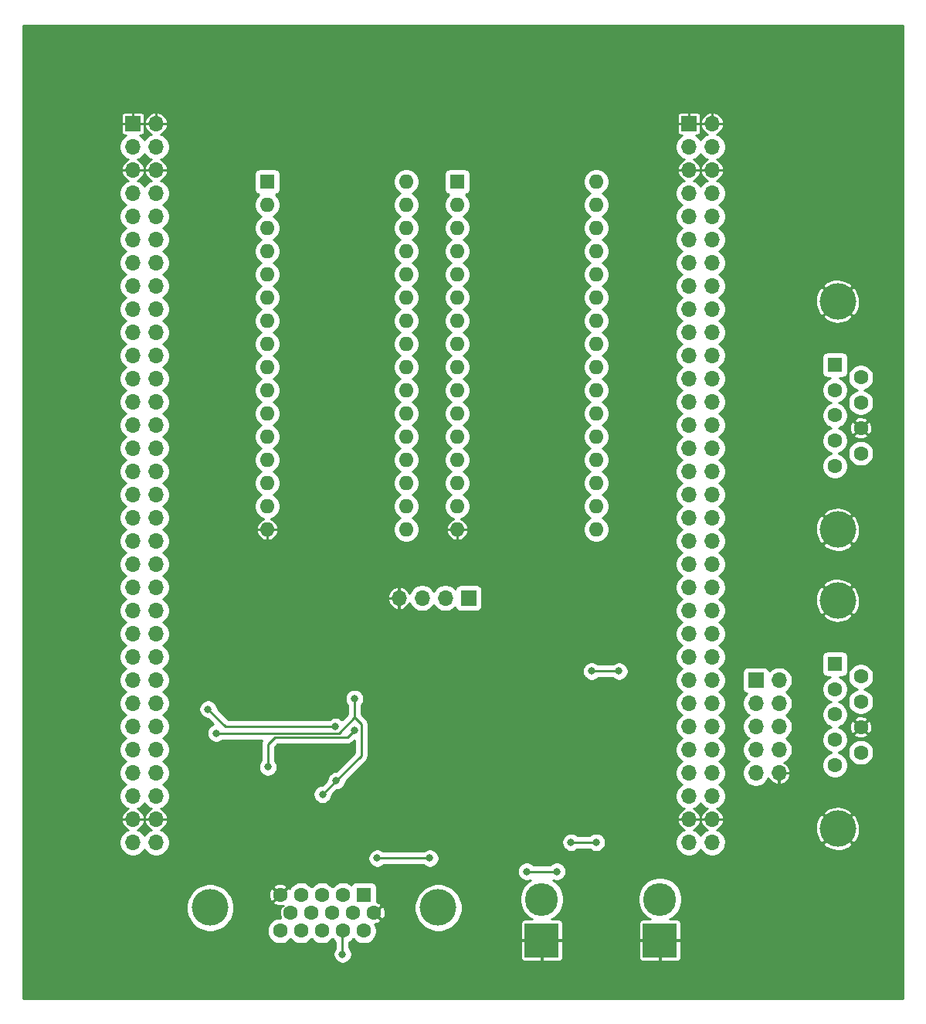
<source format=gbr>
%TF.GenerationSoftware,KiCad,Pcbnew,(5.1.9)-1*%
%TF.CreationDate,2021-04-02T06:19:05+03:00*%
%TF.ProjectId,fpga_hat,66706761-5f68-4617-942e-6b696361645f,rev?*%
%TF.SameCoordinates,Original*%
%TF.FileFunction,Copper,L2,Bot*%
%TF.FilePolarity,Positive*%
%FSLAX46Y46*%
G04 Gerber Fmt 4.6, Leading zero omitted, Abs format (unit mm)*
G04 Created by KiCad (PCBNEW (5.1.9)-1) date 2021-04-02 06:19:05*
%MOMM*%
%LPD*%
G01*
G04 APERTURE LIST*
%TA.AperFunction,ComponentPad*%
%ADD10C,4.000000*%
%TD*%
%TA.AperFunction,ComponentPad*%
%ADD11C,1.600000*%
%TD*%
%TA.AperFunction,ComponentPad*%
%ADD12R,1.600000X1.600000*%
%TD*%
%TA.AperFunction,ComponentPad*%
%ADD13C,3.600000*%
%TD*%
%TA.AperFunction,ComponentPad*%
%ADD14R,3.765000X3.765000*%
%TD*%
%TA.AperFunction,ComponentPad*%
%ADD15O,1.700000X1.700000*%
%TD*%
%TA.AperFunction,ComponentPad*%
%ADD16R,1.700000X1.700000*%
%TD*%
%TA.AperFunction,ComponentPad*%
%ADD17O,1.600000X1.600000*%
%TD*%
%TA.AperFunction,ViaPad*%
%ADD18C,0.800000*%
%TD*%
%TA.AperFunction,Conductor*%
%ADD19C,0.250000*%
%TD*%
%TA.AperFunction,Conductor*%
%ADD20C,0.254000*%
%TD*%
%TA.AperFunction,Conductor*%
%ADD21C,0.100000*%
%TD*%
G04 APERTURE END LIST*
D10*
%TO.P,VideoOut1,0*%
%TO.N,N/C*%
X109685000Y-135420000D03*
X84685000Y-135420000D03*
D11*
%TO.P,VideoOut1,15*%
%TO.N,Net-(J1-Pad2)*%
X92340000Y-137960000D03*
%TO.P,VideoOut1,14*%
%TO.N,Net-(R8-Pad2)*%
X94630000Y-137960000D03*
%TO.P,VideoOut1,13*%
%TO.N,Net-(R7-Pad2)*%
X96920000Y-137960000D03*
%TO.P,VideoOut1,12*%
%TO.N,Net-(J0-Pad2)*%
X99210000Y-137960000D03*
%TO.P,VideoOut1,11*%
%TO.N,Net-(VideoOut1-Pad11)*%
X101500000Y-137960000D03*
%TO.P,VideoOut1,10*%
%TO.N,GND*%
X93485000Y-135980000D03*
%TO.P,VideoOut1,9*%
%TO.N,+5V*%
X95775000Y-135980000D03*
%TO.P,VideoOut1,8*%
%TO.N,GND*%
X98065000Y-135980000D03*
%TO.P,VideoOut1,7*%
X100355000Y-135980000D03*
%TO.P,VideoOut1,6*%
X102645000Y-135980000D03*
%TO.P,VideoOut1,5*%
X92340000Y-134000000D03*
%TO.P,VideoOut1,4*%
%TO.N,Net-(VideoOut1-Pad4)*%
X94630000Y-134000000D03*
%TO.P,VideoOut1,3*%
%TO.N,Net-(IC1-Pad28)*%
X96920000Y-134000000D03*
%TO.P,VideoOut1,2*%
%TO.N,Net-(IC1-Pad32)*%
X99210000Y-134000000D03*
D12*
%TO.P,VideoOut1,1*%
%TO.N,Net-(IC1-Pad34)*%
X101500000Y-134000000D03*
%TD*%
D13*
%TO.P,AudioR1,2*%
%TO.N,AOUTJR*%
X121031000Y-134493000D03*
D14*
%TO.P,AudioR1,1*%
%TO.N,GND*%
X121031000Y-138993000D03*
%TD*%
D13*
%TO.P,AudioL1,2*%
%TO.N,AOUTJL*%
X133985000Y-134493000D03*
D14*
%TO.P,AudioL1,1*%
%TO.N,GND*%
X133985000Y-138993000D03*
%TD*%
D10*
%TO.P,Joy2,0*%
%TO.N,GND*%
X153462000Y-101752000D03*
X153462000Y-126752000D03*
D11*
%TO.P,Joy2,9*%
%TO.N,/S&C1*%
X156002000Y-118407000D03*
%TO.P,Joy2,8*%
%TO.N,GND*%
X156002000Y-115637000D03*
%TO.P,Joy2,7*%
%TO.N,/SEL1*%
X156002000Y-112867000D03*
%TO.P,Joy2,6*%
%TO.N,/A&B1*%
X156002000Y-110097000D03*
%TO.P,Joy2,5*%
%TO.N,+3V3*%
X153162000Y-119792000D03*
%TO.P,Joy2,4*%
%TO.N,/JR1*%
X153162000Y-117022000D03*
%TO.P,Joy2,3*%
%TO.N,/L1*%
X153162000Y-114252000D03*
%TO.P,Joy2,2*%
%TO.N,/JD1*%
X153162000Y-111482000D03*
D12*
%TO.P,Joy2,1*%
%TO.N,/U1*%
X153162000Y-108712000D03*
%TD*%
D15*
%TO.P,Joy2.Aux1,10*%
%TO.N,GND*%
X147040000Y-120660000D03*
%TO.P,Joy2.Aux1,9*%
%TO.N,+3V3*%
X144500000Y-120660000D03*
%TO.P,Joy2.Aux1,8*%
%TO.N,/S&C1*%
X147040000Y-118120000D03*
%TO.P,Joy2.Aux1,7*%
%TO.N,/JR1*%
X144500000Y-118120000D03*
%TO.P,Joy2.Aux1,6*%
%TO.N,/L1*%
X147040000Y-115580000D03*
%TO.P,Joy2.Aux1,5*%
%TO.N,+5V*%
X144500000Y-115580000D03*
%TO.P,Joy2.Aux1,4*%
%TO.N,/JD1*%
X147040000Y-113040000D03*
%TO.P,Joy2.Aux1,3*%
%TO.N,/SEL1*%
X144500000Y-113040000D03*
%TO.P,Joy2.Aux1,2*%
%TO.N,/A&B1*%
X147040000Y-110500000D03*
D16*
%TO.P,Joy2.Aux1,1*%
%TO.N,/U1*%
X144500000Y-110500000D03*
%TD*%
D15*
%TO.P,U7,64*%
%TO.N,+5V*%
X139700000Y-128270000D03*
%TO.P,U7,63*%
X137160000Y-128270000D03*
%TO.P,U7,62*%
%TO.N,GND*%
X139700000Y-125730000D03*
%TO.P,U7,61*%
X137160000Y-125730000D03*
%TO.P,U7,60*%
%TO.N,/V_SYNC*%
X139700000Y-123190000D03*
%TO.P,U7,59*%
%TO.N,/H_SYNC*%
X137160000Y-123190000D03*
%TO.P,U7,58*%
%TO.N,/BLANK*%
X139700000Y-120650000D03*
%TO.P,U7,57*%
%TO.N,/VI_CLOCK*%
X137160000Y-120650000D03*
%TO.P,U7,56*%
%TO.N,/S&C1*%
X139700000Y-118110000D03*
%TO.P,U7,55*%
%TO.N,/JR1*%
X137160000Y-118110000D03*
%TO.P,U7,54*%
%TO.N,/L1*%
X139700000Y-115570000D03*
%TO.P,U7,53*%
%TO.N,/RX|SDA*%
X137160000Y-115570000D03*
%TO.P,U7,52*%
%TO.N,/SEL1*%
X139700000Y-113030000D03*
%TO.P,U7,51*%
%TO.N,/JD1*%
X137160000Y-113030000D03*
%TO.P,U7,50*%
%TO.N,/A&B1*%
X139700000Y-110490000D03*
%TO.P,U7,49*%
%TO.N,/U1*%
X137160000Y-110490000D03*
%TO.P,U7,48*%
%TO.N,/S&C0*%
X139700000Y-107950000D03*
%TO.P,U7,47*%
%TO.N,/JR0*%
X137160000Y-107950000D03*
%TO.P,U7,46*%
%TO.N,/L0*%
X139700000Y-105410000D03*
%TO.P,U7,45*%
%TO.N,/TX|SCK*%
X137160000Y-105410000D03*
%TO.P,U7,44*%
%TO.N,/SEL0*%
X139700000Y-102870000D03*
%TO.P,U7,43*%
%TO.N,/JD0*%
X137160000Y-102870000D03*
%TO.P,U7,42*%
%TO.N,/A&B0*%
X139700000Y-100330000D03*
%TO.P,U7,41*%
%TO.N,/U0*%
X137160000Y-100330000D03*
%TO.P,U7,40*%
%TO.N,/I2S_DATA*%
X139700000Y-97790000D03*
%TO.P,U7,39*%
%TO.N,/I2S_SCLK*%
X137160000Y-97790000D03*
%TO.P,U7,38*%
%TO.N,/I2S_WCLK*%
X139700000Y-95250000D03*
%TO.P,U7,37*%
%TO.N,/I2S_MCLK*%
X137160000Y-95250000D03*
%TO.P,U7,36*%
%TO.N,/d3*%
X139700000Y-92710000D03*
%TO.P,U7,35*%
%TO.N,/d2*%
X137160000Y-92710000D03*
%TO.P,U7,34*%
%TO.N,/d4*%
X139700000Y-90170000D03*
%TO.P,U7,33*%
%TO.N,/d1*%
X137160000Y-90170000D03*
%TO.P,U7,32*%
%TO.N,/d5*%
X139700000Y-87630000D03*
%TO.P,U7,31*%
%TO.N,/d0*%
X137160000Y-87630000D03*
%TO.P,U7,30*%
%TO.N,/d6*%
X139700000Y-85090000D03*
%TO.P,U7,29*%
%TO.N,/a0*%
X137160000Y-85090000D03*
%TO.P,U7,28*%
%TO.N,/d7*%
X139700000Y-82550000D03*
%TO.P,U7,27*%
%TO.N,/a1*%
X137160000Y-82550000D03*
%TO.P,U7,26*%
%TO.N,/ce*%
X139700000Y-80010000D03*
%TO.P,U7,25*%
%TO.N,/a2*%
X137160000Y-80010000D03*
%TO.P,U7,24*%
%TO.N,/a10*%
X139700000Y-77470000D03*
%TO.P,U7,23*%
%TO.N,/a3*%
X137160000Y-77470000D03*
%TO.P,U7,22*%
%TO.N,/oe*%
X139700000Y-74930000D03*
%TO.P,U7,21*%
%TO.N,/a4*%
X137160000Y-74930000D03*
%TO.P,U7,20*%
%TO.N,/a11*%
X139700000Y-72390000D03*
%TO.P,U7,19*%
%TO.N,/a5*%
X137160000Y-72390000D03*
%TO.P,U7,18*%
%TO.N,/a9*%
X139700000Y-69850000D03*
%TO.P,U7,17*%
%TO.N,/a6*%
X137160000Y-69850000D03*
%TO.P,U7,16*%
%TO.N,/a8*%
X139700000Y-67310000D03*
%TO.P,U7,15*%
%TO.N,/a7*%
X137160000Y-67310000D03*
%TO.P,U7,14*%
%TO.N,/a13*%
X139700000Y-64770000D03*
%TO.P,U7,13*%
%TO.N,/a12*%
X137160000Y-64770000D03*
%TO.P,U7,12*%
%TO.N,/we*%
X139700000Y-62230000D03*
%TO.P,U7,11*%
%TO.N,/a14*%
X137160000Y-62230000D03*
%TO.P,U7,10*%
%TO.N,/a17*%
X139700000Y-59690000D03*
%TO.P,U7,9*%
%TO.N,/a16*%
X137160000Y-59690000D03*
%TO.P,U7,8*%
%TO.N,/a15*%
X139700000Y-57150000D03*
%TO.P,U7,7*%
%TO.N,/a18*%
X137160000Y-57150000D03*
%TO.P,U7,6*%
%TO.N,GND*%
X139700000Y-54610000D03*
%TO.P,U7,5*%
X137160000Y-54610000D03*
%TO.P,U7,4*%
%TO.N,+3V3*%
X139700000Y-52070000D03*
%TO.P,U7,3*%
X137160000Y-52070000D03*
%TO.P,U7,2*%
%TO.N,GND*%
X139700000Y-49530000D03*
D16*
%TO.P,U7,1*%
X137160000Y-49530000D03*
%TD*%
D15*
%TO.P,Serial1,4*%
%TO.N,GND*%
X105380000Y-101500000D03*
%TO.P,Serial1,3*%
%TO.N,/RX|SDA*%
X107920000Y-101500000D03*
%TO.P,Serial1,2*%
%TO.N,/TX|SCK*%
X110460000Y-101500000D03*
D16*
%TO.P,Serial1,1*%
%TO.N,+3V3*%
X113000000Y-101500000D03*
%TD*%
D10*
%TO.P,Joy1,0*%
%TO.N,GND*%
X153462000Y-68986000D03*
X153462000Y-93986000D03*
D11*
%TO.P,Joy1,9*%
%TO.N,/S&C0*%
X156002000Y-85641000D03*
%TO.P,Joy1,8*%
%TO.N,GND*%
X156002000Y-82871000D03*
%TO.P,Joy1,7*%
%TO.N,/SEL0*%
X156002000Y-80101000D03*
%TO.P,Joy1,6*%
%TO.N,/A&B0*%
X156002000Y-77331000D03*
%TO.P,Joy1,5*%
%TO.N,+3V3*%
X153162000Y-87026000D03*
%TO.P,Joy1,4*%
%TO.N,/JR0*%
X153162000Y-84256000D03*
%TO.P,Joy1,3*%
%TO.N,/L0*%
X153162000Y-81486000D03*
%TO.P,Joy1,2*%
%TO.N,/JD0*%
X153162000Y-78716000D03*
D12*
%TO.P,Joy1,1*%
%TO.N,/U0*%
X153162000Y-75946000D03*
%TD*%
D15*
%TO.P,U8,64*%
%TO.N,+5V*%
X78740000Y-128270000D03*
%TO.P,U8,63*%
X76200000Y-128270000D03*
%TO.P,U8,62*%
%TO.N,GND*%
X78740000Y-125730000D03*
%TO.P,U8,61*%
X76200000Y-125730000D03*
%TO.P,U8,60*%
%TO.N,/B7*%
X78740000Y-123190000D03*
%TO.P,U8,59*%
%TO.N,/B6*%
X76200000Y-123190000D03*
%TO.P,U8,58*%
%TO.N,/B5*%
X78740000Y-120650000D03*
%TO.P,U8,57*%
%TO.N,/B4*%
X76200000Y-120650000D03*
%TO.P,U8,56*%
%TO.N,/B3*%
X78740000Y-118110000D03*
%TO.P,U8,55*%
%TO.N,/B2*%
X76200000Y-118110000D03*
%TO.P,U8,54*%
%TO.N,/B1*%
X78740000Y-115570000D03*
%TO.P,U8,53*%
%TO.N,/B0*%
X76200000Y-115570000D03*
%TO.P,U8,52*%
%TO.N,/G7*%
X78740000Y-113030000D03*
%TO.P,U8,51*%
%TO.N,/G6*%
X76200000Y-113030000D03*
%TO.P,U8,50*%
%TO.N,/G5*%
X78740000Y-110490000D03*
%TO.P,U8,49*%
%TO.N,/G4*%
X76200000Y-110490000D03*
%TO.P,U8,48*%
%TO.N,/G3*%
X78740000Y-107950000D03*
%TO.P,U8,47*%
%TO.N,/G2*%
X76200000Y-107950000D03*
%TO.P,U8,46*%
%TO.N,/G1*%
X78740000Y-105410000D03*
%TO.P,U8,45*%
%TO.N,/G0*%
X76200000Y-105410000D03*
%TO.P,U8,44*%
%TO.N,/R7*%
X78740000Y-102870000D03*
%TO.P,U8,43*%
%TO.N,/R6*%
X76200000Y-102870000D03*
%TO.P,U8,42*%
%TO.N,/R5*%
X78740000Y-100330000D03*
%TO.P,U8,41*%
%TO.N,/R4*%
X76200000Y-100330000D03*
%TO.P,U8,40*%
%TO.N,/R3*%
X78740000Y-97790000D03*
%TO.P,U8,39*%
%TO.N,/R2*%
X76200000Y-97790000D03*
%TO.P,U8,38*%
%TO.N,/R1*%
X78740000Y-95250000D03*
%TO.P,U8,37*%
%TO.N,/R0*%
X76200000Y-95250000D03*
%TO.P,U8,36*%
%TO.N,/D3*%
X78740000Y-92710000D03*
%TO.P,U8,35*%
%TO.N,/D2*%
X76200000Y-92710000D03*
%TO.P,U8,34*%
%TO.N,/D4*%
X78740000Y-90170000D03*
%TO.P,U8,33*%
%TO.N,/D1*%
X76200000Y-90170000D03*
%TO.P,U8,32*%
%TO.N,/D5*%
X78740000Y-87630000D03*
%TO.P,U8,31*%
%TO.N,/D0*%
X76200000Y-87630000D03*
%TO.P,U8,30*%
%TO.N,/D6*%
X78740000Y-85090000D03*
%TO.P,U8,29*%
%TO.N,/A0*%
X76200000Y-85090000D03*
%TO.P,U8,28*%
%TO.N,/D7*%
X78740000Y-82550000D03*
%TO.P,U8,27*%
%TO.N,/A1*%
X76200000Y-82550000D03*
%TO.P,U8,26*%
%TO.N,/CE*%
X78740000Y-80010000D03*
%TO.P,U8,25*%
%TO.N,/A2*%
X76200000Y-80010000D03*
%TO.P,U8,24*%
%TO.N,/A10*%
X78740000Y-77470000D03*
%TO.P,U8,23*%
%TO.N,/A3*%
X76200000Y-77470000D03*
%TO.P,U8,22*%
%TO.N,/OE*%
X78740000Y-74930000D03*
%TO.P,U8,21*%
%TO.N,/A4*%
X76200000Y-74930000D03*
%TO.P,U8,20*%
%TO.N,/A11*%
X78740000Y-72390000D03*
%TO.P,U8,19*%
%TO.N,/A5*%
X76200000Y-72390000D03*
%TO.P,U8,18*%
%TO.N,/A9*%
X78740000Y-69850000D03*
%TO.P,U8,17*%
%TO.N,/A6*%
X76200000Y-69850000D03*
%TO.P,U8,16*%
%TO.N,/A8*%
X78740000Y-67310000D03*
%TO.P,U8,15*%
%TO.N,/A7*%
X76200000Y-67310000D03*
%TO.P,U8,14*%
%TO.N,/A13*%
X78740000Y-64770000D03*
%TO.P,U8,13*%
%TO.N,/A12*%
X76200000Y-64770000D03*
%TO.P,U8,12*%
%TO.N,/WE*%
X78740000Y-62230000D03*
%TO.P,U8,11*%
%TO.N,/A14*%
X76200000Y-62230000D03*
%TO.P,U8,10*%
%TO.N,/A17*%
X78740000Y-59690000D03*
%TO.P,U8,9*%
%TO.N,/A16*%
X76200000Y-59690000D03*
%TO.P,U8,8*%
%TO.N,/A15*%
X78740000Y-57150000D03*
%TO.P,U8,7*%
%TO.N,/A18*%
X76200000Y-57150000D03*
%TO.P,U8,6*%
%TO.N,GND*%
X78740000Y-54610000D03*
%TO.P,U8,5*%
X76200000Y-54610000D03*
%TO.P,U8,4*%
%TO.N,+3V3*%
X78740000Y-52070000D03*
%TO.P,U8,3*%
X76200000Y-52070000D03*
%TO.P,U8,2*%
%TO.N,GND*%
X78740000Y-49530000D03*
D16*
%TO.P,U8,1*%
X76200000Y-49530000D03*
%TD*%
D17*
%TO.P,U1,32*%
%TO.N,+3V3*%
X127000000Y-55880000D03*
%TO.P,U1,16*%
%TO.N,GND*%
X111760000Y-93980000D03*
%TO.P,U1,31*%
%TO.N,/a15*%
X127000000Y-58420000D03*
%TO.P,U1,15*%
%TO.N,/d2*%
X111760000Y-91440000D03*
%TO.P,U1,30*%
%TO.N,/a17*%
X127000000Y-60960000D03*
%TO.P,U1,14*%
%TO.N,/d1*%
X111760000Y-88900000D03*
%TO.P,U1,29*%
%TO.N,/we*%
X127000000Y-63500000D03*
%TO.P,U1,13*%
%TO.N,/d0*%
X111760000Y-86360000D03*
%TO.P,U1,28*%
%TO.N,/a13*%
X127000000Y-66040000D03*
%TO.P,U1,12*%
%TO.N,/a0*%
X111760000Y-83820000D03*
%TO.P,U1,27*%
%TO.N,/a8*%
X127000000Y-68580000D03*
%TO.P,U1,11*%
%TO.N,/a1*%
X111760000Y-81280000D03*
%TO.P,U1,26*%
%TO.N,/a9*%
X127000000Y-71120000D03*
%TO.P,U1,10*%
%TO.N,/a2*%
X111760000Y-78740000D03*
%TO.P,U1,25*%
%TO.N,/a11*%
X127000000Y-73660000D03*
%TO.P,U1,9*%
%TO.N,/a3*%
X111760000Y-76200000D03*
%TO.P,U1,24*%
%TO.N,/oe*%
X127000000Y-76200000D03*
%TO.P,U1,8*%
%TO.N,/a4*%
X111760000Y-73660000D03*
%TO.P,U1,23*%
%TO.N,/a10*%
X127000000Y-78740000D03*
%TO.P,U1,7*%
%TO.N,/a5*%
X111760000Y-71120000D03*
%TO.P,U1,22*%
%TO.N,/ce*%
X127000000Y-81280000D03*
%TO.P,U1,6*%
%TO.N,/a6*%
X111760000Y-68580000D03*
%TO.P,U1,21*%
%TO.N,/d7*%
X127000000Y-83820000D03*
%TO.P,U1,5*%
%TO.N,/a7*%
X111760000Y-66040000D03*
%TO.P,U1,20*%
%TO.N,/d6*%
X127000000Y-86360000D03*
%TO.P,U1,4*%
%TO.N,/a12*%
X111760000Y-63500000D03*
%TO.P,U1,19*%
%TO.N,/d5*%
X127000000Y-88900000D03*
%TO.P,U1,3*%
%TO.N,/a14*%
X111760000Y-60960000D03*
%TO.P,U1,18*%
%TO.N,/d4*%
X127000000Y-91440000D03*
%TO.P,U1,2*%
%TO.N,/a16*%
X111760000Y-58420000D03*
%TO.P,U1,17*%
%TO.N,/d3*%
X127000000Y-93980000D03*
D12*
%TO.P,U1,1*%
%TO.N,/a18*%
X111760000Y-55880000D03*
%TD*%
D17*
%TO.P,U2,32*%
%TO.N,+3V3*%
X106172000Y-55880000D03*
%TO.P,U2,16*%
%TO.N,GND*%
X90932000Y-93980000D03*
%TO.P,U2,31*%
%TO.N,/A15*%
X106172000Y-58420000D03*
%TO.P,U2,15*%
%TO.N,/D2*%
X90932000Y-91440000D03*
%TO.P,U2,30*%
%TO.N,/A17*%
X106172000Y-60960000D03*
%TO.P,U2,14*%
%TO.N,/D1*%
X90932000Y-88900000D03*
%TO.P,U2,29*%
%TO.N,/WE*%
X106172000Y-63500000D03*
%TO.P,U2,13*%
%TO.N,/D0*%
X90932000Y-86360000D03*
%TO.P,U2,28*%
%TO.N,/A13*%
X106172000Y-66040000D03*
%TO.P,U2,12*%
%TO.N,/A0*%
X90932000Y-83820000D03*
%TO.P,U2,27*%
%TO.N,/A8*%
X106172000Y-68580000D03*
%TO.P,U2,11*%
%TO.N,/A1*%
X90932000Y-81280000D03*
%TO.P,U2,26*%
%TO.N,/A9*%
X106172000Y-71120000D03*
%TO.P,U2,10*%
%TO.N,/A2*%
X90932000Y-78740000D03*
%TO.P,U2,25*%
%TO.N,/A11*%
X106172000Y-73660000D03*
%TO.P,U2,9*%
%TO.N,/A3*%
X90932000Y-76200000D03*
%TO.P,U2,24*%
%TO.N,/OE*%
X106172000Y-76200000D03*
%TO.P,U2,8*%
%TO.N,/A4*%
X90932000Y-73660000D03*
%TO.P,U2,23*%
%TO.N,/A10*%
X106172000Y-78740000D03*
%TO.P,U2,7*%
%TO.N,/A5*%
X90932000Y-71120000D03*
%TO.P,U2,22*%
%TO.N,/CE*%
X106172000Y-81280000D03*
%TO.P,U2,6*%
%TO.N,/A6*%
X90932000Y-68580000D03*
%TO.P,U2,21*%
%TO.N,/D7*%
X106172000Y-83820000D03*
%TO.P,U2,5*%
%TO.N,/A7*%
X90932000Y-66040000D03*
%TO.P,U2,20*%
%TO.N,/D6*%
X106172000Y-86360000D03*
%TO.P,U2,4*%
%TO.N,/A12*%
X90932000Y-63500000D03*
%TO.P,U2,19*%
%TO.N,/D5*%
X106172000Y-88900000D03*
%TO.P,U2,3*%
%TO.N,/A14*%
X90932000Y-60960000D03*
%TO.P,U2,18*%
%TO.N,/D4*%
X106172000Y-91440000D03*
%TO.P,U2,2*%
%TO.N,/A16*%
X90932000Y-58420000D03*
%TO.P,U2,17*%
%TO.N,/D3*%
X106172000Y-93980000D03*
D12*
%TO.P,U2,1*%
%TO.N,/A18*%
X90932000Y-55880000D03*
%TD*%
D18*
%TO.N,GND*%
X112000000Y-110500000D03*
X125730000Y-110490000D03*
X128905000Y-121920000D03*
X130810000Y-113030000D03*
X122555000Y-121920000D03*
X108000000Y-120650000D03*
X102235000Y-111125000D03*
X91440000Y-114046000D03*
X132500000Y-102500000D03*
X132500000Y-107500000D03*
X145000000Y-77000000D03*
X92450000Y-123350000D03*
X82000000Y-114000000D03*
X99500000Y-127000000D03*
X119000000Y-113750000D03*
X149250000Y-89750000D03*
X149250000Y-105750000D03*
X111633000Y-129667000D03*
%TO.N,+5V*%
X85344000Y-116286495D03*
X127000000Y-128250000D03*
X124250000Y-128250000D03*
X108750000Y-130000000D03*
X103000000Y-130000000D03*
X100500000Y-112500000D03*
X98500000Y-121500000D03*
X97000000Y-123000000D03*
X129500000Y-109500000D03*
X126500000Y-109500000D03*
%TO.N,/VI_CLOCK*%
X91000000Y-120000000D03*
X100500000Y-116000000D03*
%TO.N,/BLANK*%
X98425000Y-115570000D03*
X84455000Y-113665000D03*
%TO.N,AOUTJL*%
X119380000Y-131445000D03*
X122682000Y-131445000D03*
%TO.N,Net-(J0-Pad2)*%
X99187000Y-140510020D03*
%TD*%
D19*
%TO.N,+5V*%
X127000000Y-128250000D02*
X124250000Y-128250000D01*
X108750000Y-130000000D02*
X103500000Y-130000000D01*
X103500000Y-130000000D02*
X103000000Y-130000000D01*
X85352506Y-116295001D02*
X85344000Y-116286495D01*
X98773001Y-116295001D02*
X85352506Y-116295001D01*
X100500000Y-114568002D02*
X98773001Y-116295001D01*
X100500000Y-112500000D02*
X100500000Y-114568002D01*
X98500000Y-121500000D02*
X97000000Y-123000000D01*
X101225001Y-115293003D02*
X100500000Y-114568002D01*
X101225001Y-118774999D02*
X101225001Y-115293003D01*
X98500000Y-121500000D02*
X101225001Y-118774999D01*
X129500000Y-109500000D02*
X126500000Y-109500000D01*
%TO.N,/VI_CLOCK*%
X98745011Y-116745011D02*
X91754989Y-116745011D01*
X91000000Y-117500000D02*
X91000000Y-120000000D01*
X91754989Y-116745011D02*
X91000000Y-117500000D01*
X99754989Y-116745011D02*
X100500000Y-116000000D01*
X98745011Y-116745011D02*
X99754989Y-116745011D01*
%TO.N,/BLANK*%
X86360000Y-115570000D02*
X84455000Y-113665000D01*
X98425000Y-115570000D02*
X86360000Y-115570000D01*
%TO.N,AOUTJL*%
X119380000Y-131445000D02*
X122682000Y-131445000D01*
%TO.N,Net-(J0-Pad2)*%
X99187000Y-137983000D02*
X99210000Y-137960000D01*
X99187000Y-140510020D02*
X99187000Y-137983000D01*
%TD*%
D20*
%TO.N,GND*%
X160605001Y-145365000D02*
X64185000Y-145365000D01*
X64185000Y-135160475D01*
X82050000Y-135160475D01*
X82050000Y-135679525D01*
X82151261Y-136188601D01*
X82349893Y-136668141D01*
X82638262Y-137099715D01*
X83005285Y-137466738D01*
X83436859Y-137755107D01*
X83916399Y-137953739D01*
X84425475Y-138055000D01*
X84944525Y-138055000D01*
X85453601Y-137953739D01*
X85779698Y-137818665D01*
X90905000Y-137818665D01*
X90905000Y-138101335D01*
X90960147Y-138378574D01*
X91068320Y-138639727D01*
X91225363Y-138874759D01*
X91425241Y-139074637D01*
X91660273Y-139231680D01*
X91921426Y-139339853D01*
X92198665Y-139395000D01*
X92481335Y-139395000D01*
X92758574Y-139339853D01*
X93019727Y-139231680D01*
X93254759Y-139074637D01*
X93454637Y-138874759D01*
X93485000Y-138829317D01*
X93515363Y-138874759D01*
X93715241Y-139074637D01*
X93950273Y-139231680D01*
X94211426Y-139339853D01*
X94488665Y-139395000D01*
X94771335Y-139395000D01*
X95048574Y-139339853D01*
X95309727Y-139231680D01*
X95544759Y-139074637D01*
X95744637Y-138874759D01*
X95775000Y-138829317D01*
X95805363Y-138874759D01*
X96005241Y-139074637D01*
X96240273Y-139231680D01*
X96501426Y-139339853D01*
X96778665Y-139395000D01*
X97061335Y-139395000D01*
X97338574Y-139339853D01*
X97599727Y-139231680D01*
X97834759Y-139074637D01*
X98034637Y-138874759D01*
X98065000Y-138829317D01*
X98095363Y-138874759D01*
X98295241Y-139074637D01*
X98427001Y-139162676D01*
X98427000Y-139806309D01*
X98383063Y-139850246D01*
X98269795Y-140019764D01*
X98191774Y-140208122D01*
X98152000Y-140408081D01*
X98152000Y-140611959D01*
X98191774Y-140811918D01*
X98269795Y-141000276D01*
X98383063Y-141169794D01*
X98527226Y-141313957D01*
X98696744Y-141427225D01*
X98885102Y-141505246D01*
X99085061Y-141545020D01*
X99288939Y-141545020D01*
X99488898Y-141505246D01*
X99677256Y-141427225D01*
X99846774Y-141313957D01*
X99990937Y-141169794D01*
X100104205Y-141000276D01*
X100155889Y-140875500D01*
X118719434Y-140875500D01*
X118727678Y-140959207D01*
X118752095Y-141039696D01*
X118791745Y-141113876D01*
X118845105Y-141178895D01*
X118910124Y-141232255D01*
X118984304Y-141271905D01*
X119064793Y-141296322D01*
X119148500Y-141304566D01*
X120901250Y-141302500D01*
X121008000Y-141195750D01*
X121008000Y-139016000D01*
X121054000Y-139016000D01*
X121054000Y-141195750D01*
X121160750Y-141302500D01*
X122913500Y-141304566D01*
X122997207Y-141296322D01*
X123077696Y-141271905D01*
X123151876Y-141232255D01*
X123216895Y-141178895D01*
X123270255Y-141113876D01*
X123309905Y-141039696D01*
X123334322Y-140959207D01*
X123342566Y-140875500D01*
X131673434Y-140875500D01*
X131681678Y-140959207D01*
X131706095Y-141039696D01*
X131745745Y-141113876D01*
X131799105Y-141178895D01*
X131864124Y-141232255D01*
X131938304Y-141271905D01*
X132018793Y-141296322D01*
X132102500Y-141304566D01*
X133855250Y-141302500D01*
X133962000Y-141195750D01*
X133962000Y-139016000D01*
X134008000Y-139016000D01*
X134008000Y-141195750D01*
X134114750Y-141302500D01*
X135867500Y-141304566D01*
X135951207Y-141296322D01*
X136031696Y-141271905D01*
X136105876Y-141232255D01*
X136170895Y-141178895D01*
X136224255Y-141113876D01*
X136263905Y-141039696D01*
X136288322Y-140959207D01*
X136296566Y-140875500D01*
X136294500Y-139122750D01*
X136187750Y-139016000D01*
X134008000Y-139016000D01*
X133962000Y-139016000D01*
X131782250Y-139016000D01*
X131675500Y-139122750D01*
X131673434Y-140875500D01*
X123342566Y-140875500D01*
X123340500Y-139122750D01*
X123233750Y-139016000D01*
X121054000Y-139016000D01*
X121008000Y-139016000D01*
X118828250Y-139016000D01*
X118721500Y-139122750D01*
X118719434Y-140875500D01*
X100155889Y-140875500D01*
X100182226Y-140811918D01*
X100222000Y-140611959D01*
X100222000Y-140408081D01*
X100182226Y-140208122D01*
X100104205Y-140019764D01*
X99990937Y-139850246D01*
X99947000Y-139806309D01*
X99947000Y-139193411D01*
X100124759Y-139074637D01*
X100324637Y-138874759D01*
X100355000Y-138829317D01*
X100385363Y-138874759D01*
X100585241Y-139074637D01*
X100820273Y-139231680D01*
X101081426Y-139339853D01*
X101358665Y-139395000D01*
X101641335Y-139395000D01*
X101918574Y-139339853D01*
X102179727Y-139231680D01*
X102414759Y-139074637D01*
X102614637Y-138874759D01*
X102771680Y-138639727D01*
X102879853Y-138378574D01*
X102935000Y-138101335D01*
X102935000Y-137818665D01*
X102879853Y-137541426D01*
X102771680Y-137280273D01*
X102721234Y-137204775D01*
X102860557Y-137193947D01*
X103093245Y-137128568D01*
X103308707Y-137019050D01*
X103350968Y-136990812D01*
X103424905Y-136792432D01*
X102645000Y-136012527D01*
X102630858Y-136026669D01*
X102598331Y-135994142D01*
X102612473Y-135980000D01*
X102677527Y-135980000D01*
X103457432Y-136759905D01*
X103655812Y-136685968D01*
X103774117Y-136475204D01*
X103849031Y-136245409D01*
X103877675Y-136005414D01*
X103858947Y-135764443D01*
X103793568Y-135531755D01*
X103684050Y-135316293D01*
X103655812Y-135274032D01*
X103457432Y-135200095D01*
X102677527Y-135980000D01*
X102612473Y-135980000D01*
X102598331Y-135965858D01*
X102630858Y-135933331D01*
X102645000Y-135947473D01*
X103424905Y-135167568D01*
X103422262Y-135160475D01*
X107050000Y-135160475D01*
X107050000Y-135679525D01*
X107151261Y-136188601D01*
X107349893Y-136668141D01*
X107638262Y-137099715D01*
X108005285Y-137466738D01*
X108436859Y-137755107D01*
X108916399Y-137953739D01*
X109425475Y-138055000D01*
X109944525Y-138055000D01*
X110453601Y-137953739D01*
X110933141Y-137755107D01*
X111364715Y-137466738D01*
X111731738Y-137099715D01*
X112020107Y-136668141D01*
X112218739Y-136188601D01*
X112320000Y-135679525D01*
X112320000Y-135160475D01*
X112218739Y-134651399D01*
X112020107Y-134171859D01*
X111731738Y-133740285D01*
X111364715Y-133373262D01*
X110933141Y-133084893D01*
X110453601Y-132886261D01*
X109944525Y-132785000D01*
X109425475Y-132785000D01*
X108916399Y-132886261D01*
X108436859Y-133084893D01*
X108005285Y-133373262D01*
X107638262Y-133740285D01*
X107349893Y-134171859D01*
X107151261Y-134651399D01*
X107050000Y-135160475D01*
X103422262Y-135160475D01*
X103350968Y-134969188D01*
X103140204Y-134850883D01*
X102938072Y-134784987D01*
X102938072Y-133200000D01*
X102925812Y-133075518D01*
X102889502Y-132955820D01*
X102830537Y-132845506D01*
X102751185Y-132748815D01*
X102654494Y-132669463D01*
X102544180Y-132610498D01*
X102424482Y-132574188D01*
X102300000Y-132561928D01*
X100700000Y-132561928D01*
X100575518Y-132574188D01*
X100455820Y-132610498D01*
X100345506Y-132669463D01*
X100248815Y-132748815D01*
X100169463Y-132845506D01*
X100140008Y-132900612D01*
X100124759Y-132885363D01*
X99889727Y-132728320D01*
X99628574Y-132620147D01*
X99351335Y-132565000D01*
X99068665Y-132565000D01*
X98791426Y-132620147D01*
X98530273Y-132728320D01*
X98295241Y-132885363D01*
X98095363Y-133085241D01*
X98065000Y-133130683D01*
X98034637Y-133085241D01*
X97834759Y-132885363D01*
X97599727Y-132728320D01*
X97338574Y-132620147D01*
X97061335Y-132565000D01*
X96778665Y-132565000D01*
X96501426Y-132620147D01*
X96240273Y-132728320D01*
X96005241Y-132885363D01*
X95805363Y-133085241D01*
X95775000Y-133130683D01*
X95744637Y-133085241D01*
X95544759Y-132885363D01*
X95309727Y-132728320D01*
X95048574Y-132620147D01*
X94771335Y-132565000D01*
X94488665Y-132565000D01*
X94211426Y-132620147D01*
X93950273Y-132728320D01*
X93715241Y-132885363D01*
X93515363Y-133085241D01*
X93363333Y-133312771D01*
X93350812Y-133294032D01*
X93152432Y-133220095D01*
X92372527Y-134000000D01*
X92386669Y-134014142D01*
X92354142Y-134046669D01*
X92340000Y-134032527D01*
X91560095Y-134812432D01*
X91634032Y-135010812D01*
X91844796Y-135129117D01*
X92074591Y-135204031D01*
X92314586Y-135232675D01*
X92555557Y-135213947D01*
X92657714Y-135185244D01*
X92672566Y-135200096D01*
X92474188Y-135274032D01*
X92355883Y-135484796D01*
X92280969Y-135714591D01*
X92252325Y-135954586D01*
X92271053Y-136195557D01*
X92336432Y-136428245D01*
X92385612Y-136525000D01*
X92198665Y-136525000D01*
X91921426Y-136580147D01*
X91660273Y-136688320D01*
X91425241Y-136845363D01*
X91225363Y-137045241D01*
X91068320Y-137280273D01*
X90960147Y-137541426D01*
X90905000Y-137818665D01*
X85779698Y-137818665D01*
X85933141Y-137755107D01*
X86364715Y-137466738D01*
X86731738Y-137099715D01*
X87020107Y-136668141D01*
X87218739Y-136188601D01*
X87320000Y-135679525D01*
X87320000Y-135160475D01*
X87218739Y-134651399D01*
X87020107Y-134171859D01*
X86888294Y-133974586D01*
X91107325Y-133974586D01*
X91126053Y-134215557D01*
X91191432Y-134448245D01*
X91300950Y-134663707D01*
X91329188Y-134705968D01*
X91527568Y-134779905D01*
X92307473Y-134000000D01*
X91527568Y-133220095D01*
X91329188Y-133294032D01*
X91210883Y-133504796D01*
X91135969Y-133734591D01*
X91107325Y-133974586D01*
X86888294Y-133974586D01*
X86731738Y-133740285D01*
X86364715Y-133373262D01*
X86086805Y-133187568D01*
X91560095Y-133187568D01*
X92340000Y-133967473D01*
X93119905Y-133187568D01*
X93045968Y-132989188D01*
X92835204Y-132870883D01*
X92605409Y-132795969D01*
X92365414Y-132767325D01*
X92124443Y-132786053D01*
X91891755Y-132851432D01*
X91676293Y-132960950D01*
X91634032Y-132989188D01*
X91560095Y-133187568D01*
X86086805Y-133187568D01*
X85933141Y-133084893D01*
X85453601Y-132886261D01*
X84944525Y-132785000D01*
X84425475Y-132785000D01*
X83916399Y-132886261D01*
X83436859Y-133084893D01*
X83005285Y-133373262D01*
X82638262Y-133740285D01*
X82349893Y-134171859D01*
X82151261Y-134651399D01*
X82050000Y-135160475D01*
X64185000Y-135160475D01*
X64185000Y-131343061D01*
X118345000Y-131343061D01*
X118345000Y-131546939D01*
X118384774Y-131746898D01*
X118462795Y-131935256D01*
X118576063Y-132104774D01*
X118720226Y-132248937D01*
X118889744Y-132362205D01*
X119078102Y-132440226D01*
X119278061Y-132480000D01*
X119481939Y-132480000D01*
X119681898Y-132440226D01*
X119782959Y-132398365D01*
X119478778Y-132601612D01*
X119139612Y-132940778D01*
X118873131Y-133339595D01*
X118689576Y-133782737D01*
X118596000Y-134253173D01*
X118596000Y-134732827D01*
X118689576Y-135203263D01*
X118873131Y-135646405D01*
X119139612Y-136045222D01*
X119478778Y-136384388D01*
X119877595Y-136650869D01*
X119953677Y-136682383D01*
X119148500Y-136681434D01*
X119064793Y-136689678D01*
X118984304Y-136714095D01*
X118910124Y-136753745D01*
X118845105Y-136807105D01*
X118791745Y-136872124D01*
X118752095Y-136946304D01*
X118727678Y-137026793D01*
X118719434Y-137110500D01*
X118721500Y-138863250D01*
X118828250Y-138970000D01*
X121008000Y-138970000D01*
X121008000Y-138950000D01*
X121054000Y-138950000D01*
X121054000Y-138970000D01*
X123233750Y-138970000D01*
X123340500Y-138863250D01*
X123342566Y-137110500D01*
X123334322Y-137026793D01*
X123309905Y-136946304D01*
X123270255Y-136872124D01*
X123216895Y-136807105D01*
X123151876Y-136753745D01*
X123077696Y-136714095D01*
X122997207Y-136689678D01*
X122913500Y-136681434D01*
X122108323Y-136682383D01*
X122184405Y-136650869D01*
X122583222Y-136384388D01*
X122922388Y-136045222D01*
X123188869Y-135646405D01*
X123372424Y-135203263D01*
X123466000Y-134732827D01*
X123466000Y-134253173D01*
X131550000Y-134253173D01*
X131550000Y-134732827D01*
X131643576Y-135203263D01*
X131827131Y-135646405D01*
X132093612Y-136045222D01*
X132432778Y-136384388D01*
X132831595Y-136650869D01*
X132907677Y-136682383D01*
X132102500Y-136681434D01*
X132018793Y-136689678D01*
X131938304Y-136714095D01*
X131864124Y-136753745D01*
X131799105Y-136807105D01*
X131745745Y-136872124D01*
X131706095Y-136946304D01*
X131681678Y-137026793D01*
X131673434Y-137110500D01*
X131675500Y-138863250D01*
X131782250Y-138970000D01*
X133962000Y-138970000D01*
X133962000Y-138950000D01*
X134008000Y-138950000D01*
X134008000Y-138970000D01*
X136187750Y-138970000D01*
X136294500Y-138863250D01*
X136296566Y-137110500D01*
X136288322Y-137026793D01*
X136263905Y-136946304D01*
X136224255Y-136872124D01*
X136170895Y-136807105D01*
X136105876Y-136753745D01*
X136031696Y-136714095D01*
X135951207Y-136689678D01*
X135867500Y-136681434D01*
X135062323Y-136682383D01*
X135138405Y-136650869D01*
X135537222Y-136384388D01*
X135876388Y-136045222D01*
X136142869Y-135646405D01*
X136326424Y-135203263D01*
X136420000Y-134732827D01*
X136420000Y-134253173D01*
X136326424Y-133782737D01*
X136142869Y-133339595D01*
X135876388Y-132940778D01*
X135537222Y-132601612D01*
X135138405Y-132335131D01*
X134695263Y-132151576D01*
X134224827Y-132058000D01*
X133745173Y-132058000D01*
X133274737Y-132151576D01*
X132831595Y-132335131D01*
X132432778Y-132601612D01*
X132093612Y-132940778D01*
X131827131Y-133339595D01*
X131643576Y-133782737D01*
X131550000Y-134253173D01*
X123466000Y-134253173D01*
X123372424Y-133782737D01*
X123188869Y-133339595D01*
X122922388Y-132940778D01*
X122583222Y-132601612D01*
X122279041Y-132398365D01*
X122380102Y-132440226D01*
X122580061Y-132480000D01*
X122783939Y-132480000D01*
X122983898Y-132440226D01*
X123172256Y-132362205D01*
X123341774Y-132248937D01*
X123485937Y-132104774D01*
X123599205Y-131935256D01*
X123677226Y-131746898D01*
X123717000Y-131546939D01*
X123717000Y-131343061D01*
X123677226Y-131143102D01*
X123599205Y-130954744D01*
X123485937Y-130785226D01*
X123341774Y-130641063D01*
X123172256Y-130527795D01*
X122983898Y-130449774D01*
X122783939Y-130410000D01*
X122580061Y-130410000D01*
X122380102Y-130449774D01*
X122191744Y-130527795D01*
X122022226Y-130641063D01*
X121978289Y-130685000D01*
X120083711Y-130685000D01*
X120039774Y-130641063D01*
X119870256Y-130527795D01*
X119681898Y-130449774D01*
X119481939Y-130410000D01*
X119278061Y-130410000D01*
X119078102Y-130449774D01*
X118889744Y-130527795D01*
X118720226Y-130641063D01*
X118576063Y-130785226D01*
X118462795Y-130954744D01*
X118384774Y-131143102D01*
X118345000Y-131343061D01*
X64185000Y-131343061D01*
X64185000Y-129898061D01*
X101965000Y-129898061D01*
X101965000Y-130101939D01*
X102004774Y-130301898D01*
X102082795Y-130490256D01*
X102196063Y-130659774D01*
X102340226Y-130803937D01*
X102509744Y-130917205D01*
X102698102Y-130995226D01*
X102898061Y-131035000D01*
X103101939Y-131035000D01*
X103301898Y-130995226D01*
X103490256Y-130917205D01*
X103659774Y-130803937D01*
X103703711Y-130760000D01*
X108046289Y-130760000D01*
X108090226Y-130803937D01*
X108259744Y-130917205D01*
X108448102Y-130995226D01*
X108648061Y-131035000D01*
X108851939Y-131035000D01*
X109051898Y-130995226D01*
X109240256Y-130917205D01*
X109409774Y-130803937D01*
X109553937Y-130659774D01*
X109667205Y-130490256D01*
X109745226Y-130301898D01*
X109785000Y-130101939D01*
X109785000Y-129898061D01*
X109745226Y-129698102D01*
X109667205Y-129509744D01*
X109553937Y-129340226D01*
X109409774Y-129196063D01*
X109240256Y-129082795D01*
X109051898Y-129004774D01*
X108851939Y-128965000D01*
X108648061Y-128965000D01*
X108448102Y-129004774D01*
X108259744Y-129082795D01*
X108090226Y-129196063D01*
X108046289Y-129240000D01*
X103703711Y-129240000D01*
X103659774Y-129196063D01*
X103490256Y-129082795D01*
X103301898Y-129004774D01*
X103101939Y-128965000D01*
X102898061Y-128965000D01*
X102698102Y-129004774D01*
X102509744Y-129082795D01*
X102340226Y-129196063D01*
X102196063Y-129340226D01*
X102082795Y-129509744D01*
X102004774Y-129698102D01*
X101965000Y-129898061D01*
X64185000Y-129898061D01*
X64185000Y-128123740D01*
X74715000Y-128123740D01*
X74715000Y-128416260D01*
X74772068Y-128703158D01*
X74884010Y-128973411D01*
X75046525Y-129216632D01*
X75253368Y-129423475D01*
X75496589Y-129585990D01*
X75766842Y-129697932D01*
X76053740Y-129755000D01*
X76346260Y-129755000D01*
X76633158Y-129697932D01*
X76903411Y-129585990D01*
X77146632Y-129423475D01*
X77353475Y-129216632D01*
X77470000Y-129042240D01*
X77586525Y-129216632D01*
X77793368Y-129423475D01*
X78036589Y-129585990D01*
X78306842Y-129697932D01*
X78593740Y-129755000D01*
X78886260Y-129755000D01*
X79173158Y-129697932D01*
X79443411Y-129585990D01*
X79686632Y-129423475D01*
X79893475Y-129216632D01*
X80055990Y-128973411D01*
X80167932Y-128703158D01*
X80225000Y-128416260D01*
X80225000Y-128148061D01*
X123215000Y-128148061D01*
X123215000Y-128351939D01*
X123254774Y-128551898D01*
X123332795Y-128740256D01*
X123446063Y-128909774D01*
X123590226Y-129053937D01*
X123759744Y-129167205D01*
X123948102Y-129245226D01*
X124148061Y-129285000D01*
X124351939Y-129285000D01*
X124551898Y-129245226D01*
X124740256Y-129167205D01*
X124909774Y-129053937D01*
X124953711Y-129010000D01*
X126296289Y-129010000D01*
X126340226Y-129053937D01*
X126509744Y-129167205D01*
X126698102Y-129245226D01*
X126898061Y-129285000D01*
X127101939Y-129285000D01*
X127301898Y-129245226D01*
X127490256Y-129167205D01*
X127659774Y-129053937D01*
X127803937Y-128909774D01*
X127917205Y-128740256D01*
X127995226Y-128551898D01*
X128035000Y-128351939D01*
X128035000Y-128148061D01*
X128030163Y-128123740D01*
X135675000Y-128123740D01*
X135675000Y-128416260D01*
X135732068Y-128703158D01*
X135844010Y-128973411D01*
X136006525Y-129216632D01*
X136213368Y-129423475D01*
X136456589Y-129585990D01*
X136726842Y-129697932D01*
X137013740Y-129755000D01*
X137306260Y-129755000D01*
X137593158Y-129697932D01*
X137863411Y-129585990D01*
X138106632Y-129423475D01*
X138313475Y-129216632D01*
X138430000Y-129042240D01*
X138546525Y-129216632D01*
X138753368Y-129423475D01*
X138996589Y-129585990D01*
X139266842Y-129697932D01*
X139553740Y-129755000D01*
X139846260Y-129755000D01*
X140133158Y-129697932D01*
X140403411Y-129585990D01*
X140646632Y-129423475D01*
X140853475Y-129216632D01*
X141015990Y-128973411D01*
X141127932Y-128703158D01*
X141184822Y-128417152D01*
X151829375Y-128417152D01*
X152047214Y-128738416D01*
X152461929Y-128976258D01*
X152915076Y-129128623D01*
X153389242Y-129189657D01*
X153866203Y-129157013D01*
X154327632Y-129031946D01*
X154755794Y-128819261D01*
X154876786Y-128738416D01*
X155094625Y-128417152D01*
X153462000Y-126784527D01*
X151829375Y-128417152D01*
X141184822Y-128417152D01*
X141185000Y-128416260D01*
X141185000Y-128123740D01*
X141127932Y-127836842D01*
X141015990Y-127566589D01*
X140853475Y-127323368D01*
X140646632Y-127116525D01*
X140403411Y-126954010D01*
X140234326Y-126883973D01*
X140386733Y-126806629D01*
X140548863Y-126679242D01*
X151024343Y-126679242D01*
X151056987Y-127156203D01*
X151182054Y-127617632D01*
X151394739Y-128045794D01*
X151475584Y-128166786D01*
X151796848Y-128384625D01*
X153429473Y-126752000D01*
X153494527Y-126752000D01*
X155127152Y-128384625D01*
X155448416Y-128166786D01*
X155686258Y-127752071D01*
X155838623Y-127298924D01*
X155899657Y-126824758D01*
X155867013Y-126347797D01*
X155741946Y-125886368D01*
X155529261Y-125458206D01*
X155448416Y-125337214D01*
X155127152Y-125119375D01*
X153494527Y-126752000D01*
X153429473Y-126752000D01*
X151796848Y-125119375D01*
X151475584Y-125337214D01*
X151237742Y-125751929D01*
X151085377Y-126205076D01*
X151024343Y-126679242D01*
X140548863Y-126679242D01*
X140583578Y-126651967D01*
X140746467Y-126461874D01*
X140869141Y-126243656D01*
X140946886Y-126005698D01*
X140957476Y-125952451D01*
X140870024Y-125753000D01*
X139723000Y-125753000D01*
X139723000Y-125773000D01*
X139677000Y-125773000D01*
X139677000Y-125753000D01*
X138529976Y-125753000D01*
X138442524Y-125952451D01*
X138453114Y-126005698D01*
X138530859Y-126243656D01*
X138653533Y-126461874D01*
X138816422Y-126651967D01*
X139013267Y-126806629D01*
X139165674Y-126883973D01*
X138996589Y-126954010D01*
X138753368Y-127116525D01*
X138546525Y-127323368D01*
X138430000Y-127497760D01*
X138313475Y-127323368D01*
X138106632Y-127116525D01*
X137863411Y-126954010D01*
X137694326Y-126883973D01*
X137846733Y-126806629D01*
X138043578Y-126651967D01*
X138206467Y-126461874D01*
X138329141Y-126243656D01*
X138406886Y-126005698D01*
X138417476Y-125952451D01*
X138330024Y-125753000D01*
X137183000Y-125753000D01*
X137183000Y-125773000D01*
X137137000Y-125773000D01*
X137137000Y-125753000D01*
X135989976Y-125753000D01*
X135902524Y-125952451D01*
X135913114Y-126005698D01*
X135990859Y-126243656D01*
X136113533Y-126461874D01*
X136276422Y-126651967D01*
X136473267Y-126806629D01*
X136625674Y-126883973D01*
X136456589Y-126954010D01*
X136213368Y-127116525D01*
X136006525Y-127323368D01*
X135844010Y-127566589D01*
X135732068Y-127836842D01*
X135675000Y-128123740D01*
X128030163Y-128123740D01*
X127995226Y-127948102D01*
X127917205Y-127759744D01*
X127803937Y-127590226D01*
X127659774Y-127446063D01*
X127490256Y-127332795D01*
X127301898Y-127254774D01*
X127101939Y-127215000D01*
X126898061Y-127215000D01*
X126698102Y-127254774D01*
X126509744Y-127332795D01*
X126340226Y-127446063D01*
X126296289Y-127490000D01*
X124953711Y-127490000D01*
X124909774Y-127446063D01*
X124740256Y-127332795D01*
X124551898Y-127254774D01*
X124351939Y-127215000D01*
X124148061Y-127215000D01*
X123948102Y-127254774D01*
X123759744Y-127332795D01*
X123590226Y-127446063D01*
X123446063Y-127590226D01*
X123332795Y-127759744D01*
X123254774Y-127948102D01*
X123215000Y-128148061D01*
X80225000Y-128148061D01*
X80225000Y-128123740D01*
X80167932Y-127836842D01*
X80055990Y-127566589D01*
X79893475Y-127323368D01*
X79686632Y-127116525D01*
X79443411Y-126954010D01*
X79274326Y-126883973D01*
X79426733Y-126806629D01*
X79623578Y-126651967D01*
X79786467Y-126461874D01*
X79909141Y-126243656D01*
X79986886Y-126005698D01*
X79997476Y-125952451D01*
X79910024Y-125753000D01*
X78763000Y-125753000D01*
X78763000Y-125773000D01*
X78717000Y-125773000D01*
X78717000Y-125753000D01*
X77569976Y-125753000D01*
X77482524Y-125952451D01*
X77493114Y-126005698D01*
X77570859Y-126243656D01*
X77693533Y-126461874D01*
X77856422Y-126651967D01*
X78053267Y-126806629D01*
X78205674Y-126883973D01*
X78036589Y-126954010D01*
X77793368Y-127116525D01*
X77586525Y-127323368D01*
X77470000Y-127497760D01*
X77353475Y-127323368D01*
X77146632Y-127116525D01*
X76903411Y-126954010D01*
X76734326Y-126883973D01*
X76886733Y-126806629D01*
X77083578Y-126651967D01*
X77246467Y-126461874D01*
X77369141Y-126243656D01*
X77446886Y-126005698D01*
X77457476Y-125952451D01*
X77370024Y-125753000D01*
X76223000Y-125753000D01*
X76223000Y-125773000D01*
X76177000Y-125773000D01*
X76177000Y-125753000D01*
X75029976Y-125753000D01*
X74942524Y-125952451D01*
X74953114Y-126005698D01*
X75030859Y-126243656D01*
X75153533Y-126461874D01*
X75316422Y-126651967D01*
X75513267Y-126806629D01*
X75665674Y-126883973D01*
X75496589Y-126954010D01*
X75253368Y-127116525D01*
X75046525Y-127323368D01*
X74884010Y-127566589D01*
X74772068Y-127836842D01*
X74715000Y-128123740D01*
X64185000Y-128123740D01*
X64185000Y-57003740D01*
X74715000Y-57003740D01*
X74715000Y-57296260D01*
X74772068Y-57583158D01*
X74884010Y-57853411D01*
X75046525Y-58096632D01*
X75253368Y-58303475D01*
X75427760Y-58420000D01*
X75253368Y-58536525D01*
X75046525Y-58743368D01*
X74884010Y-58986589D01*
X74772068Y-59256842D01*
X74715000Y-59543740D01*
X74715000Y-59836260D01*
X74772068Y-60123158D01*
X74884010Y-60393411D01*
X75046525Y-60636632D01*
X75253368Y-60843475D01*
X75427760Y-60960000D01*
X75253368Y-61076525D01*
X75046525Y-61283368D01*
X74884010Y-61526589D01*
X74772068Y-61796842D01*
X74715000Y-62083740D01*
X74715000Y-62376260D01*
X74772068Y-62663158D01*
X74884010Y-62933411D01*
X75046525Y-63176632D01*
X75253368Y-63383475D01*
X75427760Y-63500000D01*
X75253368Y-63616525D01*
X75046525Y-63823368D01*
X74884010Y-64066589D01*
X74772068Y-64336842D01*
X74715000Y-64623740D01*
X74715000Y-64916260D01*
X74772068Y-65203158D01*
X74884010Y-65473411D01*
X75046525Y-65716632D01*
X75253368Y-65923475D01*
X75427760Y-66040000D01*
X75253368Y-66156525D01*
X75046525Y-66363368D01*
X74884010Y-66606589D01*
X74772068Y-66876842D01*
X74715000Y-67163740D01*
X74715000Y-67456260D01*
X74772068Y-67743158D01*
X74884010Y-68013411D01*
X75046525Y-68256632D01*
X75253368Y-68463475D01*
X75427760Y-68580000D01*
X75253368Y-68696525D01*
X75046525Y-68903368D01*
X74884010Y-69146589D01*
X74772068Y-69416842D01*
X74715000Y-69703740D01*
X74715000Y-69996260D01*
X74772068Y-70283158D01*
X74884010Y-70553411D01*
X75046525Y-70796632D01*
X75253368Y-71003475D01*
X75427760Y-71120000D01*
X75253368Y-71236525D01*
X75046525Y-71443368D01*
X74884010Y-71686589D01*
X74772068Y-71956842D01*
X74715000Y-72243740D01*
X74715000Y-72536260D01*
X74772068Y-72823158D01*
X74884010Y-73093411D01*
X75046525Y-73336632D01*
X75253368Y-73543475D01*
X75427760Y-73660000D01*
X75253368Y-73776525D01*
X75046525Y-73983368D01*
X74884010Y-74226589D01*
X74772068Y-74496842D01*
X74715000Y-74783740D01*
X74715000Y-75076260D01*
X74772068Y-75363158D01*
X74884010Y-75633411D01*
X75046525Y-75876632D01*
X75253368Y-76083475D01*
X75427760Y-76200000D01*
X75253368Y-76316525D01*
X75046525Y-76523368D01*
X74884010Y-76766589D01*
X74772068Y-77036842D01*
X74715000Y-77323740D01*
X74715000Y-77616260D01*
X74772068Y-77903158D01*
X74884010Y-78173411D01*
X75046525Y-78416632D01*
X75253368Y-78623475D01*
X75427760Y-78740000D01*
X75253368Y-78856525D01*
X75046525Y-79063368D01*
X74884010Y-79306589D01*
X74772068Y-79576842D01*
X74715000Y-79863740D01*
X74715000Y-80156260D01*
X74772068Y-80443158D01*
X74884010Y-80713411D01*
X75046525Y-80956632D01*
X75253368Y-81163475D01*
X75427760Y-81280000D01*
X75253368Y-81396525D01*
X75046525Y-81603368D01*
X74884010Y-81846589D01*
X74772068Y-82116842D01*
X74715000Y-82403740D01*
X74715000Y-82696260D01*
X74772068Y-82983158D01*
X74884010Y-83253411D01*
X75046525Y-83496632D01*
X75253368Y-83703475D01*
X75427760Y-83820000D01*
X75253368Y-83936525D01*
X75046525Y-84143368D01*
X74884010Y-84386589D01*
X74772068Y-84656842D01*
X74715000Y-84943740D01*
X74715000Y-85236260D01*
X74772068Y-85523158D01*
X74884010Y-85793411D01*
X75046525Y-86036632D01*
X75253368Y-86243475D01*
X75427760Y-86360000D01*
X75253368Y-86476525D01*
X75046525Y-86683368D01*
X74884010Y-86926589D01*
X74772068Y-87196842D01*
X74715000Y-87483740D01*
X74715000Y-87776260D01*
X74772068Y-88063158D01*
X74884010Y-88333411D01*
X75046525Y-88576632D01*
X75253368Y-88783475D01*
X75427760Y-88900000D01*
X75253368Y-89016525D01*
X75046525Y-89223368D01*
X74884010Y-89466589D01*
X74772068Y-89736842D01*
X74715000Y-90023740D01*
X74715000Y-90316260D01*
X74772068Y-90603158D01*
X74884010Y-90873411D01*
X75046525Y-91116632D01*
X75253368Y-91323475D01*
X75427760Y-91440000D01*
X75253368Y-91556525D01*
X75046525Y-91763368D01*
X74884010Y-92006589D01*
X74772068Y-92276842D01*
X74715000Y-92563740D01*
X74715000Y-92856260D01*
X74772068Y-93143158D01*
X74884010Y-93413411D01*
X75046525Y-93656632D01*
X75253368Y-93863475D01*
X75427760Y-93980000D01*
X75253368Y-94096525D01*
X75046525Y-94303368D01*
X74884010Y-94546589D01*
X74772068Y-94816842D01*
X74715000Y-95103740D01*
X74715000Y-95396260D01*
X74772068Y-95683158D01*
X74884010Y-95953411D01*
X75046525Y-96196632D01*
X75253368Y-96403475D01*
X75427760Y-96520000D01*
X75253368Y-96636525D01*
X75046525Y-96843368D01*
X74884010Y-97086589D01*
X74772068Y-97356842D01*
X74715000Y-97643740D01*
X74715000Y-97936260D01*
X74772068Y-98223158D01*
X74884010Y-98493411D01*
X75046525Y-98736632D01*
X75253368Y-98943475D01*
X75427760Y-99060000D01*
X75253368Y-99176525D01*
X75046525Y-99383368D01*
X74884010Y-99626589D01*
X74772068Y-99896842D01*
X74715000Y-100183740D01*
X74715000Y-100476260D01*
X74772068Y-100763158D01*
X74884010Y-101033411D01*
X75046525Y-101276632D01*
X75253368Y-101483475D01*
X75427760Y-101600000D01*
X75253368Y-101716525D01*
X75046525Y-101923368D01*
X74884010Y-102166589D01*
X74772068Y-102436842D01*
X74715000Y-102723740D01*
X74715000Y-103016260D01*
X74772068Y-103303158D01*
X74884010Y-103573411D01*
X75046525Y-103816632D01*
X75253368Y-104023475D01*
X75427760Y-104140000D01*
X75253368Y-104256525D01*
X75046525Y-104463368D01*
X74884010Y-104706589D01*
X74772068Y-104976842D01*
X74715000Y-105263740D01*
X74715000Y-105556260D01*
X74772068Y-105843158D01*
X74884010Y-106113411D01*
X75046525Y-106356632D01*
X75253368Y-106563475D01*
X75427760Y-106680000D01*
X75253368Y-106796525D01*
X75046525Y-107003368D01*
X74884010Y-107246589D01*
X74772068Y-107516842D01*
X74715000Y-107803740D01*
X74715000Y-108096260D01*
X74772068Y-108383158D01*
X74884010Y-108653411D01*
X75046525Y-108896632D01*
X75253368Y-109103475D01*
X75427760Y-109220000D01*
X75253368Y-109336525D01*
X75046525Y-109543368D01*
X74884010Y-109786589D01*
X74772068Y-110056842D01*
X74715000Y-110343740D01*
X74715000Y-110636260D01*
X74772068Y-110923158D01*
X74884010Y-111193411D01*
X75046525Y-111436632D01*
X75253368Y-111643475D01*
X75427760Y-111760000D01*
X75253368Y-111876525D01*
X75046525Y-112083368D01*
X74884010Y-112326589D01*
X74772068Y-112596842D01*
X74715000Y-112883740D01*
X74715000Y-113176260D01*
X74772068Y-113463158D01*
X74884010Y-113733411D01*
X75046525Y-113976632D01*
X75253368Y-114183475D01*
X75427760Y-114300000D01*
X75253368Y-114416525D01*
X75046525Y-114623368D01*
X74884010Y-114866589D01*
X74772068Y-115136842D01*
X74715000Y-115423740D01*
X74715000Y-115716260D01*
X74772068Y-116003158D01*
X74884010Y-116273411D01*
X75046525Y-116516632D01*
X75253368Y-116723475D01*
X75427760Y-116840000D01*
X75253368Y-116956525D01*
X75046525Y-117163368D01*
X74884010Y-117406589D01*
X74772068Y-117676842D01*
X74715000Y-117963740D01*
X74715000Y-118256260D01*
X74772068Y-118543158D01*
X74884010Y-118813411D01*
X75046525Y-119056632D01*
X75253368Y-119263475D01*
X75427760Y-119380000D01*
X75253368Y-119496525D01*
X75046525Y-119703368D01*
X74884010Y-119946589D01*
X74772068Y-120216842D01*
X74715000Y-120503740D01*
X74715000Y-120796260D01*
X74772068Y-121083158D01*
X74884010Y-121353411D01*
X75046525Y-121596632D01*
X75253368Y-121803475D01*
X75427760Y-121920000D01*
X75253368Y-122036525D01*
X75046525Y-122243368D01*
X74884010Y-122486589D01*
X74772068Y-122756842D01*
X74715000Y-123043740D01*
X74715000Y-123336260D01*
X74772068Y-123623158D01*
X74884010Y-123893411D01*
X75046525Y-124136632D01*
X75253368Y-124343475D01*
X75496589Y-124505990D01*
X75665674Y-124576027D01*
X75513267Y-124653371D01*
X75316422Y-124808033D01*
X75153533Y-124998126D01*
X75030859Y-125216344D01*
X74953114Y-125454302D01*
X74942524Y-125507549D01*
X75029976Y-125707000D01*
X76177000Y-125707000D01*
X76177000Y-125687000D01*
X76223000Y-125687000D01*
X76223000Y-125707000D01*
X77370024Y-125707000D01*
X77457476Y-125507549D01*
X77446886Y-125454302D01*
X77369141Y-125216344D01*
X77246467Y-124998126D01*
X77083578Y-124808033D01*
X76886733Y-124653371D01*
X76734326Y-124576027D01*
X76903411Y-124505990D01*
X77146632Y-124343475D01*
X77353475Y-124136632D01*
X77470000Y-123962240D01*
X77586525Y-124136632D01*
X77793368Y-124343475D01*
X78036589Y-124505990D01*
X78205674Y-124576027D01*
X78053267Y-124653371D01*
X77856422Y-124808033D01*
X77693533Y-124998126D01*
X77570859Y-125216344D01*
X77493114Y-125454302D01*
X77482524Y-125507549D01*
X77569976Y-125707000D01*
X78717000Y-125707000D01*
X78717000Y-125687000D01*
X78763000Y-125687000D01*
X78763000Y-125707000D01*
X79910024Y-125707000D01*
X79997476Y-125507549D01*
X79986886Y-125454302D01*
X79909141Y-125216344D01*
X79786467Y-124998126D01*
X79623578Y-124808033D01*
X79426733Y-124653371D01*
X79274326Y-124576027D01*
X79443411Y-124505990D01*
X79686632Y-124343475D01*
X79893475Y-124136632D01*
X80055990Y-123893411D01*
X80167932Y-123623158D01*
X80225000Y-123336260D01*
X80225000Y-123043740D01*
X80167932Y-122756842D01*
X80055990Y-122486589D01*
X79893475Y-122243368D01*
X79686632Y-122036525D01*
X79512240Y-121920000D01*
X79686632Y-121803475D01*
X79893475Y-121596632D01*
X80055990Y-121353411D01*
X80167932Y-121083158D01*
X80225000Y-120796260D01*
X80225000Y-120503740D01*
X80167932Y-120216842D01*
X80055990Y-119946589D01*
X79893475Y-119703368D01*
X79686632Y-119496525D01*
X79512240Y-119380000D01*
X79686632Y-119263475D01*
X79893475Y-119056632D01*
X80055990Y-118813411D01*
X80167932Y-118543158D01*
X80225000Y-118256260D01*
X80225000Y-117963740D01*
X80167932Y-117676842D01*
X80055990Y-117406589D01*
X79893475Y-117163368D01*
X79686632Y-116956525D01*
X79512240Y-116840000D01*
X79686632Y-116723475D01*
X79893475Y-116516632D01*
X80055990Y-116273411D01*
X80167932Y-116003158D01*
X80225000Y-115716260D01*
X80225000Y-115423740D01*
X80167932Y-115136842D01*
X80055990Y-114866589D01*
X79893475Y-114623368D01*
X79686632Y-114416525D01*
X79512240Y-114300000D01*
X79686632Y-114183475D01*
X79893475Y-113976632D01*
X80055990Y-113733411D01*
X80126550Y-113563061D01*
X83420000Y-113563061D01*
X83420000Y-113766939D01*
X83459774Y-113966898D01*
X83537795Y-114155256D01*
X83651063Y-114324774D01*
X83795226Y-114468937D01*
X83964744Y-114582205D01*
X84153102Y-114660226D01*
X84353061Y-114700000D01*
X84415199Y-114700000D01*
X85016905Y-115301706D01*
X84853744Y-115369290D01*
X84684226Y-115482558D01*
X84540063Y-115626721D01*
X84426795Y-115796239D01*
X84348774Y-115984597D01*
X84309000Y-116184556D01*
X84309000Y-116388434D01*
X84348774Y-116588393D01*
X84426795Y-116776751D01*
X84540063Y-116946269D01*
X84684226Y-117090432D01*
X84853744Y-117203700D01*
X85042102Y-117281721D01*
X85242061Y-117321495D01*
X85445939Y-117321495D01*
X85645898Y-117281721D01*
X85834256Y-117203700D01*
X86003774Y-117090432D01*
X86039205Y-117055001D01*
X90382033Y-117055001D01*
X90365026Y-117075724D01*
X90333171Y-117135320D01*
X90294454Y-117207754D01*
X90250997Y-117351015D01*
X90240000Y-117462668D01*
X90240000Y-117462678D01*
X90236324Y-117500000D01*
X90240000Y-117537323D01*
X90240001Y-119296288D01*
X90196063Y-119340226D01*
X90082795Y-119509744D01*
X90004774Y-119698102D01*
X89965000Y-119898061D01*
X89965000Y-120101939D01*
X90004774Y-120301898D01*
X90082795Y-120490256D01*
X90196063Y-120659774D01*
X90340226Y-120803937D01*
X90509744Y-120917205D01*
X90698102Y-120995226D01*
X90898061Y-121035000D01*
X91101939Y-121035000D01*
X91301898Y-120995226D01*
X91490256Y-120917205D01*
X91659774Y-120803937D01*
X91803937Y-120659774D01*
X91917205Y-120490256D01*
X91995226Y-120301898D01*
X92035000Y-120101939D01*
X92035000Y-119898061D01*
X91995226Y-119698102D01*
X91917205Y-119509744D01*
X91803937Y-119340226D01*
X91760000Y-119296289D01*
X91760000Y-117814801D01*
X92069791Y-117505011D01*
X99717667Y-117505011D01*
X99754989Y-117508687D01*
X99792311Y-117505011D01*
X99792322Y-117505011D01*
X99903975Y-117494014D01*
X100047236Y-117450557D01*
X100179265Y-117379985D01*
X100294990Y-117285012D01*
X100318792Y-117256009D01*
X100465001Y-117109800D01*
X100465001Y-118460197D01*
X98460199Y-120465000D01*
X98398061Y-120465000D01*
X98198102Y-120504774D01*
X98009744Y-120582795D01*
X97840226Y-120696063D01*
X97696063Y-120840226D01*
X97582795Y-121009744D01*
X97504774Y-121198102D01*
X97465000Y-121398061D01*
X97465000Y-121460198D01*
X96960199Y-121965000D01*
X96898061Y-121965000D01*
X96698102Y-122004774D01*
X96509744Y-122082795D01*
X96340226Y-122196063D01*
X96196063Y-122340226D01*
X96082795Y-122509744D01*
X96004774Y-122698102D01*
X95965000Y-122898061D01*
X95965000Y-123101939D01*
X96004774Y-123301898D01*
X96082795Y-123490256D01*
X96196063Y-123659774D01*
X96340226Y-123803937D01*
X96509744Y-123917205D01*
X96698102Y-123995226D01*
X96898061Y-124035000D01*
X97101939Y-124035000D01*
X97301898Y-123995226D01*
X97490256Y-123917205D01*
X97659774Y-123803937D01*
X97803937Y-123659774D01*
X97917205Y-123490256D01*
X97995226Y-123301898D01*
X98035000Y-123101939D01*
X98035000Y-123039801D01*
X98539802Y-122535000D01*
X98601939Y-122535000D01*
X98801898Y-122495226D01*
X98990256Y-122417205D01*
X99159774Y-122303937D01*
X99303937Y-122159774D01*
X99417205Y-121990256D01*
X99495226Y-121801898D01*
X99535000Y-121601939D01*
X99535000Y-121539801D01*
X101736005Y-119338797D01*
X101765002Y-119315000D01*
X101859975Y-119199275D01*
X101930547Y-119067246D01*
X101974004Y-118923985D01*
X101985001Y-118812332D01*
X101985001Y-118812323D01*
X101988677Y-118775000D01*
X101985001Y-118737677D01*
X101985001Y-115330325D01*
X101988677Y-115293002D01*
X101985001Y-115255679D01*
X101985001Y-115255670D01*
X101974004Y-115144017D01*
X101930547Y-115000756D01*
X101859975Y-114868727D01*
X101765002Y-114753002D01*
X101736003Y-114729204D01*
X101260000Y-114253201D01*
X101260000Y-113203711D01*
X101303937Y-113159774D01*
X101417205Y-112990256D01*
X101495226Y-112801898D01*
X101535000Y-112601939D01*
X101535000Y-112398061D01*
X101495226Y-112198102D01*
X101417205Y-112009744D01*
X101303937Y-111840226D01*
X101159774Y-111696063D01*
X100990256Y-111582795D01*
X100801898Y-111504774D01*
X100601939Y-111465000D01*
X100398061Y-111465000D01*
X100198102Y-111504774D01*
X100009744Y-111582795D01*
X99840226Y-111696063D01*
X99696063Y-111840226D01*
X99582795Y-112009744D01*
X99504774Y-112198102D01*
X99465000Y-112398061D01*
X99465000Y-112601939D01*
X99504774Y-112801898D01*
X99582795Y-112990256D01*
X99696063Y-113159774D01*
X99740000Y-113203711D01*
X99740001Y-114253198D01*
X99155955Y-114837244D01*
X99084774Y-114766063D01*
X98915256Y-114652795D01*
X98726898Y-114574774D01*
X98526939Y-114535000D01*
X98323061Y-114535000D01*
X98123102Y-114574774D01*
X97934744Y-114652795D01*
X97765226Y-114766063D01*
X97721289Y-114810000D01*
X86674802Y-114810000D01*
X85490000Y-113625199D01*
X85490000Y-113563061D01*
X85450226Y-113363102D01*
X85372205Y-113174744D01*
X85258937Y-113005226D01*
X85114774Y-112861063D01*
X84945256Y-112747795D01*
X84756898Y-112669774D01*
X84556939Y-112630000D01*
X84353061Y-112630000D01*
X84153102Y-112669774D01*
X83964744Y-112747795D01*
X83795226Y-112861063D01*
X83651063Y-113005226D01*
X83537795Y-113174744D01*
X83459774Y-113363102D01*
X83420000Y-113563061D01*
X80126550Y-113563061D01*
X80167932Y-113463158D01*
X80225000Y-113176260D01*
X80225000Y-112883740D01*
X80167932Y-112596842D01*
X80055990Y-112326589D01*
X79893475Y-112083368D01*
X79686632Y-111876525D01*
X79512240Y-111760000D01*
X79686632Y-111643475D01*
X79893475Y-111436632D01*
X80055990Y-111193411D01*
X80167932Y-110923158D01*
X80225000Y-110636260D01*
X80225000Y-110343740D01*
X80167932Y-110056842D01*
X80055990Y-109786589D01*
X79893475Y-109543368D01*
X79748168Y-109398061D01*
X125465000Y-109398061D01*
X125465000Y-109601939D01*
X125504774Y-109801898D01*
X125582795Y-109990256D01*
X125696063Y-110159774D01*
X125840226Y-110303937D01*
X126009744Y-110417205D01*
X126198102Y-110495226D01*
X126398061Y-110535000D01*
X126601939Y-110535000D01*
X126801898Y-110495226D01*
X126990256Y-110417205D01*
X127159774Y-110303937D01*
X127203711Y-110260000D01*
X128796289Y-110260000D01*
X128840226Y-110303937D01*
X129009744Y-110417205D01*
X129198102Y-110495226D01*
X129398061Y-110535000D01*
X129601939Y-110535000D01*
X129801898Y-110495226D01*
X129990256Y-110417205D01*
X130159774Y-110303937D01*
X130303937Y-110159774D01*
X130417205Y-109990256D01*
X130495226Y-109801898D01*
X130535000Y-109601939D01*
X130535000Y-109398061D01*
X130495226Y-109198102D01*
X130417205Y-109009744D01*
X130303937Y-108840226D01*
X130159774Y-108696063D01*
X129990256Y-108582795D01*
X129801898Y-108504774D01*
X129601939Y-108465000D01*
X129398061Y-108465000D01*
X129198102Y-108504774D01*
X129009744Y-108582795D01*
X128840226Y-108696063D01*
X128796289Y-108740000D01*
X127203711Y-108740000D01*
X127159774Y-108696063D01*
X126990256Y-108582795D01*
X126801898Y-108504774D01*
X126601939Y-108465000D01*
X126398061Y-108465000D01*
X126198102Y-108504774D01*
X126009744Y-108582795D01*
X125840226Y-108696063D01*
X125696063Y-108840226D01*
X125582795Y-109009744D01*
X125504774Y-109198102D01*
X125465000Y-109398061D01*
X79748168Y-109398061D01*
X79686632Y-109336525D01*
X79512240Y-109220000D01*
X79686632Y-109103475D01*
X79893475Y-108896632D01*
X80055990Y-108653411D01*
X80167932Y-108383158D01*
X80225000Y-108096260D01*
X80225000Y-107803740D01*
X80167932Y-107516842D01*
X80055990Y-107246589D01*
X79893475Y-107003368D01*
X79686632Y-106796525D01*
X79512240Y-106680000D01*
X79686632Y-106563475D01*
X79893475Y-106356632D01*
X80055990Y-106113411D01*
X80167932Y-105843158D01*
X80225000Y-105556260D01*
X80225000Y-105263740D01*
X80167932Y-104976842D01*
X80055990Y-104706589D01*
X79893475Y-104463368D01*
X79686632Y-104256525D01*
X79512240Y-104140000D01*
X79686632Y-104023475D01*
X79893475Y-103816632D01*
X80055990Y-103573411D01*
X80167932Y-103303158D01*
X80225000Y-103016260D01*
X80225000Y-102723740D01*
X80167932Y-102436842D01*
X80055990Y-102166589D01*
X79893475Y-101923368D01*
X79692558Y-101722451D01*
X104122523Y-101722451D01*
X104190083Y-101963498D01*
X104303371Y-102186733D01*
X104458033Y-102383578D01*
X104648126Y-102546467D01*
X104866344Y-102669141D01*
X105104302Y-102746886D01*
X105157549Y-102757476D01*
X105357000Y-102670024D01*
X105357000Y-101523000D01*
X104209956Y-101523000D01*
X104122523Y-101722451D01*
X79692558Y-101722451D01*
X79686632Y-101716525D01*
X79512240Y-101600000D01*
X79686632Y-101483475D01*
X79892558Y-101277549D01*
X104122523Y-101277549D01*
X104209956Y-101477000D01*
X105357000Y-101477000D01*
X105357000Y-100329976D01*
X105403000Y-100329976D01*
X105403000Y-101477000D01*
X105423000Y-101477000D01*
X105423000Y-101523000D01*
X105403000Y-101523000D01*
X105403000Y-102670024D01*
X105602451Y-102757476D01*
X105655698Y-102746886D01*
X105893656Y-102669141D01*
X106111874Y-102546467D01*
X106301967Y-102383578D01*
X106456629Y-102186733D01*
X106533973Y-102034326D01*
X106604010Y-102203411D01*
X106766525Y-102446632D01*
X106973368Y-102653475D01*
X107216589Y-102815990D01*
X107486842Y-102927932D01*
X107773740Y-102985000D01*
X108066260Y-102985000D01*
X108353158Y-102927932D01*
X108623411Y-102815990D01*
X108866632Y-102653475D01*
X109073475Y-102446632D01*
X109190000Y-102272240D01*
X109306525Y-102446632D01*
X109513368Y-102653475D01*
X109756589Y-102815990D01*
X110026842Y-102927932D01*
X110313740Y-102985000D01*
X110606260Y-102985000D01*
X110893158Y-102927932D01*
X111163411Y-102815990D01*
X111406632Y-102653475D01*
X111538487Y-102521620D01*
X111560498Y-102594180D01*
X111619463Y-102704494D01*
X111698815Y-102801185D01*
X111795506Y-102880537D01*
X111905820Y-102939502D01*
X112025518Y-102975812D01*
X112150000Y-102988072D01*
X113850000Y-102988072D01*
X113974482Y-102975812D01*
X114094180Y-102939502D01*
X114204494Y-102880537D01*
X114301185Y-102801185D01*
X114380537Y-102704494D01*
X114439502Y-102594180D01*
X114475812Y-102474482D01*
X114488072Y-102350000D01*
X114488072Y-100650000D01*
X114475812Y-100525518D01*
X114439502Y-100405820D01*
X114380537Y-100295506D01*
X114301185Y-100198815D01*
X114204494Y-100119463D01*
X114094180Y-100060498D01*
X113974482Y-100024188D01*
X113850000Y-100011928D01*
X112150000Y-100011928D01*
X112025518Y-100024188D01*
X111905820Y-100060498D01*
X111795506Y-100119463D01*
X111698815Y-100198815D01*
X111619463Y-100295506D01*
X111560498Y-100405820D01*
X111538487Y-100478380D01*
X111406632Y-100346525D01*
X111163411Y-100184010D01*
X110893158Y-100072068D01*
X110606260Y-100015000D01*
X110313740Y-100015000D01*
X110026842Y-100072068D01*
X109756589Y-100184010D01*
X109513368Y-100346525D01*
X109306525Y-100553368D01*
X109190000Y-100727760D01*
X109073475Y-100553368D01*
X108866632Y-100346525D01*
X108623411Y-100184010D01*
X108353158Y-100072068D01*
X108066260Y-100015000D01*
X107773740Y-100015000D01*
X107486842Y-100072068D01*
X107216589Y-100184010D01*
X106973368Y-100346525D01*
X106766525Y-100553368D01*
X106604010Y-100796589D01*
X106533973Y-100965674D01*
X106456629Y-100813267D01*
X106301967Y-100616422D01*
X106111874Y-100453533D01*
X105893656Y-100330859D01*
X105655698Y-100253114D01*
X105602451Y-100242524D01*
X105403000Y-100329976D01*
X105357000Y-100329976D01*
X105157549Y-100242524D01*
X105104302Y-100253114D01*
X104866344Y-100330859D01*
X104648126Y-100453533D01*
X104458033Y-100616422D01*
X104303371Y-100813267D01*
X104190083Y-101036502D01*
X104122523Y-101277549D01*
X79892558Y-101277549D01*
X79893475Y-101276632D01*
X80055990Y-101033411D01*
X80167932Y-100763158D01*
X80225000Y-100476260D01*
X80225000Y-100183740D01*
X80167932Y-99896842D01*
X80055990Y-99626589D01*
X79893475Y-99383368D01*
X79686632Y-99176525D01*
X79512240Y-99060000D01*
X79686632Y-98943475D01*
X79893475Y-98736632D01*
X80055990Y-98493411D01*
X80167932Y-98223158D01*
X80225000Y-97936260D01*
X80225000Y-97643740D01*
X80167932Y-97356842D01*
X80055990Y-97086589D01*
X79893475Y-96843368D01*
X79686632Y-96636525D01*
X79512240Y-96520000D01*
X79686632Y-96403475D01*
X79893475Y-96196632D01*
X80055990Y-95953411D01*
X80167932Y-95683158D01*
X80225000Y-95396260D01*
X80225000Y-95103740D01*
X80167932Y-94816842D01*
X80055990Y-94546589D01*
X79893475Y-94303368D01*
X79784735Y-94194628D01*
X89723918Y-94194628D01*
X89733742Y-94244024D01*
X89808275Y-94472719D01*
X89925992Y-94682479D01*
X90082369Y-94865243D01*
X90271397Y-95013988D01*
X90485811Y-95122998D01*
X90717372Y-95188083D01*
X90909000Y-95100035D01*
X90909000Y-94003000D01*
X90955000Y-94003000D01*
X90955000Y-95100035D01*
X91146628Y-95188083D01*
X91378189Y-95122998D01*
X91592603Y-95013988D01*
X91781631Y-94865243D01*
X91938008Y-94682479D01*
X92055725Y-94472719D01*
X92130258Y-94244024D01*
X92140082Y-94194628D01*
X92052014Y-94003000D01*
X90955000Y-94003000D01*
X90909000Y-94003000D01*
X89811986Y-94003000D01*
X89723918Y-94194628D01*
X79784735Y-94194628D01*
X79686632Y-94096525D01*
X79512240Y-93980000D01*
X79686632Y-93863475D01*
X79893475Y-93656632D01*
X80055990Y-93413411D01*
X80167932Y-93143158D01*
X80225000Y-92856260D01*
X80225000Y-92563740D01*
X80167932Y-92276842D01*
X80055990Y-92006589D01*
X79893475Y-91763368D01*
X79686632Y-91556525D01*
X79512240Y-91440000D01*
X79686632Y-91323475D01*
X79893475Y-91116632D01*
X80055990Y-90873411D01*
X80167932Y-90603158D01*
X80225000Y-90316260D01*
X80225000Y-90023740D01*
X80167932Y-89736842D01*
X80055990Y-89466589D01*
X79893475Y-89223368D01*
X79686632Y-89016525D01*
X79512240Y-88900000D01*
X79686632Y-88783475D01*
X79893475Y-88576632D01*
X80055990Y-88333411D01*
X80167932Y-88063158D01*
X80225000Y-87776260D01*
X80225000Y-87483740D01*
X80167932Y-87196842D01*
X80055990Y-86926589D01*
X79893475Y-86683368D01*
X79686632Y-86476525D01*
X79512240Y-86360000D01*
X79686632Y-86243475D01*
X79893475Y-86036632D01*
X80055990Y-85793411D01*
X80167932Y-85523158D01*
X80225000Y-85236260D01*
X80225000Y-84943740D01*
X80167932Y-84656842D01*
X80055990Y-84386589D01*
X79893475Y-84143368D01*
X79686632Y-83936525D01*
X79512240Y-83820000D01*
X79686632Y-83703475D01*
X79893475Y-83496632D01*
X80055990Y-83253411D01*
X80167932Y-82983158D01*
X80225000Y-82696260D01*
X80225000Y-82403740D01*
X80167932Y-82116842D01*
X80055990Y-81846589D01*
X79893475Y-81603368D01*
X79686632Y-81396525D01*
X79512240Y-81280000D01*
X79686632Y-81163475D01*
X79893475Y-80956632D01*
X80055990Y-80713411D01*
X80167932Y-80443158D01*
X80225000Y-80156260D01*
X80225000Y-79863740D01*
X80167932Y-79576842D01*
X80055990Y-79306589D01*
X79893475Y-79063368D01*
X79686632Y-78856525D01*
X79512240Y-78740000D01*
X79686632Y-78623475D01*
X79893475Y-78416632D01*
X80055990Y-78173411D01*
X80167932Y-77903158D01*
X80225000Y-77616260D01*
X80225000Y-77323740D01*
X80167932Y-77036842D01*
X80055990Y-76766589D01*
X79893475Y-76523368D01*
X79686632Y-76316525D01*
X79512240Y-76200000D01*
X79686632Y-76083475D01*
X79893475Y-75876632D01*
X80055990Y-75633411D01*
X80167932Y-75363158D01*
X80225000Y-75076260D01*
X80225000Y-74783740D01*
X80167932Y-74496842D01*
X80055990Y-74226589D01*
X79893475Y-73983368D01*
X79686632Y-73776525D01*
X79512240Y-73660000D01*
X79686632Y-73543475D01*
X79893475Y-73336632D01*
X80055990Y-73093411D01*
X80167932Y-72823158D01*
X80225000Y-72536260D01*
X80225000Y-72243740D01*
X80167932Y-71956842D01*
X80055990Y-71686589D01*
X79893475Y-71443368D01*
X79686632Y-71236525D01*
X79512240Y-71120000D01*
X79686632Y-71003475D01*
X79893475Y-70796632D01*
X80055990Y-70553411D01*
X80167932Y-70283158D01*
X80225000Y-69996260D01*
X80225000Y-69703740D01*
X80167932Y-69416842D01*
X80055990Y-69146589D01*
X79893475Y-68903368D01*
X79686632Y-68696525D01*
X79512240Y-68580000D01*
X79686632Y-68463475D01*
X79893475Y-68256632D01*
X80055990Y-68013411D01*
X80167932Y-67743158D01*
X80225000Y-67456260D01*
X80225000Y-67163740D01*
X80167932Y-66876842D01*
X80055990Y-66606589D01*
X79893475Y-66363368D01*
X79686632Y-66156525D01*
X79512240Y-66040000D01*
X79686632Y-65923475D01*
X79893475Y-65716632D01*
X80055990Y-65473411D01*
X80167932Y-65203158D01*
X80225000Y-64916260D01*
X80225000Y-64623740D01*
X80167932Y-64336842D01*
X80055990Y-64066589D01*
X79893475Y-63823368D01*
X79686632Y-63616525D01*
X79512240Y-63500000D01*
X79686632Y-63383475D01*
X79893475Y-63176632D01*
X80055990Y-62933411D01*
X80167932Y-62663158D01*
X80225000Y-62376260D01*
X80225000Y-62083740D01*
X80167932Y-61796842D01*
X80055990Y-61526589D01*
X79893475Y-61283368D01*
X79686632Y-61076525D01*
X79512240Y-60960000D01*
X79686632Y-60843475D01*
X79893475Y-60636632D01*
X80055990Y-60393411D01*
X80167932Y-60123158D01*
X80225000Y-59836260D01*
X80225000Y-59543740D01*
X80167932Y-59256842D01*
X80055990Y-58986589D01*
X79893475Y-58743368D01*
X79686632Y-58536525D01*
X79512240Y-58420000D01*
X79686632Y-58303475D01*
X79893475Y-58096632D01*
X80055990Y-57853411D01*
X80167932Y-57583158D01*
X80225000Y-57296260D01*
X80225000Y-57003740D01*
X80167932Y-56716842D01*
X80055990Y-56446589D01*
X79893475Y-56203368D01*
X79686632Y-55996525D01*
X79443411Y-55834010D01*
X79274326Y-55763973D01*
X79426733Y-55686629D01*
X79623578Y-55531967D01*
X79786467Y-55341874D01*
X79909141Y-55123656D01*
X79923404Y-55080000D01*
X89493928Y-55080000D01*
X89493928Y-56680000D01*
X89506188Y-56804482D01*
X89542498Y-56924180D01*
X89601463Y-57034494D01*
X89680815Y-57131185D01*
X89777506Y-57210537D01*
X89887820Y-57269502D01*
X90007518Y-57305812D01*
X90015961Y-57306643D01*
X89817363Y-57505241D01*
X89660320Y-57740273D01*
X89552147Y-58001426D01*
X89497000Y-58278665D01*
X89497000Y-58561335D01*
X89552147Y-58838574D01*
X89660320Y-59099727D01*
X89817363Y-59334759D01*
X90017241Y-59534637D01*
X90249759Y-59690000D01*
X90017241Y-59845363D01*
X89817363Y-60045241D01*
X89660320Y-60280273D01*
X89552147Y-60541426D01*
X89497000Y-60818665D01*
X89497000Y-61101335D01*
X89552147Y-61378574D01*
X89660320Y-61639727D01*
X89817363Y-61874759D01*
X90017241Y-62074637D01*
X90249759Y-62230000D01*
X90017241Y-62385363D01*
X89817363Y-62585241D01*
X89660320Y-62820273D01*
X89552147Y-63081426D01*
X89497000Y-63358665D01*
X89497000Y-63641335D01*
X89552147Y-63918574D01*
X89660320Y-64179727D01*
X89817363Y-64414759D01*
X90017241Y-64614637D01*
X90249759Y-64770000D01*
X90017241Y-64925363D01*
X89817363Y-65125241D01*
X89660320Y-65360273D01*
X89552147Y-65621426D01*
X89497000Y-65898665D01*
X89497000Y-66181335D01*
X89552147Y-66458574D01*
X89660320Y-66719727D01*
X89817363Y-66954759D01*
X90017241Y-67154637D01*
X90249759Y-67310000D01*
X90017241Y-67465363D01*
X89817363Y-67665241D01*
X89660320Y-67900273D01*
X89552147Y-68161426D01*
X89497000Y-68438665D01*
X89497000Y-68721335D01*
X89552147Y-68998574D01*
X89660320Y-69259727D01*
X89817363Y-69494759D01*
X90017241Y-69694637D01*
X90249759Y-69850000D01*
X90017241Y-70005363D01*
X89817363Y-70205241D01*
X89660320Y-70440273D01*
X89552147Y-70701426D01*
X89497000Y-70978665D01*
X89497000Y-71261335D01*
X89552147Y-71538574D01*
X89660320Y-71799727D01*
X89817363Y-72034759D01*
X90017241Y-72234637D01*
X90249759Y-72390000D01*
X90017241Y-72545363D01*
X89817363Y-72745241D01*
X89660320Y-72980273D01*
X89552147Y-73241426D01*
X89497000Y-73518665D01*
X89497000Y-73801335D01*
X89552147Y-74078574D01*
X89660320Y-74339727D01*
X89817363Y-74574759D01*
X90017241Y-74774637D01*
X90249759Y-74930000D01*
X90017241Y-75085363D01*
X89817363Y-75285241D01*
X89660320Y-75520273D01*
X89552147Y-75781426D01*
X89497000Y-76058665D01*
X89497000Y-76341335D01*
X89552147Y-76618574D01*
X89660320Y-76879727D01*
X89817363Y-77114759D01*
X90017241Y-77314637D01*
X90249759Y-77470000D01*
X90017241Y-77625363D01*
X89817363Y-77825241D01*
X89660320Y-78060273D01*
X89552147Y-78321426D01*
X89497000Y-78598665D01*
X89497000Y-78881335D01*
X89552147Y-79158574D01*
X89660320Y-79419727D01*
X89817363Y-79654759D01*
X90017241Y-79854637D01*
X90249759Y-80010000D01*
X90017241Y-80165363D01*
X89817363Y-80365241D01*
X89660320Y-80600273D01*
X89552147Y-80861426D01*
X89497000Y-81138665D01*
X89497000Y-81421335D01*
X89552147Y-81698574D01*
X89660320Y-81959727D01*
X89817363Y-82194759D01*
X90017241Y-82394637D01*
X90249759Y-82550000D01*
X90017241Y-82705363D01*
X89817363Y-82905241D01*
X89660320Y-83140273D01*
X89552147Y-83401426D01*
X89497000Y-83678665D01*
X89497000Y-83961335D01*
X89552147Y-84238574D01*
X89660320Y-84499727D01*
X89817363Y-84734759D01*
X90017241Y-84934637D01*
X90249759Y-85090000D01*
X90017241Y-85245363D01*
X89817363Y-85445241D01*
X89660320Y-85680273D01*
X89552147Y-85941426D01*
X89497000Y-86218665D01*
X89497000Y-86501335D01*
X89552147Y-86778574D01*
X89660320Y-87039727D01*
X89817363Y-87274759D01*
X90017241Y-87474637D01*
X90249759Y-87630000D01*
X90017241Y-87785363D01*
X89817363Y-87985241D01*
X89660320Y-88220273D01*
X89552147Y-88481426D01*
X89497000Y-88758665D01*
X89497000Y-89041335D01*
X89552147Y-89318574D01*
X89660320Y-89579727D01*
X89817363Y-89814759D01*
X90017241Y-90014637D01*
X90249759Y-90170000D01*
X90017241Y-90325363D01*
X89817363Y-90525241D01*
X89660320Y-90760273D01*
X89552147Y-91021426D01*
X89497000Y-91298665D01*
X89497000Y-91581335D01*
X89552147Y-91858574D01*
X89660320Y-92119727D01*
X89817363Y-92354759D01*
X90017241Y-92554637D01*
X90252273Y-92711680D01*
X90513426Y-92819853D01*
X90532983Y-92823743D01*
X90485811Y-92837002D01*
X90271397Y-92946012D01*
X90082369Y-93094757D01*
X89925992Y-93277521D01*
X89808275Y-93487281D01*
X89733742Y-93715976D01*
X89723918Y-93765372D01*
X89811986Y-93957000D01*
X90909000Y-93957000D01*
X90909000Y-93937000D01*
X90955000Y-93937000D01*
X90955000Y-93957000D01*
X92052014Y-93957000D01*
X92140082Y-93765372D01*
X92130258Y-93715976D01*
X92055725Y-93487281D01*
X91938008Y-93277521D01*
X91781631Y-93094757D01*
X91592603Y-92946012D01*
X91378189Y-92837002D01*
X91331017Y-92823743D01*
X91350574Y-92819853D01*
X91611727Y-92711680D01*
X91846759Y-92554637D01*
X92046637Y-92354759D01*
X92203680Y-92119727D01*
X92311853Y-91858574D01*
X92367000Y-91581335D01*
X92367000Y-91298665D01*
X92311853Y-91021426D01*
X92203680Y-90760273D01*
X92046637Y-90525241D01*
X91846759Y-90325363D01*
X91614241Y-90170000D01*
X91846759Y-90014637D01*
X92046637Y-89814759D01*
X92203680Y-89579727D01*
X92311853Y-89318574D01*
X92367000Y-89041335D01*
X92367000Y-88758665D01*
X92311853Y-88481426D01*
X92203680Y-88220273D01*
X92046637Y-87985241D01*
X91846759Y-87785363D01*
X91614241Y-87630000D01*
X91846759Y-87474637D01*
X92046637Y-87274759D01*
X92203680Y-87039727D01*
X92311853Y-86778574D01*
X92367000Y-86501335D01*
X92367000Y-86218665D01*
X92311853Y-85941426D01*
X92203680Y-85680273D01*
X92046637Y-85445241D01*
X91846759Y-85245363D01*
X91614241Y-85090000D01*
X91846759Y-84934637D01*
X92046637Y-84734759D01*
X92203680Y-84499727D01*
X92311853Y-84238574D01*
X92367000Y-83961335D01*
X92367000Y-83678665D01*
X92311853Y-83401426D01*
X92203680Y-83140273D01*
X92046637Y-82905241D01*
X91846759Y-82705363D01*
X91614241Y-82550000D01*
X91846759Y-82394637D01*
X92046637Y-82194759D01*
X92203680Y-81959727D01*
X92311853Y-81698574D01*
X92367000Y-81421335D01*
X92367000Y-81138665D01*
X92311853Y-80861426D01*
X92203680Y-80600273D01*
X92046637Y-80365241D01*
X91846759Y-80165363D01*
X91614241Y-80010000D01*
X91846759Y-79854637D01*
X92046637Y-79654759D01*
X92203680Y-79419727D01*
X92311853Y-79158574D01*
X92367000Y-78881335D01*
X92367000Y-78598665D01*
X92311853Y-78321426D01*
X92203680Y-78060273D01*
X92046637Y-77825241D01*
X91846759Y-77625363D01*
X91614241Y-77470000D01*
X91846759Y-77314637D01*
X92046637Y-77114759D01*
X92203680Y-76879727D01*
X92311853Y-76618574D01*
X92367000Y-76341335D01*
X92367000Y-76058665D01*
X92311853Y-75781426D01*
X92203680Y-75520273D01*
X92046637Y-75285241D01*
X91846759Y-75085363D01*
X91614241Y-74930000D01*
X91846759Y-74774637D01*
X92046637Y-74574759D01*
X92203680Y-74339727D01*
X92311853Y-74078574D01*
X92367000Y-73801335D01*
X92367000Y-73518665D01*
X92311853Y-73241426D01*
X92203680Y-72980273D01*
X92046637Y-72745241D01*
X91846759Y-72545363D01*
X91614241Y-72390000D01*
X91846759Y-72234637D01*
X92046637Y-72034759D01*
X92203680Y-71799727D01*
X92311853Y-71538574D01*
X92367000Y-71261335D01*
X92367000Y-70978665D01*
X92311853Y-70701426D01*
X92203680Y-70440273D01*
X92046637Y-70205241D01*
X91846759Y-70005363D01*
X91614241Y-69850000D01*
X91846759Y-69694637D01*
X92046637Y-69494759D01*
X92203680Y-69259727D01*
X92311853Y-68998574D01*
X92367000Y-68721335D01*
X92367000Y-68438665D01*
X92311853Y-68161426D01*
X92203680Y-67900273D01*
X92046637Y-67665241D01*
X91846759Y-67465363D01*
X91614241Y-67310000D01*
X91846759Y-67154637D01*
X92046637Y-66954759D01*
X92203680Y-66719727D01*
X92311853Y-66458574D01*
X92367000Y-66181335D01*
X92367000Y-65898665D01*
X92311853Y-65621426D01*
X92203680Y-65360273D01*
X92046637Y-65125241D01*
X91846759Y-64925363D01*
X91614241Y-64770000D01*
X91846759Y-64614637D01*
X92046637Y-64414759D01*
X92203680Y-64179727D01*
X92311853Y-63918574D01*
X92367000Y-63641335D01*
X92367000Y-63358665D01*
X92311853Y-63081426D01*
X92203680Y-62820273D01*
X92046637Y-62585241D01*
X91846759Y-62385363D01*
X91614241Y-62230000D01*
X91846759Y-62074637D01*
X92046637Y-61874759D01*
X92203680Y-61639727D01*
X92311853Y-61378574D01*
X92367000Y-61101335D01*
X92367000Y-60818665D01*
X92311853Y-60541426D01*
X92203680Y-60280273D01*
X92046637Y-60045241D01*
X91846759Y-59845363D01*
X91614241Y-59690000D01*
X91846759Y-59534637D01*
X92046637Y-59334759D01*
X92203680Y-59099727D01*
X92311853Y-58838574D01*
X92367000Y-58561335D01*
X92367000Y-58278665D01*
X92311853Y-58001426D01*
X92203680Y-57740273D01*
X92046637Y-57505241D01*
X91848039Y-57306643D01*
X91856482Y-57305812D01*
X91976180Y-57269502D01*
X92086494Y-57210537D01*
X92183185Y-57131185D01*
X92262537Y-57034494D01*
X92321502Y-56924180D01*
X92357812Y-56804482D01*
X92370072Y-56680000D01*
X92370072Y-55738665D01*
X104737000Y-55738665D01*
X104737000Y-56021335D01*
X104792147Y-56298574D01*
X104900320Y-56559727D01*
X105057363Y-56794759D01*
X105257241Y-56994637D01*
X105489759Y-57150000D01*
X105257241Y-57305363D01*
X105057363Y-57505241D01*
X104900320Y-57740273D01*
X104792147Y-58001426D01*
X104737000Y-58278665D01*
X104737000Y-58561335D01*
X104792147Y-58838574D01*
X104900320Y-59099727D01*
X105057363Y-59334759D01*
X105257241Y-59534637D01*
X105489759Y-59690000D01*
X105257241Y-59845363D01*
X105057363Y-60045241D01*
X104900320Y-60280273D01*
X104792147Y-60541426D01*
X104737000Y-60818665D01*
X104737000Y-61101335D01*
X104792147Y-61378574D01*
X104900320Y-61639727D01*
X105057363Y-61874759D01*
X105257241Y-62074637D01*
X105489759Y-62230000D01*
X105257241Y-62385363D01*
X105057363Y-62585241D01*
X104900320Y-62820273D01*
X104792147Y-63081426D01*
X104737000Y-63358665D01*
X104737000Y-63641335D01*
X104792147Y-63918574D01*
X104900320Y-64179727D01*
X105057363Y-64414759D01*
X105257241Y-64614637D01*
X105489759Y-64770000D01*
X105257241Y-64925363D01*
X105057363Y-65125241D01*
X104900320Y-65360273D01*
X104792147Y-65621426D01*
X104737000Y-65898665D01*
X104737000Y-66181335D01*
X104792147Y-66458574D01*
X104900320Y-66719727D01*
X105057363Y-66954759D01*
X105257241Y-67154637D01*
X105489759Y-67310000D01*
X105257241Y-67465363D01*
X105057363Y-67665241D01*
X104900320Y-67900273D01*
X104792147Y-68161426D01*
X104737000Y-68438665D01*
X104737000Y-68721335D01*
X104792147Y-68998574D01*
X104900320Y-69259727D01*
X105057363Y-69494759D01*
X105257241Y-69694637D01*
X105489759Y-69850000D01*
X105257241Y-70005363D01*
X105057363Y-70205241D01*
X104900320Y-70440273D01*
X104792147Y-70701426D01*
X104737000Y-70978665D01*
X104737000Y-71261335D01*
X104792147Y-71538574D01*
X104900320Y-71799727D01*
X105057363Y-72034759D01*
X105257241Y-72234637D01*
X105489759Y-72390000D01*
X105257241Y-72545363D01*
X105057363Y-72745241D01*
X104900320Y-72980273D01*
X104792147Y-73241426D01*
X104737000Y-73518665D01*
X104737000Y-73801335D01*
X104792147Y-74078574D01*
X104900320Y-74339727D01*
X105057363Y-74574759D01*
X105257241Y-74774637D01*
X105489759Y-74930000D01*
X105257241Y-75085363D01*
X105057363Y-75285241D01*
X104900320Y-75520273D01*
X104792147Y-75781426D01*
X104737000Y-76058665D01*
X104737000Y-76341335D01*
X104792147Y-76618574D01*
X104900320Y-76879727D01*
X105057363Y-77114759D01*
X105257241Y-77314637D01*
X105489759Y-77470000D01*
X105257241Y-77625363D01*
X105057363Y-77825241D01*
X104900320Y-78060273D01*
X104792147Y-78321426D01*
X104737000Y-78598665D01*
X104737000Y-78881335D01*
X104792147Y-79158574D01*
X104900320Y-79419727D01*
X105057363Y-79654759D01*
X105257241Y-79854637D01*
X105489759Y-80010000D01*
X105257241Y-80165363D01*
X105057363Y-80365241D01*
X104900320Y-80600273D01*
X104792147Y-80861426D01*
X104737000Y-81138665D01*
X104737000Y-81421335D01*
X104792147Y-81698574D01*
X104900320Y-81959727D01*
X105057363Y-82194759D01*
X105257241Y-82394637D01*
X105489759Y-82550000D01*
X105257241Y-82705363D01*
X105057363Y-82905241D01*
X104900320Y-83140273D01*
X104792147Y-83401426D01*
X104737000Y-83678665D01*
X104737000Y-83961335D01*
X104792147Y-84238574D01*
X104900320Y-84499727D01*
X105057363Y-84734759D01*
X105257241Y-84934637D01*
X105489759Y-85090000D01*
X105257241Y-85245363D01*
X105057363Y-85445241D01*
X104900320Y-85680273D01*
X104792147Y-85941426D01*
X104737000Y-86218665D01*
X104737000Y-86501335D01*
X104792147Y-86778574D01*
X104900320Y-87039727D01*
X105057363Y-87274759D01*
X105257241Y-87474637D01*
X105489759Y-87630000D01*
X105257241Y-87785363D01*
X105057363Y-87985241D01*
X104900320Y-88220273D01*
X104792147Y-88481426D01*
X104737000Y-88758665D01*
X104737000Y-89041335D01*
X104792147Y-89318574D01*
X104900320Y-89579727D01*
X105057363Y-89814759D01*
X105257241Y-90014637D01*
X105489759Y-90170000D01*
X105257241Y-90325363D01*
X105057363Y-90525241D01*
X104900320Y-90760273D01*
X104792147Y-91021426D01*
X104737000Y-91298665D01*
X104737000Y-91581335D01*
X104792147Y-91858574D01*
X104900320Y-92119727D01*
X105057363Y-92354759D01*
X105257241Y-92554637D01*
X105489759Y-92710000D01*
X105257241Y-92865363D01*
X105057363Y-93065241D01*
X104900320Y-93300273D01*
X104792147Y-93561426D01*
X104737000Y-93838665D01*
X104737000Y-94121335D01*
X104792147Y-94398574D01*
X104900320Y-94659727D01*
X105057363Y-94894759D01*
X105257241Y-95094637D01*
X105492273Y-95251680D01*
X105753426Y-95359853D01*
X106030665Y-95415000D01*
X106313335Y-95415000D01*
X106590574Y-95359853D01*
X106851727Y-95251680D01*
X107086759Y-95094637D01*
X107286637Y-94894759D01*
X107443680Y-94659727D01*
X107551853Y-94398574D01*
X107592420Y-94194628D01*
X110551918Y-94194628D01*
X110561742Y-94244024D01*
X110636275Y-94472719D01*
X110753992Y-94682479D01*
X110910369Y-94865243D01*
X111099397Y-95013988D01*
X111313811Y-95122998D01*
X111545372Y-95188083D01*
X111737000Y-95100035D01*
X111737000Y-94003000D01*
X111783000Y-94003000D01*
X111783000Y-95100035D01*
X111974628Y-95188083D01*
X112206189Y-95122998D01*
X112420603Y-95013988D01*
X112609631Y-94865243D01*
X112766008Y-94682479D01*
X112883725Y-94472719D01*
X112958258Y-94244024D01*
X112968082Y-94194628D01*
X112880014Y-94003000D01*
X111783000Y-94003000D01*
X111737000Y-94003000D01*
X110639986Y-94003000D01*
X110551918Y-94194628D01*
X107592420Y-94194628D01*
X107607000Y-94121335D01*
X107607000Y-93838665D01*
X107551853Y-93561426D01*
X107443680Y-93300273D01*
X107286637Y-93065241D01*
X107086759Y-92865363D01*
X106854241Y-92710000D01*
X107086759Y-92554637D01*
X107286637Y-92354759D01*
X107443680Y-92119727D01*
X107551853Y-91858574D01*
X107607000Y-91581335D01*
X107607000Y-91298665D01*
X107551853Y-91021426D01*
X107443680Y-90760273D01*
X107286637Y-90525241D01*
X107086759Y-90325363D01*
X106854241Y-90170000D01*
X107086759Y-90014637D01*
X107286637Y-89814759D01*
X107443680Y-89579727D01*
X107551853Y-89318574D01*
X107607000Y-89041335D01*
X107607000Y-88758665D01*
X107551853Y-88481426D01*
X107443680Y-88220273D01*
X107286637Y-87985241D01*
X107086759Y-87785363D01*
X106854241Y-87630000D01*
X107086759Y-87474637D01*
X107286637Y-87274759D01*
X107443680Y-87039727D01*
X107551853Y-86778574D01*
X107607000Y-86501335D01*
X107607000Y-86218665D01*
X107551853Y-85941426D01*
X107443680Y-85680273D01*
X107286637Y-85445241D01*
X107086759Y-85245363D01*
X106854241Y-85090000D01*
X107086759Y-84934637D01*
X107286637Y-84734759D01*
X107443680Y-84499727D01*
X107551853Y-84238574D01*
X107607000Y-83961335D01*
X107607000Y-83678665D01*
X107551853Y-83401426D01*
X107443680Y-83140273D01*
X107286637Y-82905241D01*
X107086759Y-82705363D01*
X106854241Y-82550000D01*
X107086759Y-82394637D01*
X107286637Y-82194759D01*
X107443680Y-81959727D01*
X107551853Y-81698574D01*
X107607000Y-81421335D01*
X107607000Y-81138665D01*
X107551853Y-80861426D01*
X107443680Y-80600273D01*
X107286637Y-80365241D01*
X107086759Y-80165363D01*
X106854241Y-80010000D01*
X107086759Y-79854637D01*
X107286637Y-79654759D01*
X107443680Y-79419727D01*
X107551853Y-79158574D01*
X107607000Y-78881335D01*
X107607000Y-78598665D01*
X107551853Y-78321426D01*
X107443680Y-78060273D01*
X107286637Y-77825241D01*
X107086759Y-77625363D01*
X106854241Y-77470000D01*
X107086759Y-77314637D01*
X107286637Y-77114759D01*
X107443680Y-76879727D01*
X107551853Y-76618574D01*
X107607000Y-76341335D01*
X107607000Y-76058665D01*
X107551853Y-75781426D01*
X107443680Y-75520273D01*
X107286637Y-75285241D01*
X107086759Y-75085363D01*
X106854241Y-74930000D01*
X107086759Y-74774637D01*
X107286637Y-74574759D01*
X107443680Y-74339727D01*
X107551853Y-74078574D01*
X107607000Y-73801335D01*
X107607000Y-73518665D01*
X107551853Y-73241426D01*
X107443680Y-72980273D01*
X107286637Y-72745241D01*
X107086759Y-72545363D01*
X106854241Y-72390000D01*
X107086759Y-72234637D01*
X107286637Y-72034759D01*
X107443680Y-71799727D01*
X107551853Y-71538574D01*
X107607000Y-71261335D01*
X107607000Y-70978665D01*
X107551853Y-70701426D01*
X107443680Y-70440273D01*
X107286637Y-70205241D01*
X107086759Y-70005363D01*
X106854241Y-69850000D01*
X107086759Y-69694637D01*
X107286637Y-69494759D01*
X107443680Y-69259727D01*
X107551853Y-68998574D01*
X107607000Y-68721335D01*
X107607000Y-68438665D01*
X107551853Y-68161426D01*
X107443680Y-67900273D01*
X107286637Y-67665241D01*
X107086759Y-67465363D01*
X106854241Y-67310000D01*
X107086759Y-67154637D01*
X107286637Y-66954759D01*
X107443680Y-66719727D01*
X107551853Y-66458574D01*
X107607000Y-66181335D01*
X107607000Y-65898665D01*
X107551853Y-65621426D01*
X107443680Y-65360273D01*
X107286637Y-65125241D01*
X107086759Y-64925363D01*
X106854241Y-64770000D01*
X107086759Y-64614637D01*
X107286637Y-64414759D01*
X107443680Y-64179727D01*
X107551853Y-63918574D01*
X107607000Y-63641335D01*
X107607000Y-63358665D01*
X107551853Y-63081426D01*
X107443680Y-62820273D01*
X107286637Y-62585241D01*
X107086759Y-62385363D01*
X106854241Y-62230000D01*
X107086759Y-62074637D01*
X107286637Y-61874759D01*
X107443680Y-61639727D01*
X107551853Y-61378574D01*
X107607000Y-61101335D01*
X107607000Y-60818665D01*
X107551853Y-60541426D01*
X107443680Y-60280273D01*
X107286637Y-60045241D01*
X107086759Y-59845363D01*
X106854241Y-59690000D01*
X107086759Y-59534637D01*
X107286637Y-59334759D01*
X107443680Y-59099727D01*
X107551853Y-58838574D01*
X107607000Y-58561335D01*
X107607000Y-58278665D01*
X107551853Y-58001426D01*
X107443680Y-57740273D01*
X107286637Y-57505241D01*
X107086759Y-57305363D01*
X106854241Y-57150000D01*
X107086759Y-56994637D01*
X107286637Y-56794759D01*
X107443680Y-56559727D01*
X107551853Y-56298574D01*
X107607000Y-56021335D01*
X107607000Y-55738665D01*
X107551853Y-55461426D01*
X107443680Y-55200273D01*
X107363317Y-55080000D01*
X110321928Y-55080000D01*
X110321928Y-56680000D01*
X110334188Y-56804482D01*
X110370498Y-56924180D01*
X110429463Y-57034494D01*
X110508815Y-57131185D01*
X110605506Y-57210537D01*
X110715820Y-57269502D01*
X110835518Y-57305812D01*
X110843961Y-57306643D01*
X110645363Y-57505241D01*
X110488320Y-57740273D01*
X110380147Y-58001426D01*
X110325000Y-58278665D01*
X110325000Y-58561335D01*
X110380147Y-58838574D01*
X110488320Y-59099727D01*
X110645363Y-59334759D01*
X110845241Y-59534637D01*
X111077759Y-59690000D01*
X110845241Y-59845363D01*
X110645363Y-60045241D01*
X110488320Y-60280273D01*
X110380147Y-60541426D01*
X110325000Y-60818665D01*
X110325000Y-61101335D01*
X110380147Y-61378574D01*
X110488320Y-61639727D01*
X110645363Y-61874759D01*
X110845241Y-62074637D01*
X111077759Y-62230000D01*
X110845241Y-62385363D01*
X110645363Y-62585241D01*
X110488320Y-62820273D01*
X110380147Y-63081426D01*
X110325000Y-63358665D01*
X110325000Y-63641335D01*
X110380147Y-63918574D01*
X110488320Y-64179727D01*
X110645363Y-64414759D01*
X110845241Y-64614637D01*
X111077759Y-64770000D01*
X110845241Y-64925363D01*
X110645363Y-65125241D01*
X110488320Y-65360273D01*
X110380147Y-65621426D01*
X110325000Y-65898665D01*
X110325000Y-66181335D01*
X110380147Y-66458574D01*
X110488320Y-66719727D01*
X110645363Y-66954759D01*
X110845241Y-67154637D01*
X111077759Y-67310000D01*
X110845241Y-67465363D01*
X110645363Y-67665241D01*
X110488320Y-67900273D01*
X110380147Y-68161426D01*
X110325000Y-68438665D01*
X110325000Y-68721335D01*
X110380147Y-68998574D01*
X110488320Y-69259727D01*
X110645363Y-69494759D01*
X110845241Y-69694637D01*
X111077759Y-69850000D01*
X110845241Y-70005363D01*
X110645363Y-70205241D01*
X110488320Y-70440273D01*
X110380147Y-70701426D01*
X110325000Y-70978665D01*
X110325000Y-71261335D01*
X110380147Y-71538574D01*
X110488320Y-71799727D01*
X110645363Y-72034759D01*
X110845241Y-72234637D01*
X111077759Y-72390000D01*
X110845241Y-72545363D01*
X110645363Y-72745241D01*
X110488320Y-72980273D01*
X110380147Y-73241426D01*
X110325000Y-73518665D01*
X110325000Y-73801335D01*
X110380147Y-74078574D01*
X110488320Y-74339727D01*
X110645363Y-74574759D01*
X110845241Y-74774637D01*
X111077759Y-74930000D01*
X110845241Y-75085363D01*
X110645363Y-75285241D01*
X110488320Y-75520273D01*
X110380147Y-75781426D01*
X110325000Y-76058665D01*
X110325000Y-76341335D01*
X110380147Y-76618574D01*
X110488320Y-76879727D01*
X110645363Y-77114759D01*
X110845241Y-77314637D01*
X111077759Y-77470000D01*
X110845241Y-77625363D01*
X110645363Y-77825241D01*
X110488320Y-78060273D01*
X110380147Y-78321426D01*
X110325000Y-78598665D01*
X110325000Y-78881335D01*
X110380147Y-79158574D01*
X110488320Y-79419727D01*
X110645363Y-79654759D01*
X110845241Y-79854637D01*
X111077759Y-80010000D01*
X110845241Y-80165363D01*
X110645363Y-80365241D01*
X110488320Y-80600273D01*
X110380147Y-80861426D01*
X110325000Y-81138665D01*
X110325000Y-81421335D01*
X110380147Y-81698574D01*
X110488320Y-81959727D01*
X110645363Y-82194759D01*
X110845241Y-82394637D01*
X111077759Y-82550000D01*
X110845241Y-82705363D01*
X110645363Y-82905241D01*
X110488320Y-83140273D01*
X110380147Y-83401426D01*
X110325000Y-83678665D01*
X110325000Y-83961335D01*
X110380147Y-84238574D01*
X110488320Y-84499727D01*
X110645363Y-84734759D01*
X110845241Y-84934637D01*
X111077759Y-85090000D01*
X110845241Y-85245363D01*
X110645363Y-85445241D01*
X110488320Y-85680273D01*
X110380147Y-85941426D01*
X110325000Y-86218665D01*
X110325000Y-86501335D01*
X110380147Y-86778574D01*
X110488320Y-87039727D01*
X110645363Y-87274759D01*
X110845241Y-87474637D01*
X111077759Y-87630000D01*
X110845241Y-87785363D01*
X110645363Y-87985241D01*
X110488320Y-88220273D01*
X110380147Y-88481426D01*
X110325000Y-88758665D01*
X110325000Y-89041335D01*
X110380147Y-89318574D01*
X110488320Y-89579727D01*
X110645363Y-89814759D01*
X110845241Y-90014637D01*
X111077759Y-90170000D01*
X110845241Y-90325363D01*
X110645363Y-90525241D01*
X110488320Y-90760273D01*
X110380147Y-91021426D01*
X110325000Y-91298665D01*
X110325000Y-91581335D01*
X110380147Y-91858574D01*
X110488320Y-92119727D01*
X110645363Y-92354759D01*
X110845241Y-92554637D01*
X111080273Y-92711680D01*
X111341426Y-92819853D01*
X111360983Y-92823743D01*
X111313811Y-92837002D01*
X111099397Y-92946012D01*
X110910369Y-93094757D01*
X110753992Y-93277521D01*
X110636275Y-93487281D01*
X110561742Y-93715976D01*
X110551918Y-93765372D01*
X110639986Y-93957000D01*
X111737000Y-93957000D01*
X111737000Y-93937000D01*
X111783000Y-93937000D01*
X111783000Y-93957000D01*
X112880014Y-93957000D01*
X112968082Y-93765372D01*
X112958258Y-93715976D01*
X112883725Y-93487281D01*
X112766008Y-93277521D01*
X112609631Y-93094757D01*
X112420603Y-92946012D01*
X112206189Y-92837002D01*
X112159017Y-92823743D01*
X112178574Y-92819853D01*
X112439727Y-92711680D01*
X112674759Y-92554637D01*
X112874637Y-92354759D01*
X113031680Y-92119727D01*
X113139853Y-91858574D01*
X113195000Y-91581335D01*
X113195000Y-91298665D01*
X113139853Y-91021426D01*
X113031680Y-90760273D01*
X112874637Y-90525241D01*
X112674759Y-90325363D01*
X112442241Y-90170000D01*
X112674759Y-90014637D01*
X112874637Y-89814759D01*
X113031680Y-89579727D01*
X113139853Y-89318574D01*
X113195000Y-89041335D01*
X113195000Y-88758665D01*
X113139853Y-88481426D01*
X113031680Y-88220273D01*
X112874637Y-87985241D01*
X112674759Y-87785363D01*
X112442241Y-87630000D01*
X112674759Y-87474637D01*
X112874637Y-87274759D01*
X113031680Y-87039727D01*
X113139853Y-86778574D01*
X113195000Y-86501335D01*
X113195000Y-86218665D01*
X113139853Y-85941426D01*
X113031680Y-85680273D01*
X112874637Y-85445241D01*
X112674759Y-85245363D01*
X112442241Y-85090000D01*
X112674759Y-84934637D01*
X112874637Y-84734759D01*
X113031680Y-84499727D01*
X113139853Y-84238574D01*
X113195000Y-83961335D01*
X113195000Y-83678665D01*
X113139853Y-83401426D01*
X113031680Y-83140273D01*
X112874637Y-82905241D01*
X112674759Y-82705363D01*
X112442241Y-82550000D01*
X112674759Y-82394637D01*
X112874637Y-82194759D01*
X113031680Y-81959727D01*
X113139853Y-81698574D01*
X113195000Y-81421335D01*
X113195000Y-81138665D01*
X113139853Y-80861426D01*
X113031680Y-80600273D01*
X112874637Y-80365241D01*
X112674759Y-80165363D01*
X112442241Y-80010000D01*
X112674759Y-79854637D01*
X112874637Y-79654759D01*
X113031680Y-79419727D01*
X113139853Y-79158574D01*
X113195000Y-78881335D01*
X113195000Y-78598665D01*
X113139853Y-78321426D01*
X113031680Y-78060273D01*
X112874637Y-77825241D01*
X112674759Y-77625363D01*
X112442241Y-77470000D01*
X112674759Y-77314637D01*
X112874637Y-77114759D01*
X113031680Y-76879727D01*
X113139853Y-76618574D01*
X113195000Y-76341335D01*
X113195000Y-76058665D01*
X113139853Y-75781426D01*
X113031680Y-75520273D01*
X112874637Y-75285241D01*
X112674759Y-75085363D01*
X112442241Y-74930000D01*
X112674759Y-74774637D01*
X112874637Y-74574759D01*
X113031680Y-74339727D01*
X113139853Y-74078574D01*
X113195000Y-73801335D01*
X113195000Y-73518665D01*
X113139853Y-73241426D01*
X113031680Y-72980273D01*
X112874637Y-72745241D01*
X112674759Y-72545363D01*
X112442241Y-72390000D01*
X112674759Y-72234637D01*
X112874637Y-72034759D01*
X113031680Y-71799727D01*
X113139853Y-71538574D01*
X113195000Y-71261335D01*
X113195000Y-70978665D01*
X113139853Y-70701426D01*
X113031680Y-70440273D01*
X112874637Y-70205241D01*
X112674759Y-70005363D01*
X112442241Y-69850000D01*
X112674759Y-69694637D01*
X112874637Y-69494759D01*
X113031680Y-69259727D01*
X113139853Y-68998574D01*
X113195000Y-68721335D01*
X113195000Y-68438665D01*
X113139853Y-68161426D01*
X113031680Y-67900273D01*
X112874637Y-67665241D01*
X112674759Y-67465363D01*
X112442241Y-67310000D01*
X112674759Y-67154637D01*
X112874637Y-66954759D01*
X113031680Y-66719727D01*
X113139853Y-66458574D01*
X113195000Y-66181335D01*
X113195000Y-65898665D01*
X113139853Y-65621426D01*
X113031680Y-65360273D01*
X112874637Y-65125241D01*
X112674759Y-64925363D01*
X112442241Y-64770000D01*
X112674759Y-64614637D01*
X112874637Y-64414759D01*
X113031680Y-64179727D01*
X113139853Y-63918574D01*
X113195000Y-63641335D01*
X113195000Y-63358665D01*
X113139853Y-63081426D01*
X113031680Y-62820273D01*
X112874637Y-62585241D01*
X112674759Y-62385363D01*
X112442241Y-62230000D01*
X112674759Y-62074637D01*
X112874637Y-61874759D01*
X113031680Y-61639727D01*
X113139853Y-61378574D01*
X113195000Y-61101335D01*
X113195000Y-60818665D01*
X113139853Y-60541426D01*
X113031680Y-60280273D01*
X112874637Y-60045241D01*
X112674759Y-59845363D01*
X112442241Y-59690000D01*
X112674759Y-59534637D01*
X112874637Y-59334759D01*
X113031680Y-59099727D01*
X113139853Y-58838574D01*
X113195000Y-58561335D01*
X113195000Y-58278665D01*
X113139853Y-58001426D01*
X113031680Y-57740273D01*
X112874637Y-57505241D01*
X112676039Y-57306643D01*
X112684482Y-57305812D01*
X112804180Y-57269502D01*
X112914494Y-57210537D01*
X113011185Y-57131185D01*
X113090537Y-57034494D01*
X113149502Y-56924180D01*
X113185812Y-56804482D01*
X113198072Y-56680000D01*
X113198072Y-55738665D01*
X125565000Y-55738665D01*
X125565000Y-56021335D01*
X125620147Y-56298574D01*
X125728320Y-56559727D01*
X125885363Y-56794759D01*
X126085241Y-56994637D01*
X126317759Y-57150000D01*
X126085241Y-57305363D01*
X125885363Y-57505241D01*
X125728320Y-57740273D01*
X125620147Y-58001426D01*
X125565000Y-58278665D01*
X125565000Y-58561335D01*
X125620147Y-58838574D01*
X125728320Y-59099727D01*
X125885363Y-59334759D01*
X126085241Y-59534637D01*
X126317759Y-59690000D01*
X126085241Y-59845363D01*
X125885363Y-60045241D01*
X125728320Y-60280273D01*
X125620147Y-60541426D01*
X125565000Y-60818665D01*
X125565000Y-61101335D01*
X125620147Y-61378574D01*
X125728320Y-61639727D01*
X125885363Y-61874759D01*
X126085241Y-62074637D01*
X126317759Y-62230000D01*
X126085241Y-62385363D01*
X125885363Y-62585241D01*
X125728320Y-62820273D01*
X125620147Y-63081426D01*
X125565000Y-63358665D01*
X125565000Y-63641335D01*
X125620147Y-63918574D01*
X125728320Y-64179727D01*
X125885363Y-64414759D01*
X126085241Y-64614637D01*
X126317759Y-64770000D01*
X126085241Y-64925363D01*
X125885363Y-65125241D01*
X125728320Y-65360273D01*
X125620147Y-65621426D01*
X125565000Y-65898665D01*
X125565000Y-66181335D01*
X125620147Y-66458574D01*
X125728320Y-66719727D01*
X125885363Y-66954759D01*
X126085241Y-67154637D01*
X126317759Y-67310000D01*
X126085241Y-67465363D01*
X125885363Y-67665241D01*
X125728320Y-67900273D01*
X125620147Y-68161426D01*
X125565000Y-68438665D01*
X125565000Y-68721335D01*
X125620147Y-68998574D01*
X125728320Y-69259727D01*
X125885363Y-69494759D01*
X126085241Y-69694637D01*
X126317759Y-69850000D01*
X126085241Y-70005363D01*
X125885363Y-70205241D01*
X125728320Y-70440273D01*
X125620147Y-70701426D01*
X125565000Y-70978665D01*
X125565000Y-71261335D01*
X125620147Y-71538574D01*
X125728320Y-71799727D01*
X125885363Y-72034759D01*
X126085241Y-72234637D01*
X126317759Y-72390000D01*
X126085241Y-72545363D01*
X125885363Y-72745241D01*
X125728320Y-72980273D01*
X125620147Y-73241426D01*
X125565000Y-73518665D01*
X125565000Y-73801335D01*
X125620147Y-74078574D01*
X125728320Y-74339727D01*
X125885363Y-74574759D01*
X126085241Y-74774637D01*
X126317759Y-74930000D01*
X126085241Y-75085363D01*
X125885363Y-75285241D01*
X125728320Y-75520273D01*
X125620147Y-75781426D01*
X125565000Y-76058665D01*
X125565000Y-76341335D01*
X125620147Y-76618574D01*
X125728320Y-76879727D01*
X125885363Y-77114759D01*
X126085241Y-77314637D01*
X126317759Y-77470000D01*
X126085241Y-77625363D01*
X125885363Y-77825241D01*
X125728320Y-78060273D01*
X125620147Y-78321426D01*
X125565000Y-78598665D01*
X125565000Y-78881335D01*
X125620147Y-79158574D01*
X125728320Y-79419727D01*
X125885363Y-79654759D01*
X126085241Y-79854637D01*
X126317759Y-80010000D01*
X126085241Y-80165363D01*
X125885363Y-80365241D01*
X125728320Y-80600273D01*
X125620147Y-80861426D01*
X125565000Y-81138665D01*
X125565000Y-81421335D01*
X125620147Y-81698574D01*
X125728320Y-81959727D01*
X125885363Y-82194759D01*
X126085241Y-82394637D01*
X126317759Y-82550000D01*
X126085241Y-82705363D01*
X125885363Y-82905241D01*
X125728320Y-83140273D01*
X125620147Y-83401426D01*
X125565000Y-83678665D01*
X125565000Y-83961335D01*
X125620147Y-84238574D01*
X125728320Y-84499727D01*
X125885363Y-84734759D01*
X126085241Y-84934637D01*
X126317759Y-85090000D01*
X126085241Y-85245363D01*
X125885363Y-85445241D01*
X125728320Y-85680273D01*
X125620147Y-85941426D01*
X125565000Y-86218665D01*
X125565000Y-86501335D01*
X125620147Y-86778574D01*
X125728320Y-87039727D01*
X125885363Y-87274759D01*
X126085241Y-87474637D01*
X126317759Y-87630000D01*
X126085241Y-87785363D01*
X125885363Y-87985241D01*
X125728320Y-88220273D01*
X125620147Y-88481426D01*
X125565000Y-88758665D01*
X125565000Y-89041335D01*
X125620147Y-89318574D01*
X125728320Y-89579727D01*
X125885363Y-89814759D01*
X126085241Y-90014637D01*
X126317759Y-90170000D01*
X126085241Y-90325363D01*
X125885363Y-90525241D01*
X125728320Y-90760273D01*
X125620147Y-91021426D01*
X125565000Y-91298665D01*
X125565000Y-91581335D01*
X125620147Y-91858574D01*
X125728320Y-92119727D01*
X125885363Y-92354759D01*
X126085241Y-92554637D01*
X126317759Y-92710000D01*
X126085241Y-92865363D01*
X125885363Y-93065241D01*
X125728320Y-93300273D01*
X125620147Y-93561426D01*
X125565000Y-93838665D01*
X125565000Y-94121335D01*
X125620147Y-94398574D01*
X125728320Y-94659727D01*
X125885363Y-94894759D01*
X126085241Y-95094637D01*
X126320273Y-95251680D01*
X126581426Y-95359853D01*
X126858665Y-95415000D01*
X127141335Y-95415000D01*
X127418574Y-95359853D01*
X127679727Y-95251680D01*
X127914759Y-95094637D01*
X128114637Y-94894759D01*
X128271680Y-94659727D01*
X128379853Y-94398574D01*
X128435000Y-94121335D01*
X128435000Y-93838665D01*
X128379853Y-93561426D01*
X128271680Y-93300273D01*
X128114637Y-93065241D01*
X127914759Y-92865363D01*
X127682241Y-92710000D01*
X127914759Y-92554637D01*
X128114637Y-92354759D01*
X128271680Y-92119727D01*
X128379853Y-91858574D01*
X128435000Y-91581335D01*
X128435000Y-91298665D01*
X128379853Y-91021426D01*
X128271680Y-90760273D01*
X128114637Y-90525241D01*
X127914759Y-90325363D01*
X127682241Y-90170000D01*
X127914759Y-90014637D01*
X128114637Y-89814759D01*
X128271680Y-89579727D01*
X128379853Y-89318574D01*
X128435000Y-89041335D01*
X128435000Y-88758665D01*
X128379853Y-88481426D01*
X128271680Y-88220273D01*
X128114637Y-87985241D01*
X127914759Y-87785363D01*
X127682241Y-87630000D01*
X127914759Y-87474637D01*
X128114637Y-87274759D01*
X128271680Y-87039727D01*
X128379853Y-86778574D01*
X128435000Y-86501335D01*
X128435000Y-86218665D01*
X128379853Y-85941426D01*
X128271680Y-85680273D01*
X128114637Y-85445241D01*
X127914759Y-85245363D01*
X127682241Y-85090000D01*
X127914759Y-84934637D01*
X128114637Y-84734759D01*
X128271680Y-84499727D01*
X128379853Y-84238574D01*
X128435000Y-83961335D01*
X128435000Y-83678665D01*
X128379853Y-83401426D01*
X128271680Y-83140273D01*
X128114637Y-82905241D01*
X127914759Y-82705363D01*
X127682241Y-82550000D01*
X127914759Y-82394637D01*
X128114637Y-82194759D01*
X128271680Y-81959727D01*
X128379853Y-81698574D01*
X128435000Y-81421335D01*
X128435000Y-81138665D01*
X128379853Y-80861426D01*
X128271680Y-80600273D01*
X128114637Y-80365241D01*
X127914759Y-80165363D01*
X127682241Y-80010000D01*
X127914759Y-79854637D01*
X128114637Y-79654759D01*
X128271680Y-79419727D01*
X128379853Y-79158574D01*
X128435000Y-78881335D01*
X128435000Y-78598665D01*
X128379853Y-78321426D01*
X128271680Y-78060273D01*
X128114637Y-77825241D01*
X127914759Y-77625363D01*
X127682241Y-77470000D01*
X127914759Y-77314637D01*
X128114637Y-77114759D01*
X128271680Y-76879727D01*
X128379853Y-76618574D01*
X128435000Y-76341335D01*
X128435000Y-76058665D01*
X128379853Y-75781426D01*
X128271680Y-75520273D01*
X128114637Y-75285241D01*
X127914759Y-75085363D01*
X127682241Y-74930000D01*
X127914759Y-74774637D01*
X128114637Y-74574759D01*
X128271680Y-74339727D01*
X128379853Y-74078574D01*
X128435000Y-73801335D01*
X128435000Y-73518665D01*
X128379853Y-73241426D01*
X128271680Y-72980273D01*
X128114637Y-72745241D01*
X127914759Y-72545363D01*
X127682241Y-72390000D01*
X127914759Y-72234637D01*
X128114637Y-72034759D01*
X128271680Y-71799727D01*
X128379853Y-71538574D01*
X128435000Y-71261335D01*
X128435000Y-70978665D01*
X128379853Y-70701426D01*
X128271680Y-70440273D01*
X128114637Y-70205241D01*
X127914759Y-70005363D01*
X127682241Y-69850000D01*
X127914759Y-69694637D01*
X128114637Y-69494759D01*
X128271680Y-69259727D01*
X128379853Y-68998574D01*
X128435000Y-68721335D01*
X128435000Y-68438665D01*
X128379853Y-68161426D01*
X128271680Y-67900273D01*
X128114637Y-67665241D01*
X127914759Y-67465363D01*
X127682241Y-67310000D01*
X127914759Y-67154637D01*
X128114637Y-66954759D01*
X128271680Y-66719727D01*
X128379853Y-66458574D01*
X128435000Y-66181335D01*
X128435000Y-65898665D01*
X128379853Y-65621426D01*
X128271680Y-65360273D01*
X128114637Y-65125241D01*
X127914759Y-64925363D01*
X127682241Y-64770000D01*
X127914759Y-64614637D01*
X128114637Y-64414759D01*
X128271680Y-64179727D01*
X128379853Y-63918574D01*
X128435000Y-63641335D01*
X128435000Y-63358665D01*
X128379853Y-63081426D01*
X128271680Y-62820273D01*
X128114637Y-62585241D01*
X127914759Y-62385363D01*
X127682241Y-62230000D01*
X127914759Y-62074637D01*
X128114637Y-61874759D01*
X128271680Y-61639727D01*
X128379853Y-61378574D01*
X128435000Y-61101335D01*
X128435000Y-60818665D01*
X128379853Y-60541426D01*
X128271680Y-60280273D01*
X128114637Y-60045241D01*
X127914759Y-59845363D01*
X127682241Y-59690000D01*
X127914759Y-59534637D01*
X128114637Y-59334759D01*
X128271680Y-59099727D01*
X128379853Y-58838574D01*
X128435000Y-58561335D01*
X128435000Y-58278665D01*
X128379853Y-58001426D01*
X128271680Y-57740273D01*
X128114637Y-57505241D01*
X127914759Y-57305363D01*
X127682241Y-57150000D01*
X127901135Y-57003740D01*
X135675000Y-57003740D01*
X135675000Y-57296260D01*
X135732068Y-57583158D01*
X135844010Y-57853411D01*
X136006525Y-58096632D01*
X136213368Y-58303475D01*
X136387760Y-58420000D01*
X136213368Y-58536525D01*
X136006525Y-58743368D01*
X135844010Y-58986589D01*
X135732068Y-59256842D01*
X135675000Y-59543740D01*
X135675000Y-59836260D01*
X135732068Y-60123158D01*
X135844010Y-60393411D01*
X136006525Y-60636632D01*
X136213368Y-60843475D01*
X136387760Y-60960000D01*
X136213368Y-61076525D01*
X136006525Y-61283368D01*
X135844010Y-61526589D01*
X135732068Y-61796842D01*
X135675000Y-62083740D01*
X135675000Y-62376260D01*
X135732068Y-62663158D01*
X135844010Y-62933411D01*
X136006525Y-63176632D01*
X136213368Y-63383475D01*
X136387760Y-63500000D01*
X136213368Y-63616525D01*
X136006525Y-63823368D01*
X135844010Y-64066589D01*
X135732068Y-64336842D01*
X135675000Y-64623740D01*
X135675000Y-64916260D01*
X135732068Y-65203158D01*
X135844010Y-65473411D01*
X136006525Y-65716632D01*
X136213368Y-65923475D01*
X136387760Y-66040000D01*
X136213368Y-66156525D01*
X136006525Y-66363368D01*
X135844010Y-66606589D01*
X135732068Y-66876842D01*
X135675000Y-67163740D01*
X135675000Y-67456260D01*
X135732068Y-67743158D01*
X135844010Y-68013411D01*
X136006525Y-68256632D01*
X136213368Y-68463475D01*
X136387760Y-68580000D01*
X136213368Y-68696525D01*
X136006525Y-68903368D01*
X135844010Y-69146589D01*
X135732068Y-69416842D01*
X135675000Y-69703740D01*
X135675000Y-69996260D01*
X135732068Y-70283158D01*
X135844010Y-70553411D01*
X136006525Y-70796632D01*
X136213368Y-71003475D01*
X136387760Y-71120000D01*
X136213368Y-71236525D01*
X136006525Y-71443368D01*
X135844010Y-71686589D01*
X135732068Y-71956842D01*
X135675000Y-72243740D01*
X135675000Y-72536260D01*
X135732068Y-72823158D01*
X135844010Y-73093411D01*
X136006525Y-73336632D01*
X136213368Y-73543475D01*
X136387760Y-73660000D01*
X136213368Y-73776525D01*
X136006525Y-73983368D01*
X135844010Y-74226589D01*
X135732068Y-74496842D01*
X135675000Y-74783740D01*
X135675000Y-75076260D01*
X135732068Y-75363158D01*
X135844010Y-75633411D01*
X136006525Y-75876632D01*
X136213368Y-76083475D01*
X136387760Y-76200000D01*
X136213368Y-76316525D01*
X136006525Y-76523368D01*
X135844010Y-76766589D01*
X135732068Y-77036842D01*
X135675000Y-77323740D01*
X135675000Y-77616260D01*
X135732068Y-77903158D01*
X135844010Y-78173411D01*
X136006525Y-78416632D01*
X136213368Y-78623475D01*
X136387760Y-78740000D01*
X136213368Y-78856525D01*
X136006525Y-79063368D01*
X135844010Y-79306589D01*
X135732068Y-79576842D01*
X135675000Y-79863740D01*
X135675000Y-80156260D01*
X135732068Y-80443158D01*
X135844010Y-80713411D01*
X136006525Y-80956632D01*
X136213368Y-81163475D01*
X136387760Y-81280000D01*
X136213368Y-81396525D01*
X136006525Y-81603368D01*
X135844010Y-81846589D01*
X135732068Y-82116842D01*
X135675000Y-82403740D01*
X135675000Y-82696260D01*
X135732068Y-82983158D01*
X135844010Y-83253411D01*
X136006525Y-83496632D01*
X136213368Y-83703475D01*
X136387760Y-83820000D01*
X136213368Y-83936525D01*
X136006525Y-84143368D01*
X135844010Y-84386589D01*
X135732068Y-84656842D01*
X135675000Y-84943740D01*
X135675000Y-85236260D01*
X135732068Y-85523158D01*
X135844010Y-85793411D01*
X136006525Y-86036632D01*
X136213368Y-86243475D01*
X136387760Y-86360000D01*
X136213368Y-86476525D01*
X136006525Y-86683368D01*
X135844010Y-86926589D01*
X135732068Y-87196842D01*
X135675000Y-87483740D01*
X135675000Y-87776260D01*
X135732068Y-88063158D01*
X135844010Y-88333411D01*
X136006525Y-88576632D01*
X136213368Y-88783475D01*
X136387760Y-88900000D01*
X136213368Y-89016525D01*
X136006525Y-89223368D01*
X135844010Y-89466589D01*
X135732068Y-89736842D01*
X135675000Y-90023740D01*
X135675000Y-90316260D01*
X135732068Y-90603158D01*
X135844010Y-90873411D01*
X136006525Y-91116632D01*
X136213368Y-91323475D01*
X136387760Y-91440000D01*
X136213368Y-91556525D01*
X136006525Y-91763368D01*
X135844010Y-92006589D01*
X135732068Y-92276842D01*
X135675000Y-92563740D01*
X135675000Y-92856260D01*
X135732068Y-93143158D01*
X135844010Y-93413411D01*
X136006525Y-93656632D01*
X136213368Y-93863475D01*
X136387760Y-93980000D01*
X136213368Y-94096525D01*
X136006525Y-94303368D01*
X135844010Y-94546589D01*
X135732068Y-94816842D01*
X135675000Y-95103740D01*
X135675000Y-95396260D01*
X135732068Y-95683158D01*
X135844010Y-95953411D01*
X136006525Y-96196632D01*
X136213368Y-96403475D01*
X136387760Y-96520000D01*
X136213368Y-96636525D01*
X136006525Y-96843368D01*
X135844010Y-97086589D01*
X135732068Y-97356842D01*
X135675000Y-97643740D01*
X135675000Y-97936260D01*
X135732068Y-98223158D01*
X135844010Y-98493411D01*
X136006525Y-98736632D01*
X136213368Y-98943475D01*
X136387760Y-99060000D01*
X136213368Y-99176525D01*
X136006525Y-99383368D01*
X135844010Y-99626589D01*
X135732068Y-99896842D01*
X135675000Y-100183740D01*
X135675000Y-100476260D01*
X135732068Y-100763158D01*
X135844010Y-101033411D01*
X136006525Y-101276632D01*
X136213368Y-101483475D01*
X136387760Y-101600000D01*
X136213368Y-101716525D01*
X136006525Y-101923368D01*
X135844010Y-102166589D01*
X135732068Y-102436842D01*
X135675000Y-102723740D01*
X135675000Y-103016260D01*
X135732068Y-103303158D01*
X135844010Y-103573411D01*
X136006525Y-103816632D01*
X136213368Y-104023475D01*
X136387760Y-104140000D01*
X136213368Y-104256525D01*
X136006525Y-104463368D01*
X135844010Y-104706589D01*
X135732068Y-104976842D01*
X135675000Y-105263740D01*
X135675000Y-105556260D01*
X135732068Y-105843158D01*
X135844010Y-106113411D01*
X136006525Y-106356632D01*
X136213368Y-106563475D01*
X136387760Y-106680000D01*
X136213368Y-106796525D01*
X136006525Y-107003368D01*
X135844010Y-107246589D01*
X135732068Y-107516842D01*
X135675000Y-107803740D01*
X135675000Y-108096260D01*
X135732068Y-108383158D01*
X135844010Y-108653411D01*
X136006525Y-108896632D01*
X136213368Y-109103475D01*
X136387760Y-109220000D01*
X136213368Y-109336525D01*
X136006525Y-109543368D01*
X135844010Y-109786589D01*
X135732068Y-110056842D01*
X135675000Y-110343740D01*
X135675000Y-110636260D01*
X135732068Y-110923158D01*
X135844010Y-111193411D01*
X136006525Y-111436632D01*
X136213368Y-111643475D01*
X136387760Y-111760000D01*
X136213368Y-111876525D01*
X136006525Y-112083368D01*
X135844010Y-112326589D01*
X135732068Y-112596842D01*
X135675000Y-112883740D01*
X135675000Y-113176260D01*
X135732068Y-113463158D01*
X135844010Y-113733411D01*
X136006525Y-113976632D01*
X136213368Y-114183475D01*
X136387760Y-114300000D01*
X136213368Y-114416525D01*
X136006525Y-114623368D01*
X135844010Y-114866589D01*
X135732068Y-115136842D01*
X135675000Y-115423740D01*
X135675000Y-115716260D01*
X135732068Y-116003158D01*
X135844010Y-116273411D01*
X136006525Y-116516632D01*
X136213368Y-116723475D01*
X136387760Y-116840000D01*
X136213368Y-116956525D01*
X136006525Y-117163368D01*
X135844010Y-117406589D01*
X135732068Y-117676842D01*
X135675000Y-117963740D01*
X135675000Y-118256260D01*
X135732068Y-118543158D01*
X135844010Y-118813411D01*
X136006525Y-119056632D01*
X136213368Y-119263475D01*
X136387760Y-119380000D01*
X136213368Y-119496525D01*
X136006525Y-119703368D01*
X135844010Y-119946589D01*
X135732068Y-120216842D01*
X135675000Y-120503740D01*
X135675000Y-120796260D01*
X135732068Y-121083158D01*
X135844010Y-121353411D01*
X136006525Y-121596632D01*
X136213368Y-121803475D01*
X136387760Y-121920000D01*
X136213368Y-122036525D01*
X136006525Y-122243368D01*
X135844010Y-122486589D01*
X135732068Y-122756842D01*
X135675000Y-123043740D01*
X135675000Y-123336260D01*
X135732068Y-123623158D01*
X135844010Y-123893411D01*
X136006525Y-124136632D01*
X136213368Y-124343475D01*
X136456589Y-124505990D01*
X136625674Y-124576027D01*
X136473267Y-124653371D01*
X136276422Y-124808033D01*
X136113533Y-124998126D01*
X135990859Y-125216344D01*
X135913114Y-125454302D01*
X135902524Y-125507549D01*
X135989976Y-125707000D01*
X137137000Y-125707000D01*
X137137000Y-125687000D01*
X137183000Y-125687000D01*
X137183000Y-125707000D01*
X138330024Y-125707000D01*
X138417476Y-125507549D01*
X138406886Y-125454302D01*
X138329141Y-125216344D01*
X138206467Y-124998126D01*
X138043578Y-124808033D01*
X137846733Y-124653371D01*
X137694326Y-124576027D01*
X137863411Y-124505990D01*
X138106632Y-124343475D01*
X138313475Y-124136632D01*
X138430000Y-123962240D01*
X138546525Y-124136632D01*
X138753368Y-124343475D01*
X138996589Y-124505990D01*
X139165674Y-124576027D01*
X139013267Y-124653371D01*
X138816422Y-124808033D01*
X138653533Y-124998126D01*
X138530859Y-125216344D01*
X138453114Y-125454302D01*
X138442524Y-125507549D01*
X138529976Y-125707000D01*
X139677000Y-125707000D01*
X139677000Y-125687000D01*
X139723000Y-125687000D01*
X139723000Y-125707000D01*
X140870024Y-125707000D01*
X140957476Y-125507549D01*
X140946886Y-125454302D01*
X140869141Y-125216344D01*
X140796344Y-125086848D01*
X151829375Y-125086848D01*
X153462000Y-126719473D01*
X155094625Y-125086848D01*
X154876786Y-124765584D01*
X154462071Y-124527742D01*
X154008924Y-124375377D01*
X153534758Y-124314343D01*
X153057797Y-124346987D01*
X152596368Y-124472054D01*
X152168206Y-124684739D01*
X152047214Y-124765584D01*
X151829375Y-125086848D01*
X140796344Y-125086848D01*
X140746467Y-124998126D01*
X140583578Y-124808033D01*
X140386733Y-124653371D01*
X140234326Y-124576027D01*
X140403411Y-124505990D01*
X140646632Y-124343475D01*
X140853475Y-124136632D01*
X141015990Y-123893411D01*
X141127932Y-123623158D01*
X141185000Y-123336260D01*
X141185000Y-123043740D01*
X141127932Y-122756842D01*
X141015990Y-122486589D01*
X140853475Y-122243368D01*
X140646632Y-122036525D01*
X140472240Y-121920000D01*
X140646632Y-121803475D01*
X140853475Y-121596632D01*
X141015990Y-121353411D01*
X141127932Y-121083158D01*
X141185000Y-120796260D01*
X141185000Y-120503740D01*
X141127932Y-120216842D01*
X141015990Y-119946589D01*
X140853475Y-119703368D01*
X140646632Y-119496525D01*
X140472240Y-119380000D01*
X140646632Y-119263475D01*
X140853475Y-119056632D01*
X141015990Y-118813411D01*
X141127932Y-118543158D01*
X141185000Y-118256260D01*
X141185000Y-117963740D01*
X141127932Y-117676842D01*
X141015990Y-117406589D01*
X140853475Y-117163368D01*
X140646632Y-116956525D01*
X140472240Y-116840000D01*
X140646632Y-116723475D01*
X140853475Y-116516632D01*
X141015990Y-116273411D01*
X141127932Y-116003158D01*
X141185000Y-115716260D01*
X141185000Y-115423740D01*
X141127932Y-115136842D01*
X141015990Y-114866589D01*
X140853475Y-114623368D01*
X140646632Y-114416525D01*
X140472240Y-114300000D01*
X140646632Y-114183475D01*
X140853475Y-113976632D01*
X141015990Y-113733411D01*
X141127932Y-113463158D01*
X141185000Y-113176260D01*
X141185000Y-112883740D01*
X141127932Y-112596842D01*
X141015990Y-112326589D01*
X140853475Y-112083368D01*
X140646632Y-111876525D01*
X140472240Y-111760000D01*
X140646632Y-111643475D01*
X140853475Y-111436632D01*
X141015990Y-111193411D01*
X141127932Y-110923158D01*
X141185000Y-110636260D01*
X141185000Y-110343740D01*
X141127932Y-110056842D01*
X141015990Y-109786589D01*
X140924725Y-109650000D01*
X143011928Y-109650000D01*
X143011928Y-111350000D01*
X143024188Y-111474482D01*
X143060498Y-111594180D01*
X143119463Y-111704494D01*
X143198815Y-111801185D01*
X143295506Y-111880537D01*
X143405820Y-111939502D01*
X143478380Y-111961513D01*
X143346525Y-112093368D01*
X143184010Y-112336589D01*
X143072068Y-112606842D01*
X143015000Y-112893740D01*
X143015000Y-113186260D01*
X143072068Y-113473158D01*
X143184010Y-113743411D01*
X143346525Y-113986632D01*
X143553368Y-114193475D01*
X143727760Y-114310000D01*
X143553368Y-114426525D01*
X143346525Y-114633368D01*
X143184010Y-114876589D01*
X143072068Y-115146842D01*
X143015000Y-115433740D01*
X143015000Y-115726260D01*
X143072068Y-116013158D01*
X143184010Y-116283411D01*
X143346525Y-116526632D01*
X143553368Y-116733475D01*
X143727760Y-116850000D01*
X143553368Y-116966525D01*
X143346525Y-117173368D01*
X143184010Y-117416589D01*
X143072068Y-117686842D01*
X143015000Y-117973740D01*
X143015000Y-118266260D01*
X143072068Y-118553158D01*
X143184010Y-118823411D01*
X143346525Y-119066632D01*
X143553368Y-119273475D01*
X143727760Y-119390000D01*
X143553368Y-119506525D01*
X143346525Y-119713368D01*
X143184010Y-119956589D01*
X143072068Y-120226842D01*
X143015000Y-120513740D01*
X143015000Y-120806260D01*
X143072068Y-121093158D01*
X143184010Y-121363411D01*
X143346525Y-121606632D01*
X143553368Y-121813475D01*
X143796589Y-121975990D01*
X144066842Y-122087932D01*
X144353740Y-122145000D01*
X144646260Y-122145000D01*
X144933158Y-122087932D01*
X145203411Y-121975990D01*
X145446632Y-121813475D01*
X145653475Y-121606632D01*
X145815990Y-121363411D01*
X145884522Y-121197960D01*
X145993533Y-121391874D01*
X146156422Y-121581967D01*
X146353267Y-121736629D01*
X146576502Y-121849917D01*
X146817549Y-121917477D01*
X147017000Y-121830044D01*
X147017000Y-120683000D01*
X147063000Y-120683000D01*
X147063000Y-121830044D01*
X147262451Y-121917477D01*
X147503498Y-121849917D01*
X147726733Y-121736629D01*
X147923578Y-121581967D01*
X148086467Y-121391874D01*
X148209141Y-121173656D01*
X148286886Y-120935698D01*
X148297476Y-120882451D01*
X148210024Y-120683000D01*
X147063000Y-120683000D01*
X147017000Y-120683000D01*
X146997000Y-120683000D01*
X146997000Y-120637000D01*
X147017000Y-120637000D01*
X147017000Y-120617000D01*
X147063000Y-120617000D01*
X147063000Y-120637000D01*
X148210024Y-120637000D01*
X148297476Y-120437549D01*
X148286886Y-120384302D01*
X148209141Y-120146344D01*
X148086467Y-119928126D01*
X147923578Y-119738033D01*
X147726733Y-119583371D01*
X147574326Y-119506027D01*
X147743411Y-119435990D01*
X147986632Y-119273475D01*
X148193475Y-119066632D01*
X148355990Y-118823411D01*
X148467932Y-118553158D01*
X148525000Y-118266260D01*
X148525000Y-117973740D01*
X148467932Y-117686842D01*
X148355990Y-117416589D01*
X148193475Y-117173368D01*
X147986632Y-116966525D01*
X147812240Y-116850000D01*
X147986632Y-116733475D01*
X148193475Y-116526632D01*
X148355990Y-116283411D01*
X148467932Y-116013158D01*
X148525000Y-115726260D01*
X148525000Y-115433740D01*
X148467932Y-115146842D01*
X148355990Y-114876589D01*
X148193475Y-114633368D01*
X147986632Y-114426525D01*
X147812240Y-114310000D01*
X147986632Y-114193475D01*
X148193475Y-113986632D01*
X148355990Y-113743411D01*
X148467932Y-113473158D01*
X148525000Y-113186260D01*
X148525000Y-112893740D01*
X148467932Y-112606842D01*
X148355990Y-112336589D01*
X148193475Y-112093368D01*
X147986632Y-111886525D01*
X147812240Y-111770000D01*
X147986632Y-111653475D01*
X148193475Y-111446632D01*
X148355990Y-111203411D01*
X148467932Y-110933158D01*
X148525000Y-110646260D01*
X148525000Y-110353740D01*
X148467932Y-110066842D01*
X148355990Y-109796589D01*
X148193475Y-109553368D01*
X147986632Y-109346525D01*
X147743411Y-109184010D01*
X147473158Y-109072068D01*
X147186260Y-109015000D01*
X146893740Y-109015000D01*
X146606842Y-109072068D01*
X146336589Y-109184010D01*
X146093368Y-109346525D01*
X145961513Y-109478380D01*
X145939502Y-109405820D01*
X145880537Y-109295506D01*
X145801185Y-109198815D01*
X145704494Y-109119463D01*
X145594180Y-109060498D01*
X145474482Y-109024188D01*
X145350000Y-109011928D01*
X143650000Y-109011928D01*
X143525518Y-109024188D01*
X143405820Y-109060498D01*
X143295506Y-109119463D01*
X143198815Y-109198815D01*
X143119463Y-109295506D01*
X143060498Y-109405820D01*
X143024188Y-109525518D01*
X143011928Y-109650000D01*
X140924725Y-109650000D01*
X140853475Y-109543368D01*
X140646632Y-109336525D01*
X140472240Y-109220000D01*
X140646632Y-109103475D01*
X140853475Y-108896632D01*
X141015990Y-108653411D01*
X141127932Y-108383158D01*
X141185000Y-108096260D01*
X141185000Y-107912000D01*
X151723928Y-107912000D01*
X151723928Y-109512000D01*
X151736188Y-109636482D01*
X151772498Y-109756180D01*
X151831463Y-109866494D01*
X151910815Y-109963185D01*
X152007506Y-110042537D01*
X152117820Y-110101502D01*
X152237518Y-110137812D01*
X152362000Y-110150072D01*
X152627725Y-110150072D01*
X152482273Y-110210320D01*
X152247241Y-110367363D01*
X152047363Y-110567241D01*
X151890320Y-110802273D01*
X151782147Y-111063426D01*
X151727000Y-111340665D01*
X151727000Y-111623335D01*
X151782147Y-111900574D01*
X151890320Y-112161727D01*
X152047363Y-112396759D01*
X152247241Y-112596637D01*
X152482273Y-112753680D01*
X152743426Y-112861853D01*
X152769301Y-112867000D01*
X152743426Y-112872147D01*
X152482273Y-112980320D01*
X152247241Y-113137363D01*
X152047363Y-113337241D01*
X151890320Y-113572273D01*
X151782147Y-113833426D01*
X151727000Y-114110665D01*
X151727000Y-114393335D01*
X151782147Y-114670574D01*
X151890320Y-114931727D01*
X152047363Y-115166759D01*
X152247241Y-115366637D01*
X152482273Y-115523680D01*
X152743426Y-115631853D01*
X152769301Y-115637000D01*
X152743426Y-115642147D01*
X152482273Y-115750320D01*
X152247241Y-115907363D01*
X152047363Y-116107241D01*
X151890320Y-116342273D01*
X151782147Y-116603426D01*
X151727000Y-116880665D01*
X151727000Y-117163335D01*
X151782147Y-117440574D01*
X151890320Y-117701727D01*
X152047363Y-117936759D01*
X152247241Y-118136637D01*
X152482273Y-118293680D01*
X152743426Y-118401853D01*
X152769301Y-118407000D01*
X152743426Y-118412147D01*
X152482273Y-118520320D01*
X152247241Y-118677363D01*
X152047363Y-118877241D01*
X151890320Y-119112273D01*
X151782147Y-119373426D01*
X151727000Y-119650665D01*
X151727000Y-119933335D01*
X151782147Y-120210574D01*
X151890320Y-120471727D01*
X152047363Y-120706759D01*
X152247241Y-120906637D01*
X152482273Y-121063680D01*
X152743426Y-121171853D01*
X153020665Y-121227000D01*
X153303335Y-121227000D01*
X153580574Y-121171853D01*
X153841727Y-121063680D01*
X154076759Y-120906637D01*
X154276637Y-120706759D01*
X154433680Y-120471727D01*
X154541853Y-120210574D01*
X154597000Y-119933335D01*
X154597000Y-119650665D01*
X154541853Y-119373426D01*
X154433680Y-119112273D01*
X154276637Y-118877241D01*
X154076759Y-118677363D01*
X153841727Y-118520320D01*
X153580574Y-118412147D01*
X153554699Y-118407000D01*
X153580574Y-118401853D01*
X153841727Y-118293680D01*
X153883654Y-118265665D01*
X154567000Y-118265665D01*
X154567000Y-118548335D01*
X154622147Y-118825574D01*
X154730320Y-119086727D01*
X154887363Y-119321759D01*
X155087241Y-119521637D01*
X155322273Y-119678680D01*
X155583426Y-119786853D01*
X155860665Y-119842000D01*
X156143335Y-119842000D01*
X156420574Y-119786853D01*
X156681727Y-119678680D01*
X156916759Y-119521637D01*
X157116637Y-119321759D01*
X157273680Y-119086727D01*
X157381853Y-118825574D01*
X157437000Y-118548335D01*
X157437000Y-118265665D01*
X157381853Y-117988426D01*
X157273680Y-117727273D01*
X157116637Y-117492241D01*
X156916759Y-117292363D01*
X156681727Y-117135320D01*
X156420574Y-117027147D01*
X156143335Y-116972000D01*
X155860665Y-116972000D01*
X155583426Y-117027147D01*
X155322273Y-117135320D01*
X155087241Y-117292363D01*
X154887363Y-117492241D01*
X154730320Y-117727273D01*
X154622147Y-117988426D01*
X154567000Y-118265665D01*
X153883654Y-118265665D01*
X154076759Y-118136637D01*
X154276637Y-117936759D01*
X154433680Y-117701727D01*
X154541853Y-117440574D01*
X154597000Y-117163335D01*
X154597000Y-116880665D01*
X154541853Y-116603426D01*
X154478067Y-116449432D01*
X155222095Y-116449432D01*
X155296032Y-116647812D01*
X155506796Y-116766117D01*
X155736591Y-116841031D01*
X155976586Y-116869675D01*
X156217557Y-116850947D01*
X156450245Y-116785568D01*
X156665707Y-116676050D01*
X156707968Y-116647812D01*
X156781905Y-116449432D01*
X156002000Y-115669527D01*
X155222095Y-116449432D01*
X154478067Y-116449432D01*
X154433680Y-116342273D01*
X154276637Y-116107241D01*
X154076759Y-115907363D01*
X153841727Y-115750320D01*
X153580574Y-115642147D01*
X153554699Y-115637000D01*
X153580574Y-115631853D01*
X153629502Y-115611586D01*
X154769325Y-115611586D01*
X154788053Y-115852557D01*
X154853432Y-116085245D01*
X154962950Y-116300707D01*
X154991188Y-116342968D01*
X155189568Y-116416905D01*
X155969473Y-115637000D01*
X156034527Y-115637000D01*
X156814432Y-116416905D01*
X157012812Y-116342968D01*
X157131117Y-116132204D01*
X157206031Y-115902409D01*
X157234675Y-115662414D01*
X157215947Y-115421443D01*
X157150568Y-115188755D01*
X157041050Y-114973293D01*
X157012812Y-114931032D01*
X156814432Y-114857095D01*
X156034527Y-115637000D01*
X155969473Y-115637000D01*
X155189568Y-114857095D01*
X154991188Y-114931032D01*
X154872883Y-115141796D01*
X154797969Y-115371591D01*
X154769325Y-115611586D01*
X153629502Y-115611586D01*
X153841727Y-115523680D01*
X154076759Y-115366637D01*
X154276637Y-115166759D01*
X154433680Y-114931727D01*
X154478066Y-114824568D01*
X155222095Y-114824568D01*
X156002000Y-115604473D01*
X156781905Y-114824568D01*
X156707968Y-114626188D01*
X156497204Y-114507883D01*
X156267409Y-114432969D01*
X156027414Y-114404325D01*
X155786443Y-114423053D01*
X155553755Y-114488432D01*
X155338293Y-114597950D01*
X155296032Y-114626188D01*
X155222095Y-114824568D01*
X154478066Y-114824568D01*
X154541853Y-114670574D01*
X154597000Y-114393335D01*
X154597000Y-114110665D01*
X154541853Y-113833426D01*
X154433680Y-113572273D01*
X154276637Y-113337241D01*
X154076759Y-113137363D01*
X153841727Y-112980320D01*
X153580574Y-112872147D01*
X153554699Y-112867000D01*
X153580574Y-112861853D01*
X153841727Y-112753680D01*
X154076759Y-112596637D01*
X154276637Y-112396759D01*
X154433680Y-112161727D01*
X154541853Y-111900574D01*
X154597000Y-111623335D01*
X154597000Y-111340665D01*
X154541853Y-111063426D01*
X154433680Y-110802273D01*
X154276637Y-110567241D01*
X154076759Y-110367363D01*
X153841727Y-110210320D01*
X153696275Y-110150072D01*
X153962000Y-110150072D01*
X154086482Y-110137812D01*
X154206180Y-110101502D01*
X154316494Y-110042537D01*
X154413185Y-109963185D01*
X154419356Y-109955665D01*
X154567000Y-109955665D01*
X154567000Y-110238335D01*
X154622147Y-110515574D01*
X154730320Y-110776727D01*
X154887363Y-111011759D01*
X155087241Y-111211637D01*
X155322273Y-111368680D01*
X155583426Y-111476853D01*
X155609301Y-111482000D01*
X155583426Y-111487147D01*
X155322273Y-111595320D01*
X155087241Y-111752363D01*
X154887363Y-111952241D01*
X154730320Y-112187273D01*
X154622147Y-112448426D01*
X154567000Y-112725665D01*
X154567000Y-113008335D01*
X154622147Y-113285574D01*
X154730320Y-113546727D01*
X154887363Y-113781759D01*
X155087241Y-113981637D01*
X155322273Y-114138680D01*
X155583426Y-114246853D01*
X155860665Y-114302000D01*
X156143335Y-114302000D01*
X156420574Y-114246853D01*
X156681727Y-114138680D01*
X156916759Y-113981637D01*
X157116637Y-113781759D01*
X157273680Y-113546727D01*
X157381853Y-113285574D01*
X157437000Y-113008335D01*
X157437000Y-112725665D01*
X157381853Y-112448426D01*
X157273680Y-112187273D01*
X157116637Y-111952241D01*
X156916759Y-111752363D01*
X156681727Y-111595320D01*
X156420574Y-111487147D01*
X156394699Y-111482000D01*
X156420574Y-111476853D01*
X156681727Y-111368680D01*
X156916759Y-111211637D01*
X157116637Y-111011759D01*
X157273680Y-110776727D01*
X157381853Y-110515574D01*
X157437000Y-110238335D01*
X157437000Y-109955665D01*
X157381853Y-109678426D01*
X157273680Y-109417273D01*
X157116637Y-109182241D01*
X156916759Y-108982363D01*
X156681727Y-108825320D01*
X156420574Y-108717147D01*
X156143335Y-108662000D01*
X155860665Y-108662000D01*
X155583426Y-108717147D01*
X155322273Y-108825320D01*
X155087241Y-108982363D01*
X154887363Y-109182241D01*
X154730320Y-109417273D01*
X154622147Y-109678426D01*
X154567000Y-109955665D01*
X154419356Y-109955665D01*
X154492537Y-109866494D01*
X154551502Y-109756180D01*
X154587812Y-109636482D01*
X154600072Y-109512000D01*
X154600072Y-107912000D01*
X154587812Y-107787518D01*
X154551502Y-107667820D01*
X154492537Y-107557506D01*
X154413185Y-107460815D01*
X154316494Y-107381463D01*
X154206180Y-107322498D01*
X154086482Y-107286188D01*
X153962000Y-107273928D01*
X152362000Y-107273928D01*
X152237518Y-107286188D01*
X152117820Y-107322498D01*
X152007506Y-107381463D01*
X151910815Y-107460815D01*
X151831463Y-107557506D01*
X151772498Y-107667820D01*
X151736188Y-107787518D01*
X151723928Y-107912000D01*
X141185000Y-107912000D01*
X141185000Y-107803740D01*
X141127932Y-107516842D01*
X141015990Y-107246589D01*
X140853475Y-107003368D01*
X140646632Y-106796525D01*
X140472240Y-106680000D01*
X140646632Y-106563475D01*
X140853475Y-106356632D01*
X141015990Y-106113411D01*
X141127932Y-105843158D01*
X141185000Y-105556260D01*
X141185000Y-105263740D01*
X141127932Y-104976842D01*
X141015990Y-104706589D01*
X140853475Y-104463368D01*
X140646632Y-104256525D01*
X140472240Y-104140000D01*
X140646632Y-104023475D01*
X140853475Y-103816632D01*
X141015990Y-103573411D01*
X141080714Y-103417152D01*
X151829375Y-103417152D01*
X152047214Y-103738416D01*
X152461929Y-103976258D01*
X152915076Y-104128623D01*
X153389242Y-104189657D01*
X153866203Y-104157013D01*
X154327632Y-104031946D01*
X154755794Y-103819261D01*
X154876786Y-103738416D01*
X155094625Y-103417152D01*
X153462000Y-101784527D01*
X151829375Y-103417152D01*
X141080714Y-103417152D01*
X141127932Y-103303158D01*
X141185000Y-103016260D01*
X141185000Y-102723740D01*
X141127932Y-102436842D01*
X141015990Y-102166589D01*
X140853475Y-101923368D01*
X140646632Y-101716525D01*
X140590835Y-101679242D01*
X151024343Y-101679242D01*
X151056987Y-102156203D01*
X151182054Y-102617632D01*
X151394739Y-103045794D01*
X151475584Y-103166786D01*
X151796848Y-103384625D01*
X153429473Y-101752000D01*
X153494527Y-101752000D01*
X155127152Y-103384625D01*
X155448416Y-103166786D01*
X155686258Y-102752071D01*
X155838623Y-102298924D01*
X155899657Y-101824758D01*
X155867013Y-101347797D01*
X155741946Y-100886368D01*
X155529261Y-100458206D01*
X155448416Y-100337214D01*
X155127152Y-100119375D01*
X153494527Y-101752000D01*
X153429473Y-101752000D01*
X151796848Y-100119375D01*
X151475584Y-100337214D01*
X151237742Y-100751929D01*
X151085377Y-101205076D01*
X151024343Y-101679242D01*
X140590835Y-101679242D01*
X140472240Y-101600000D01*
X140646632Y-101483475D01*
X140853475Y-101276632D01*
X141015990Y-101033411D01*
X141127932Y-100763158D01*
X141185000Y-100476260D01*
X141185000Y-100183740D01*
X141165727Y-100086848D01*
X151829375Y-100086848D01*
X153462000Y-101719473D01*
X155094625Y-100086848D01*
X154876786Y-99765584D01*
X154462071Y-99527742D01*
X154008924Y-99375377D01*
X153534758Y-99314343D01*
X153057797Y-99346987D01*
X152596368Y-99472054D01*
X152168206Y-99684739D01*
X152047214Y-99765584D01*
X151829375Y-100086848D01*
X141165727Y-100086848D01*
X141127932Y-99896842D01*
X141015990Y-99626589D01*
X140853475Y-99383368D01*
X140646632Y-99176525D01*
X140472240Y-99060000D01*
X140646632Y-98943475D01*
X140853475Y-98736632D01*
X141015990Y-98493411D01*
X141127932Y-98223158D01*
X141185000Y-97936260D01*
X141185000Y-97643740D01*
X141127932Y-97356842D01*
X141015990Y-97086589D01*
X140853475Y-96843368D01*
X140646632Y-96636525D01*
X140472240Y-96520000D01*
X140646632Y-96403475D01*
X140853475Y-96196632D01*
X141015990Y-95953411D01*
X141127932Y-95683158D01*
X141134298Y-95651152D01*
X151829375Y-95651152D01*
X152047214Y-95972416D01*
X152461929Y-96210258D01*
X152915076Y-96362623D01*
X153389242Y-96423657D01*
X153866203Y-96391013D01*
X154327632Y-96265946D01*
X154755794Y-96053261D01*
X154876786Y-95972416D01*
X155094625Y-95651152D01*
X153462000Y-94018527D01*
X151829375Y-95651152D01*
X141134298Y-95651152D01*
X141185000Y-95396260D01*
X141185000Y-95103740D01*
X141127932Y-94816842D01*
X141015990Y-94546589D01*
X140853475Y-94303368D01*
X140646632Y-94096525D01*
X140472240Y-93980000D01*
X140572150Y-93913242D01*
X151024343Y-93913242D01*
X151056987Y-94390203D01*
X151182054Y-94851632D01*
X151394739Y-95279794D01*
X151475584Y-95400786D01*
X151796848Y-95618625D01*
X153429473Y-93986000D01*
X153494527Y-93986000D01*
X155127152Y-95618625D01*
X155448416Y-95400786D01*
X155686258Y-94986071D01*
X155838623Y-94532924D01*
X155899657Y-94058758D01*
X155867013Y-93581797D01*
X155741946Y-93120368D01*
X155529261Y-92692206D01*
X155448416Y-92571214D01*
X155127152Y-92353375D01*
X153494527Y-93986000D01*
X153429473Y-93986000D01*
X151796848Y-92353375D01*
X151475584Y-92571214D01*
X151237742Y-92985929D01*
X151085377Y-93439076D01*
X151024343Y-93913242D01*
X140572150Y-93913242D01*
X140646632Y-93863475D01*
X140853475Y-93656632D01*
X141015990Y-93413411D01*
X141127932Y-93143158D01*
X141185000Y-92856260D01*
X141185000Y-92563740D01*
X141136686Y-92320848D01*
X151829375Y-92320848D01*
X153462000Y-93953473D01*
X155094625Y-92320848D01*
X154876786Y-91999584D01*
X154462071Y-91761742D01*
X154008924Y-91609377D01*
X153534758Y-91548343D01*
X153057797Y-91580987D01*
X152596368Y-91706054D01*
X152168206Y-91918739D01*
X152047214Y-91999584D01*
X151829375Y-92320848D01*
X141136686Y-92320848D01*
X141127932Y-92276842D01*
X141015990Y-92006589D01*
X140853475Y-91763368D01*
X140646632Y-91556525D01*
X140472240Y-91440000D01*
X140646632Y-91323475D01*
X140853475Y-91116632D01*
X141015990Y-90873411D01*
X141127932Y-90603158D01*
X141185000Y-90316260D01*
X141185000Y-90023740D01*
X141127932Y-89736842D01*
X141015990Y-89466589D01*
X140853475Y-89223368D01*
X140646632Y-89016525D01*
X140472240Y-88900000D01*
X140646632Y-88783475D01*
X140853475Y-88576632D01*
X141015990Y-88333411D01*
X141127932Y-88063158D01*
X141185000Y-87776260D01*
X141185000Y-87483740D01*
X141127932Y-87196842D01*
X141015990Y-86926589D01*
X140853475Y-86683368D01*
X140646632Y-86476525D01*
X140472240Y-86360000D01*
X140646632Y-86243475D01*
X140853475Y-86036632D01*
X141015990Y-85793411D01*
X141127932Y-85523158D01*
X141185000Y-85236260D01*
X141185000Y-84943740D01*
X141127932Y-84656842D01*
X141015990Y-84386589D01*
X140853475Y-84143368D01*
X140646632Y-83936525D01*
X140472240Y-83820000D01*
X140646632Y-83703475D01*
X140853475Y-83496632D01*
X141015990Y-83253411D01*
X141127932Y-82983158D01*
X141185000Y-82696260D01*
X141185000Y-82403740D01*
X141127932Y-82116842D01*
X141015990Y-81846589D01*
X140853475Y-81603368D01*
X140646632Y-81396525D01*
X140472240Y-81280000D01*
X140646632Y-81163475D01*
X140853475Y-80956632D01*
X141015990Y-80713411D01*
X141127932Y-80443158D01*
X141185000Y-80156260D01*
X141185000Y-79863740D01*
X141127932Y-79576842D01*
X141015990Y-79306589D01*
X140853475Y-79063368D01*
X140646632Y-78856525D01*
X140472240Y-78740000D01*
X140646632Y-78623475D01*
X140853475Y-78416632D01*
X141015990Y-78173411D01*
X141127932Y-77903158D01*
X141185000Y-77616260D01*
X141185000Y-77323740D01*
X141127932Y-77036842D01*
X141015990Y-76766589D01*
X140853475Y-76523368D01*
X140646632Y-76316525D01*
X140472240Y-76200000D01*
X140646632Y-76083475D01*
X140853475Y-75876632D01*
X141015990Y-75633411D01*
X141127932Y-75363158D01*
X141171127Y-75146000D01*
X151723928Y-75146000D01*
X151723928Y-76746000D01*
X151736188Y-76870482D01*
X151772498Y-76990180D01*
X151831463Y-77100494D01*
X151910815Y-77197185D01*
X152007506Y-77276537D01*
X152117820Y-77335502D01*
X152237518Y-77371812D01*
X152362000Y-77384072D01*
X152627725Y-77384072D01*
X152482273Y-77444320D01*
X152247241Y-77601363D01*
X152047363Y-77801241D01*
X151890320Y-78036273D01*
X151782147Y-78297426D01*
X151727000Y-78574665D01*
X151727000Y-78857335D01*
X151782147Y-79134574D01*
X151890320Y-79395727D01*
X152047363Y-79630759D01*
X152247241Y-79830637D01*
X152482273Y-79987680D01*
X152743426Y-80095853D01*
X152769301Y-80101000D01*
X152743426Y-80106147D01*
X152482273Y-80214320D01*
X152247241Y-80371363D01*
X152047363Y-80571241D01*
X151890320Y-80806273D01*
X151782147Y-81067426D01*
X151727000Y-81344665D01*
X151727000Y-81627335D01*
X151782147Y-81904574D01*
X151890320Y-82165727D01*
X152047363Y-82400759D01*
X152247241Y-82600637D01*
X152482273Y-82757680D01*
X152743426Y-82865853D01*
X152769301Y-82871000D01*
X152743426Y-82876147D01*
X152482273Y-82984320D01*
X152247241Y-83141363D01*
X152047363Y-83341241D01*
X151890320Y-83576273D01*
X151782147Y-83837426D01*
X151727000Y-84114665D01*
X151727000Y-84397335D01*
X151782147Y-84674574D01*
X151890320Y-84935727D01*
X152047363Y-85170759D01*
X152247241Y-85370637D01*
X152482273Y-85527680D01*
X152743426Y-85635853D01*
X152769301Y-85641000D01*
X152743426Y-85646147D01*
X152482273Y-85754320D01*
X152247241Y-85911363D01*
X152047363Y-86111241D01*
X151890320Y-86346273D01*
X151782147Y-86607426D01*
X151727000Y-86884665D01*
X151727000Y-87167335D01*
X151782147Y-87444574D01*
X151890320Y-87705727D01*
X152047363Y-87940759D01*
X152247241Y-88140637D01*
X152482273Y-88297680D01*
X152743426Y-88405853D01*
X153020665Y-88461000D01*
X153303335Y-88461000D01*
X153580574Y-88405853D01*
X153841727Y-88297680D01*
X154076759Y-88140637D01*
X154276637Y-87940759D01*
X154433680Y-87705727D01*
X154541853Y-87444574D01*
X154597000Y-87167335D01*
X154597000Y-86884665D01*
X154541853Y-86607426D01*
X154433680Y-86346273D01*
X154276637Y-86111241D01*
X154076759Y-85911363D01*
X153841727Y-85754320D01*
X153580574Y-85646147D01*
X153554699Y-85641000D01*
X153580574Y-85635853D01*
X153841727Y-85527680D01*
X153883654Y-85499665D01*
X154567000Y-85499665D01*
X154567000Y-85782335D01*
X154622147Y-86059574D01*
X154730320Y-86320727D01*
X154887363Y-86555759D01*
X155087241Y-86755637D01*
X155322273Y-86912680D01*
X155583426Y-87020853D01*
X155860665Y-87076000D01*
X156143335Y-87076000D01*
X156420574Y-87020853D01*
X156681727Y-86912680D01*
X156916759Y-86755637D01*
X157116637Y-86555759D01*
X157273680Y-86320727D01*
X157381853Y-86059574D01*
X157437000Y-85782335D01*
X157437000Y-85499665D01*
X157381853Y-85222426D01*
X157273680Y-84961273D01*
X157116637Y-84726241D01*
X156916759Y-84526363D01*
X156681727Y-84369320D01*
X156420574Y-84261147D01*
X156143335Y-84206000D01*
X155860665Y-84206000D01*
X155583426Y-84261147D01*
X155322273Y-84369320D01*
X155087241Y-84526363D01*
X154887363Y-84726241D01*
X154730320Y-84961273D01*
X154622147Y-85222426D01*
X154567000Y-85499665D01*
X153883654Y-85499665D01*
X154076759Y-85370637D01*
X154276637Y-85170759D01*
X154433680Y-84935727D01*
X154541853Y-84674574D01*
X154597000Y-84397335D01*
X154597000Y-84114665D01*
X154541853Y-83837426D01*
X154478067Y-83683432D01*
X155222095Y-83683432D01*
X155296032Y-83881812D01*
X155506796Y-84000117D01*
X155736591Y-84075031D01*
X155976586Y-84103675D01*
X156217557Y-84084947D01*
X156450245Y-84019568D01*
X156665707Y-83910050D01*
X156707968Y-83881812D01*
X156781905Y-83683432D01*
X156002000Y-82903527D01*
X155222095Y-83683432D01*
X154478067Y-83683432D01*
X154433680Y-83576273D01*
X154276637Y-83341241D01*
X154076759Y-83141363D01*
X153841727Y-82984320D01*
X153580574Y-82876147D01*
X153554699Y-82871000D01*
X153580574Y-82865853D01*
X153629502Y-82845586D01*
X154769325Y-82845586D01*
X154788053Y-83086557D01*
X154853432Y-83319245D01*
X154962950Y-83534707D01*
X154991188Y-83576968D01*
X155189568Y-83650905D01*
X155969473Y-82871000D01*
X156034527Y-82871000D01*
X156814432Y-83650905D01*
X157012812Y-83576968D01*
X157131117Y-83366204D01*
X157206031Y-83136409D01*
X157234675Y-82896414D01*
X157215947Y-82655443D01*
X157150568Y-82422755D01*
X157041050Y-82207293D01*
X157012812Y-82165032D01*
X156814432Y-82091095D01*
X156034527Y-82871000D01*
X155969473Y-82871000D01*
X155189568Y-82091095D01*
X154991188Y-82165032D01*
X154872883Y-82375796D01*
X154797969Y-82605591D01*
X154769325Y-82845586D01*
X153629502Y-82845586D01*
X153841727Y-82757680D01*
X154076759Y-82600637D01*
X154276637Y-82400759D01*
X154433680Y-82165727D01*
X154478066Y-82058568D01*
X155222095Y-82058568D01*
X156002000Y-82838473D01*
X156781905Y-82058568D01*
X156707968Y-81860188D01*
X156497204Y-81741883D01*
X156267409Y-81666969D01*
X156027414Y-81638325D01*
X155786443Y-81657053D01*
X155553755Y-81722432D01*
X155338293Y-81831950D01*
X155296032Y-81860188D01*
X155222095Y-82058568D01*
X154478066Y-82058568D01*
X154541853Y-81904574D01*
X154597000Y-81627335D01*
X154597000Y-81344665D01*
X154541853Y-81067426D01*
X154433680Y-80806273D01*
X154276637Y-80571241D01*
X154076759Y-80371363D01*
X153841727Y-80214320D01*
X153580574Y-80106147D01*
X153554699Y-80101000D01*
X153580574Y-80095853D01*
X153841727Y-79987680D01*
X154076759Y-79830637D01*
X154276637Y-79630759D01*
X154433680Y-79395727D01*
X154541853Y-79134574D01*
X154597000Y-78857335D01*
X154597000Y-78574665D01*
X154541853Y-78297426D01*
X154433680Y-78036273D01*
X154276637Y-77801241D01*
X154076759Y-77601363D01*
X153841727Y-77444320D01*
X153696275Y-77384072D01*
X153962000Y-77384072D01*
X154086482Y-77371812D01*
X154206180Y-77335502D01*
X154316494Y-77276537D01*
X154413185Y-77197185D01*
X154419356Y-77189665D01*
X154567000Y-77189665D01*
X154567000Y-77472335D01*
X154622147Y-77749574D01*
X154730320Y-78010727D01*
X154887363Y-78245759D01*
X155087241Y-78445637D01*
X155322273Y-78602680D01*
X155583426Y-78710853D01*
X155609301Y-78716000D01*
X155583426Y-78721147D01*
X155322273Y-78829320D01*
X155087241Y-78986363D01*
X154887363Y-79186241D01*
X154730320Y-79421273D01*
X154622147Y-79682426D01*
X154567000Y-79959665D01*
X154567000Y-80242335D01*
X154622147Y-80519574D01*
X154730320Y-80780727D01*
X154887363Y-81015759D01*
X155087241Y-81215637D01*
X155322273Y-81372680D01*
X155583426Y-81480853D01*
X155860665Y-81536000D01*
X156143335Y-81536000D01*
X156420574Y-81480853D01*
X156681727Y-81372680D01*
X156916759Y-81215637D01*
X157116637Y-81015759D01*
X157273680Y-80780727D01*
X157381853Y-80519574D01*
X157437000Y-80242335D01*
X157437000Y-79959665D01*
X157381853Y-79682426D01*
X157273680Y-79421273D01*
X157116637Y-79186241D01*
X156916759Y-78986363D01*
X156681727Y-78829320D01*
X156420574Y-78721147D01*
X156394699Y-78716000D01*
X156420574Y-78710853D01*
X156681727Y-78602680D01*
X156916759Y-78445637D01*
X157116637Y-78245759D01*
X157273680Y-78010727D01*
X157381853Y-77749574D01*
X157437000Y-77472335D01*
X157437000Y-77189665D01*
X157381853Y-76912426D01*
X157273680Y-76651273D01*
X157116637Y-76416241D01*
X156916759Y-76216363D01*
X156681727Y-76059320D01*
X156420574Y-75951147D01*
X156143335Y-75896000D01*
X155860665Y-75896000D01*
X155583426Y-75951147D01*
X155322273Y-76059320D01*
X155087241Y-76216363D01*
X154887363Y-76416241D01*
X154730320Y-76651273D01*
X154622147Y-76912426D01*
X154567000Y-77189665D01*
X154419356Y-77189665D01*
X154492537Y-77100494D01*
X154551502Y-76990180D01*
X154587812Y-76870482D01*
X154600072Y-76746000D01*
X154600072Y-75146000D01*
X154587812Y-75021518D01*
X154551502Y-74901820D01*
X154492537Y-74791506D01*
X154413185Y-74694815D01*
X154316494Y-74615463D01*
X154206180Y-74556498D01*
X154086482Y-74520188D01*
X153962000Y-74507928D01*
X152362000Y-74507928D01*
X152237518Y-74520188D01*
X152117820Y-74556498D01*
X152007506Y-74615463D01*
X151910815Y-74694815D01*
X151831463Y-74791506D01*
X151772498Y-74901820D01*
X151736188Y-75021518D01*
X151723928Y-75146000D01*
X141171127Y-75146000D01*
X141185000Y-75076260D01*
X141185000Y-74783740D01*
X141127932Y-74496842D01*
X141015990Y-74226589D01*
X140853475Y-73983368D01*
X140646632Y-73776525D01*
X140472240Y-73660000D01*
X140646632Y-73543475D01*
X140853475Y-73336632D01*
X141015990Y-73093411D01*
X141127932Y-72823158D01*
X141185000Y-72536260D01*
X141185000Y-72243740D01*
X141127932Y-71956842D01*
X141015990Y-71686589D01*
X140853475Y-71443368D01*
X140646632Y-71236525D01*
X140472240Y-71120000D01*
X140646632Y-71003475D01*
X140853475Y-70796632D01*
X140950681Y-70651152D01*
X151829375Y-70651152D01*
X152047214Y-70972416D01*
X152461929Y-71210258D01*
X152915076Y-71362623D01*
X153389242Y-71423657D01*
X153866203Y-71391013D01*
X154327632Y-71265946D01*
X154755794Y-71053261D01*
X154876786Y-70972416D01*
X155094625Y-70651152D01*
X153462000Y-69018527D01*
X151829375Y-70651152D01*
X140950681Y-70651152D01*
X141015990Y-70553411D01*
X141127932Y-70283158D01*
X141185000Y-69996260D01*
X141185000Y-69703740D01*
X141127932Y-69416842D01*
X141015990Y-69146589D01*
X140860073Y-68913242D01*
X151024343Y-68913242D01*
X151056987Y-69390203D01*
X151182054Y-69851632D01*
X151394739Y-70279794D01*
X151475584Y-70400786D01*
X151796848Y-70618625D01*
X153429473Y-68986000D01*
X153494527Y-68986000D01*
X155127152Y-70618625D01*
X155448416Y-70400786D01*
X155686258Y-69986071D01*
X155838623Y-69532924D01*
X155899657Y-69058758D01*
X155867013Y-68581797D01*
X155741946Y-68120368D01*
X155529261Y-67692206D01*
X155448416Y-67571214D01*
X155127152Y-67353375D01*
X153494527Y-68986000D01*
X153429473Y-68986000D01*
X151796848Y-67353375D01*
X151475584Y-67571214D01*
X151237742Y-67985929D01*
X151085377Y-68439076D01*
X151024343Y-68913242D01*
X140860073Y-68913242D01*
X140853475Y-68903368D01*
X140646632Y-68696525D01*
X140472240Y-68580000D01*
X140646632Y-68463475D01*
X140853475Y-68256632D01*
X141015990Y-68013411D01*
X141127932Y-67743158D01*
X141185000Y-67456260D01*
X141185000Y-67320848D01*
X151829375Y-67320848D01*
X153462000Y-68953473D01*
X155094625Y-67320848D01*
X154876786Y-66999584D01*
X154462071Y-66761742D01*
X154008924Y-66609377D01*
X153534758Y-66548343D01*
X153057797Y-66580987D01*
X152596368Y-66706054D01*
X152168206Y-66918739D01*
X152047214Y-66999584D01*
X151829375Y-67320848D01*
X141185000Y-67320848D01*
X141185000Y-67163740D01*
X141127932Y-66876842D01*
X141015990Y-66606589D01*
X140853475Y-66363368D01*
X140646632Y-66156525D01*
X140472240Y-66040000D01*
X140646632Y-65923475D01*
X140853475Y-65716632D01*
X141015990Y-65473411D01*
X141127932Y-65203158D01*
X141185000Y-64916260D01*
X141185000Y-64623740D01*
X141127932Y-64336842D01*
X141015990Y-64066589D01*
X140853475Y-63823368D01*
X140646632Y-63616525D01*
X140472240Y-63500000D01*
X140646632Y-63383475D01*
X140853475Y-63176632D01*
X141015990Y-62933411D01*
X141127932Y-62663158D01*
X141185000Y-62376260D01*
X141185000Y-62083740D01*
X141127932Y-61796842D01*
X141015990Y-61526589D01*
X140853475Y-61283368D01*
X140646632Y-61076525D01*
X140472240Y-60960000D01*
X140646632Y-60843475D01*
X140853475Y-60636632D01*
X141015990Y-60393411D01*
X141127932Y-60123158D01*
X141185000Y-59836260D01*
X141185000Y-59543740D01*
X141127932Y-59256842D01*
X141015990Y-58986589D01*
X140853475Y-58743368D01*
X140646632Y-58536525D01*
X140472240Y-58420000D01*
X140646632Y-58303475D01*
X140853475Y-58096632D01*
X141015990Y-57853411D01*
X141127932Y-57583158D01*
X141185000Y-57296260D01*
X141185000Y-57003740D01*
X141127932Y-56716842D01*
X141015990Y-56446589D01*
X140853475Y-56203368D01*
X140646632Y-55996525D01*
X140403411Y-55834010D01*
X140234326Y-55763973D01*
X140386733Y-55686629D01*
X140583578Y-55531967D01*
X140746467Y-55341874D01*
X140869141Y-55123656D01*
X140946886Y-54885698D01*
X140957476Y-54832451D01*
X140870024Y-54633000D01*
X139723000Y-54633000D01*
X139723000Y-54653000D01*
X139677000Y-54653000D01*
X139677000Y-54633000D01*
X138529976Y-54633000D01*
X138442524Y-54832451D01*
X138453114Y-54885698D01*
X138530859Y-55123656D01*
X138653533Y-55341874D01*
X138816422Y-55531967D01*
X139013267Y-55686629D01*
X139165674Y-55763973D01*
X138996589Y-55834010D01*
X138753368Y-55996525D01*
X138546525Y-56203368D01*
X138430000Y-56377760D01*
X138313475Y-56203368D01*
X138106632Y-55996525D01*
X137863411Y-55834010D01*
X137694326Y-55763973D01*
X137846733Y-55686629D01*
X138043578Y-55531967D01*
X138206467Y-55341874D01*
X138329141Y-55123656D01*
X138406886Y-54885698D01*
X138417476Y-54832451D01*
X138330024Y-54633000D01*
X137183000Y-54633000D01*
X137183000Y-54653000D01*
X137137000Y-54653000D01*
X137137000Y-54633000D01*
X135989976Y-54633000D01*
X135902524Y-54832451D01*
X135913114Y-54885698D01*
X135990859Y-55123656D01*
X136113533Y-55341874D01*
X136276422Y-55531967D01*
X136473267Y-55686629D01*
X136625674Y-55763973D01*
X136456589Y-55834010D01*
X136213368Y-55996525D01*
X136006525Y-56203368D01*
X135844010Y-56446589D01*
X135732068Y-56716842D01*
X135675000Y-57003740D01*
X127901135Y-57003740D01*
X127914759Y-56994637D01*
X128114637Y-56794759D01*
X128271680Y-56559727D01*
X128379853Y-56298574D01*
X128435000Y-56021335D01*
X128435000Y-55738665D01*
X128379853Y-55461426D01*
X128271680Y-55200273D01*
X128114637Y-54965241D01*
X127914759Y-54765363D01*
X127679727Y-54608320D01*
X127418574Y-54500147D01*
X127141335Y-54445000D01*
X126858665Y-54445000D01*
X126581426Y-54500147D01*
X126320273Y-54608320D01*
X126085241Y-54765363D01*
X125885363Y-54965241D01*
X125728320Y-55200273D01*
X125620147Y-55461426D01*
X125565000Y-55738665D01*
X113198072Y-55738665D01*
X113198072Y-55080000D01*
X113185812Y-54955518D01*
X113149502Y-54835820D01*
X113090537Y-54725506D01*
X113011185Y-54628815D01*
X112914494Y-54549463D01*
X112804180Y-54490498D01*
X112684482Y-54454188D01*
X112560000Y-54441928D01*
X110960000Y-54441928D01*
X110835518Y-54454188D01*
X110715820Y-54490498D01*
X110605506Y-54549463D01*
X110508815Y-54628815D01*
X110429463Y-54725506D01*
X110370498Y-54835820D01*
X110334188Y-54955518D01*
X110321928Y-55080000D01*
X107363317Y-55080000D01*
X107286637Y-54965241D01*
X107086759Y-54765363D01*
X106851727Y-54608320D01*
X106590574Y-54500147D01*
X106313335Y-54445000D01*
X106030665Y-54445000D01*
X105753426Y-54500147D01*
X105492273Y-54608320D01*
X105257241Y-54765363D01*
X105057363Y-54965241D01*
X104900320Y-55200273D01*
X104792147Y-55461426D01*
X104737000Y-55738665D01*
X92370072Y-55738665D01*
X92370072Y-55080000D01*
X92357812Y-54955518D01*
X92321502Y-54835820D01*
X92262537Y-54725506D01*
X92183185Y-54628815D01*
X92086494Y-54549463D01*
X91976180Y-54490498D01*
X91856482Y-54454188D01*
X91732000Y-54441928D01*
X90132000Y-54441928D01*
X90007518Y-54454188D01*
X89887820Y-54490498D01*
X89777506Y-54549463D01*
X89680815Y-54628815D01*
X89601463Y-54725506D01*
X89542498Y-54835820D01*
X89506188Y-54955518D01*
X89493928Y-55080000D01*
X79923404Y-55080000D01*
X79986886Y-54885698D01*
X79997476Y-54832451D01*
X79910024Y-54633000D01*
X78763000Y-54633000D01*
X78763000Y-54653000D01*
X78717000Y-54653000D01*
X78717000Y-54633000D01*
X77569976Y-54633000D01*
X77482524Y-54832451D01*
X77493114Y-54885698D01*
X77570859Y-55123656D01*
X77693533Y-55341874D01*
X77856422Y-55531967D01*
X78053267Y-55686629D01*
X78205674Y-55763973D01*
X78036589Y-55834010D01*
X77793368Y-55996525D01*
X77586525Y-56203368D01*
X77470000Y-56377760D01*
X77353475Y-56203368D01*
X77146632Y-55996525D01*
X76903411Y-55834010D01*
X76734326Y-55763973D01*
X76886733Y-55686629D01*
X77083578Y-55531967D01*
X77246467Y-55341874D01*
X77369141Y-55123656D01*
X77446886Y-54885698D01*
X77457476Y-54832451D01*
X77370024Y-54633000D01*
X76223000Y-54633000D01*
X76223000Y-54653000D01*
X76177000Y-54653000D01*
X76177000Y-54633000D01*
X75029976Y-54633000D01*
X74942524Y-54832451D01*
X74953114Y-54885698D01*
X75030859Y-55123656D01*
X75153533Y-55341874D01*
X75316422Y-55531967D01*
X75513267Y-55686629D01*
X75665674Y-55763973D01*
X75496589Y-55834010D01*
X75253368Y-55996525D01*
X75046525Y-56203368D01*
X74884010Y-56446589D01*
X74772068Y-56716842D01*
X74715000Y-57003740D01*
X64185000Y-57003740D01*
X64185000Y-51923740D01*
X74715000Y-51923740D01*
X74715000Y-52216260D01*
X74772068Y-52503158D01*
X74884010Y-52773411D01*
X75046525Y-53016632D01*
X75253368Y-53223475D01*
X75496589Y-53385990D01*
X75665674Y-53456027D01*
X75513267Y-53533371D01*
X75316422Y-53688033D01*
X75153533Y-53878126D01*
X75030859Y-54096344D01*
X74953114Y-54334302D01*
X74942524Y-54387549D01*
X75029976Y-54587000D01*
X76177000Y-54587000D01*
X76177000Y-54567000D01*
X76223000Y-54567000D01*
X76223000Y-54587000D01*
X77370024Y-54587000D01*
X77457476Y-54387549D01*
X77446886Y-54334302D01*
X77369141Y-54096344D01*
X77246467Y-53878126D01*
X77083578Y-53688033D01*
X76886733Y-53533371D01*
X76734326Y-53456027D01*
X76903411Y-53385990D01*
X77146632Y-53223475D01*
X77353475Y-53016632D01*
X77470000Y-52842240D01*
X77586525Y-53016632D01*
X77793368Y-53223475D01*
X78036589Y-53385990D01*
X78205674Y-53456027D01*
X78053267Y-53533371D01*
X77856422Y-53688033D01*
X77693533Y-53878126D01*
X77570859Y-54096344D01*
X77493114Y-54334302D01*
X77482524Y-54387549D01*
X77569976Y-54587000D01*
X78717000Y-54587000D01*
X78717000Y-54567000D01*
X78763000Y-54567000D01*
X78763000Y-54587000D01*
X79910024Y-54587000D01*
X79997476Y-54387549D01*
X79986886Y-54334302D01*
X79909141Y-54096344D01*
X79786467Y-53878126D01*
X79623578Y-53688033D01*
X79426733Y-53533371D01*
X79274326Y-53456027D01*
X79443411Y-53385990D01*
X79686632Y-53223475D01*
X79893475Y-53016632D01*
X80055990Y-52773411D01*
X80167932Y-52503158D01*
X80225000Y-52216260D01*
X80225000Y-51923740D01*
X135675000Y-51923740D01*
X135675000Y-52216260D01*
X135732068Y-52503158D01*
X135844010Y-52773411D01*
X136006525Y-53016632D01*
X136213368Y-53223475D01*
X136456589Y-53385990D01*
X136625674Y-53456027D01*
X136473267Y-53533371D01*
X136276422Y-53688033D01*
X136113533Y-53878126D01*
X135990859Y-54096344D01*
X135913114Y-54334302D01*
X135902524Y-54387549D01*
X135989976Y-54587000D01*
X137137000Y-54587000D01*
X137137000Y-54567000D01*
X137183000Y-54567000D01*
X137183000Y-54587000D01*
X138330024Y-54587000D01*
X138417476Y-54387549D01*
X138406886Y-54334302D01*
X138329141Y-54096344D01*
X138206467Y-53878126D01*
X138043578Y-53688033D01*
X137846733Y-53533371D01*
X137694326Y-53456027D01*
X137863411Y-53385990D01*
X138106632Y-53223475D01*
X138313475Y-53016632D01*
X138430000Y-52842240D01*
X138546525Y-53016632D01*
X138753368Y-53223475D01*
X138996589Y-53385990D01*
X139165674Y-53456027D01*
X139013267Y-53533371D01*
X138816422Y-53688033D01*
X138653533Y-53878126D01*
X138530859Y-54096344D01*
X138453114Y-54334302D01*
X138442524Y-54387549D01*
X138529976Y-54587000D01*
X139677000Y-54587000D01*
X139677000Y-54567000D01*
X139723000Y-54567000D01*
X139723000Y-54587000D01*
X140870024Y-54587000D01*
X140957476Y-54387549D01*
X140946886Y-54334302D01*
X140869141Y-54096344D01*
X140746467Y-53878126D01*
X140583578Y-53688033D01*
X140386733Y-53533371D01*
X140234326Y-53456027D01*
X140403411Y-53385990D01*
X140646632Y-53223475D01*
X140853475Y-53016632D01*
X141015990Y-52773411D01*
X141127932Y-52503158D01*
X141185000Y-52216260D01*
X141185000Y-51923740D01*
X141127932Y-51636842D01*
X141015990Y-51366589D01*
X140853475Y-51123368D01*
X140646632Y-50916525D01*
X140403411Y-50754010D01*
X140234326Y-50683973D01*
X140386733Y-50606629D01*
X140583578Y-50451967D01*
X140746467Y-50261874D01*
X140869141Y-50043656D01*
X140946886Y-49805698D01*
X140957476Y-49752451D01*
X140870024Y-49553000D01*
X139723000Y-49553000D01*
X139723000Y-49573000D01*
X139677000Y-49573000D01*
X139677000Y-49553000D01*
X138529976Y-49553000D01*
X138442524Y-49752451D01*
X138453114Y-49805698D01*
X138530859Y-50043656D01*
X138653533Y-50261874D01*
X138816422Y-50451967D01*
X139013267Y-50606629D01*
X139165674Y-50683973D01*
X138996589Y-50754010D01*
X138753368Y-50916525D01*
X138546525Y-51123368D01*
X138430000Y-51297760D01*
X138313475Y-51123368D01*
X138106632Y-50916525D01*
X137945531Y-50808881D01*
X138010000Y-50809066D01*
X138093707Y-50800822D01*
X138174196Y-50776405D01*
X138248376Y-50736755D01*
X138313395Y-50683395D01*
X138366755Y-50618376D01*
X138406405Y-50544196D01*
X138430822Y-50463707D01*
X138439066Y-50380000D01*
X138437000Y-49659750D01*
X138330250Y-49553000D01*
X137183000Y-49553000D01*
X137183000Y-49573000D01*
X137137000Y-49573000D01*
X137137000Y-49553000D01*
X135989750Y-49553000D01*
X135883000Y-49659750D01*
X135880934Y-50380000D01*
X135889178Y-50463707D01*
X135913595Y-50544196D01*
X135953245Y-50618376D01*
X136006605Y-50683395D01*
X136071624Y-50736755D01*
X136145804Y-50776405D01*
X136226293Y-50800822D01*
X136310000Y-50809066D01*
X136374469Y-50808881D01*
X136213368Y-50916525D01*
X136006525Y-51123368D01*
X135844010Y-51366589D01*
X135732068Y-51636842D01*
X135675000Y-51923740D01*
X80225000Y-51923740D01*
X80167932Y-51636842D01*
X80055990Y-51366589D01*
X79893475Y-51123368D01*
X79686632Y-50916525D01*
X79443411Y-50754010D01*
X79274326Y-50683973D01*
X79426733Y-50606629D01*
X79623578Y-50451967D01*
X79786467Y-50261874D01*
X79909141Y-50043656D01*
X79986886Y-49805698D01*
X79997476Y-49752451D01*
X79910024Y-49553000D01*
X78763000Y-49553000D01*
X78763000Y-49573000D01*
X78717000Y-49573000D01*
X78717000Y-49553000D01*
X77569976Y-49553000D01*
X77482524Y-49752451D01*
X77493114Y-49805698D01*
X77570859Y-50043656D01*
X77693533Y-50261874D01*
X77856422Y-50451967D01*
X78053267Y-50606629D01*
X78205674Y-50683973D01*
X78036589Y-50754010D01*
X77793368Y-50916525D01*
X77586525Y-51123368D01*
X77470000Y-51297760D01*
X77353475Y-51123368D01*
X77146632Y-50916525D01*
X76985531Y-50808881D01*
X77050000Y-50809066D01*
X77133707Y-50800822D01*
X77214196Y-50776405D01*
X77288376Y-50736755D01*
X77353395Y-50683395D01*
X77406755Y-50618376D01*
X77446405Y-50544196D01*
X77470822Y-50463707D01*
X77479066Y-50380000D01*
X77477000Y-49659750D01*
X77370250Y-49553000D01*
X76223000Y-49553000D01*
X76223000Y-49573000D01*
X76177000Y-49573000D01*
X76177000Y-49553000D01*
X75029750Y-49553000D01*
X74923000Y-49659750D01*
X74920934Y-50380000D01*
X74929178Y-50463707D01*
X74953595Y-50544196D01*
X74993245Y-50618376D01*
X75046605Y-50683395D01*
X75111624Y-50736755D01*
X75185804Y-50776405D01*
X75266293Y-50800822D01*
X75350000Y-50809066D01*
X75414469Y-50808881D01*
X75253368Y-50916525D01*
X75046525Y-51123368D01*
X74884010Y-51366589D01*
X74772068Y-51636842D01*
X74715000Y-51923740D01*
X64185000Y-51923740D01*
X64185000Y-48680000D01*
X74920934Y-48680000D01*
X74923000Y-49400250D01*
X75029750Y-49507000D01*
X76177000Y-49507000D01*
X76177000Y-48359750D01*
X76223000Y-48359750D01*
X76223000Y-49507000D01*
X77370250Y-49507000D01*
X77477000Y-49400250D01*
X77477265Y-49307549D01*
X77482524Y-49307549D01*
X77569976Y-49507000D01*
X78717000Y-49507000D01*
X78717000Y-48359956D01*
X78763000Y-48359956D01*
X78763000Y-49507000D01*
X79910024Y-49507000D01*
X79997476Y-49307549D01*
X79986886Y-49254302D01*
X79909141Y-49016344D01*
X79786467Y-48798126D01*
X79685246Y-48680000D01*
X135880934Y-48680000D01*
X135883000Y-49400250D01*
X135989750Y-49507000D01*
X137137000Y-49507000D01*
X137137000Y-48359750D01*
X137183000Y-48359750D01*
X137183000Y-49507000D01*
X138330250Y-49507000D01*
X138437000Y-49400250D01*
X138437265Y-49307549D01*
X138442524Y-49307549D01*
X138529976Y-49507000D01*
X139677000Y-49507000D01*
X139677000Y-48359956D01*
X139723000Y-48359956D01*
X139723000Y-49507000D01*
X140870024Y-49507000D01*
X140957476Y-49307549D01*
X140946886Y-49254302D01*
X140869141Y-49016344D01*
X140746467Y-48798126D01*
X140583578Y-48608033D01*
X140386733Y-48453371D01*
X140163498Y-48340083D01*
X139922451Y-48272523D01*
X139723000Y-48359956D01*
X139677000Y-48359956D01*
X139477549Y-48272523D01*
X139236502Y-48340083D01*
X139013267Y-48453371D01*
X138816422Y-48608033D01*
X138653533Y-48798126D01*
X138530859Y-49016344D01*
X138453114Y-49254302D01*
X138442524Y-49307549D01*
X138437265Y-49307549D01*
X138439066Y-48680000D01*
X138430822Y-48596293D01*
X138406405Y-48515804D01*
X138366755Y-48441624D01*
X138313395Y-48376605D01*
X138248376Y-48323245D01*
X138174196Y-48283595D01*
X138093707Y-48259178D01*
X138010000Y-48250934D01*
X137289750Y-48253000D01*
X137183000Y-48359750D01*
X137137000Y-48359750D01*
X137030250Y-48253000D01*
X136310000Y-48250934D01*
X136226293Y-48259178D01*
X136145804Y-48283595D01*
X136071624Y-48323245D01*
X136006605Y-48376605D01*
X135953245Y-48441624D01*
X135913595Y-48515804D01*
X135889178Y-48596293D01*
X135880934Y-48680000D01*
X79685246Y-48680000D01*
X79623578Y-48608033D01*
X79426733Y-48453371D01*
X79203498Y-48340083D01*
X78962451Y-48272523D01*
X78763000Y-48359956D01*
X78717000Y-48359956D01*
X78517549Y-48272523D01*
X78276502Y-48340083D01*
X78053267Y-48453371D01*
X77856422Y-48608033D01*
X77693533Y-48798126D01*
X77570859Y-49016344D01*
X77493114Y-49254302D01*
X77482524Y-49307549D01*
X77477265Y-49307549D01*
X77479066Y-48680000D01*
X77470822Y-48596293D01*
X77446405Y-48515804D01*
X77406755Y-48441624D01*
X77353395Y-48376605D01*
X77288376Y-48323245D01*
X77214196Y-48283595D01*
X77133707Y-48259178D01*
X77050000Y-48250934D01*
X76329750Y-48253000D01*
X76223000Y-48359750D01*
X76177000Y-48359750D01*
X76070250Y-48253000D01*
X75350000Y-48250934D01*
X75266293Y-48259178D01*
X75185804Y-48283595D01*
X75111624Y-48323245D01*
X75046605Y-48376605D01*
X74993245Y-48441624D01*
X74953595Y-48515804D01*
X74929178Y-48596293D01*
X74920934Y-48680000D01*
X64185000Y-48680000D01*
X64185000Y-38785000D01*
X160605000Y-38785000D01*
X160605001Y-145365000D01*
%TA.AperFunction,Conductor*%
D21*
G36*
X160605001Y-145365000D02*
G01*
X64185000Y-145365000D01*
X64185000Y-135160475D01*
X82050000Y-135160475D01*
X82050000Y-135679525D01*
X82151261Y-136188601D01*
X82349893Y-136668141D01*
X82638262Y-137099715D01*
X83005285Y-137466738D01*
X83436859Y-137755107D01*
X83916399Y-137953739D01*
X84425475Y-138055000D01*
X84944525Y-138055000D01*
X85453601Y-137953739D01*
X85779698Y-137818665D01*
X90905000Y-137818665D01*
X90905000Y-138101335D01*
X90960147Y-138378574D01*
X91068320Y-138639727D01*
X91225363Y-138874759D01*
X91425241Y-139074637D01*
X91660273Y-139231680D01*
X91921426Y-139339853D01*
X92198665Y-139395000D01*
X92481335Y-139395000D01*
X92758574Y-139339853D01*
X93019727Y-139231680D01*
X93254759Y-139074637D01*
X93454637Y-138874759D01*
X93485000Y-138829317D01*
X93515363Y-138874759D01*
X93715241Y-139074637D01*
X93950273Y-139231680D01*
X94211426Y-139339853D01*
X94488665Y-139395000D01*
X94771335Y-139395000D01*
X95048574Y-139339853D01*
X95309727Y-139231680D01*
X95544759Y-139074637D01*
X95744637Y-138874759D01*
X95775000Y-138829317D01*
X95805363Y-138874759D01*
X96005241Y-139074637D01*
X96240273Y-139231680D01*
X96501426Y-139339853D01*
X96778665Y-139395000D01*
X97061335Y-139395000D01*
X97338574Y-139339853D01*
X97599727Y-139231680D01*
X97834759Y-139074637D01*
X98034637Y-138874759D01*
X98065000Y-138829317D01*
X98095363Y-138874759D01*
X98295241Y-139074637D01*
X98427001Y-139162676D01*
X98427000Y-139806309D01*
X98383063Y-139850246D01*
X98269795Y-140019764D01*
X98191774Y-140208122D01*
X98152000Y-140408081D01*
X98152000Y-140611959D01*
X98191774Y-140811918D01*
X98269795Y-141000276D01*
X98383063Y-141169794D01*
X98527226Y-141313957D01*
X98696744Y-141427225D01*
X98885102Y-141505246D01*
X99085061Y-141545020D01*
X99288939Y-141545020D01*
X99488898Y-141505246D01*
X99677256Y-141427225D01*
X99846774Y-141313957D01*
X99990937Y-141169794D01*
X100104205Y-141000276D01*
X100155889Y-140875500D01*
X118719434Y-140875500D01*
X118727678Y-140959207D01*
X118752095Y-141039696D01*
X118791745Y-141113876D01*
X118845105Y-141178895D01*
X118910124Y-141232255D01*
X118984304Y-141271905D01*
X119064793Y-141296322D01*
X119148500Y-141304566D01*
X120901250Y-141302500D01*
X121008000Y-141195750D01*
X121008000Y-139016000D01*
X121054000Y-139016000D01*
X121054000Y-141195750D01*
X121160750Y-141302500D01*
X122913500Y-141304566D01*
X122997207Y-141296322D01*
X123077696Y-141271905D01*
X123151876Y-141232255D01*
X123216895Y-141178895D01*
X123270255Y-141113876D01*
X123309905Y-141039696D01*
X123334322Y-140959207D01*
X123342566Y-140875500D01*
X131673434Y-140875500D01*
X131681678Y-140959207D01*
X131706095Y-141039696D01*
X131745745Y-141113876D01*
X131799105Y-141178895D01*
X131864124Y-141232255D01*
X131938304Y-141271905D01*
X132018793Y-141296322D01*
X132102500Y-141304566D01*
X133855250Y-141302500D01*
X133962000Y-141195750D01*
X133962000Y-139016000D01*
X134008000Y-139016000D01*
X134008000Y-141195750D01*
X134114750Y-141302500D01*
X135867500Y-141304566D01*
X135951207Y-141296322D01*
X136031696Y-141271905D01*
X136105876Y-141232255D01*
X136170895Y-141178895D01*
X136224255Y-141113876D01*
X136263905Y-141039696D01*
X136288322Y-140959207D01*
X136296566Y-140875500D01*
X136294500Y-139122750D01*
X136187750Y-139016000D01*
X134008000Y-139016000D01*
X133962000Y-139016000D01*
X131782250Y-139016000D01*
X131675500Y-139122750D01*
X131673434Y-140875500D01*
X123342566Y-140875500D01*
X123340500Y-139122750D01*
X123233750Y-139016000D01*
X121054000Y-139016000D01*
X121008000Y-139016000D01*
X118828250Y-139016000D01*
X118721500Y-139122750D01*
X118719434Y-140875500D01*
X100155889Y-140875500D01*
X100182226Y-140811918D01*
X100222000Y-140611959D01*
X100222000Y-140408081D01*
X100182226Y-140208122D01*
X100104205Y-140019764D01*
X99990937Y-139850246D01*
X99947000Y-139806309D01*
X99947000Y-139193411D01*
X100124759Y-139074637D01*
X100324637Y-138874759D01*
X100355000Y-138829317D01*
X100385363Y-138874759D01*
X100585241Y-139074637D01*
X100820273Y-139231680D01*
X101081426Y-139339853D01*
X101358665Y-139395000D01*
X101641335Y-139395000D01*
X101918574Y-139339853D01*
X102179727Y-139231680D01*
X102414759Y-139074637D01*
X102614637Y-138874759D01*
X102771680Y-138639727D01*
X102879853Y-138378574D01*
X102935000Y-138101335D01*
X102935000Y-137818665D01*
X102879853Y-137541426D01*
X102771680Y-137280273D01*
X102721234Y-137204775D01*
X102860557Y-137193947D01*
X103093245Y-137128568D01*
X103308707Y-137019050D01*
X103350968Y-136990812D01*
X103424905Y-136792432D01*
X102645000Y-136012527D01*
X102630858Y-136026669D01*
X102598331Y-135994142D01*
X102612473Y-135980000D01*
X102677527Y-135980000D01*
X103457432Y-136759905D01*
X103655812Y-136685968D01*
X103774117Y-136475204D01*
X103849031Y-136245409D01*
X103877675Y-136005414D01*
X103858947Y-135764443D01*
X103793568Y-135531755D01*
X103684050Y-135316293D01*
X103655812Y-135274032D01*
X103457432Y-135200095D01*
X102677527Y-135980000D01*
X102612473Y-135980000D01*
X102598331Y-135965858D01*
X102630858Y-135933331D01*
X102645000Y-135947473D01*
X103424905Y-135167568D01*
X103422262Y-135160475D01*
X107050000Y-135160475D01*
X107050000Y-135679525D01*
X107151261Y-136188601D01*
X107349893Y-136668141D01*
X107638262Y-137099715D01*
X108005285Y-137466738D01*
X108436859Y-137755107D01*
X108916399Y-137953739D01*
X109425475Y-138055000D01*
X109944525Y-138055000D01*
X110453601Y-137953739D01*
X110933141Y-137755107D01*
X111364715Y-137466738D01*
X111731738Y-137099715D01*
X112020107Y-136668141D01*
X112218739Y-136188601D01*
X112320000Y-135679525D01*
X112320000Y-135160475D01*
X112218739Y-134651399D01*
X112020107Y-134171859D01*
X111731738Y-133740285D01*
X111364715Y-133373262D01*
X110933141Y-133084893D01*
X110453601Y-132886261D01*
X109944525Y-132785000D01*
X109425475Y-132785000D01*
X108916399Y-132886261D01*
X108436859Y-133084893D01*
X108005285Y-133373262D01*
X107638262Y-133740285D01*
X107349893Y-134171859D01*
X107151261Y-134651399D01*
X107050000Y-135160475D01*
X103422262Y-135160475D01*
X103350968Y-134969188D01*
X103140204Y-134850883D01*
X102938072Y-134784987D01*
X102938072Y-133200000D01*
X102925812Y-133075518D01*
X102889502Y-132955820D01*
X102830537Y-132845506D01*
X102751185Y-132748815D01*
X102654494Y-132669463D01*
X102544180Y-132610498D01*
X102424482Y-132574188D01*
X102300000Y-132561928D01*
X100700000Y-132561928D01*
X100575518Y-132574188D01*
X100455820Y-132610498D01*
X100345506Y-132669463D01*
X100248815Y-132748815D01*
X100169463Y-132845506D01*
X100140008Y-132900612D01*
X100124759Y-132885363D01*
X99889727Y-132728320D01*
X99628574Y-132620147D01*
X99351335Y-132565000D01*
X99068665Y-132565000D01*
X98791426Y-132620147D01*
X98530273Y-132728320D01*
X98295241Y-132885363D01*
X98095363Y-133085241D01*
X98065000Y-133130683D01*
X98034637Y-133085241D01*
X97834759Y-132885363D01*
X97599727Y-132728320D01*
X97338574Y-132620147D01*
X97061335Y-132565000D01*
X96778665Y-132565000D01*
X96501426Y-132620147D01*
X96240273Y-132728320D01*
X96005241Y-132885363D01*
X95805363Y-133085241D01*
X95775000Y-133130683D01*
X95744637Y-133085241D01*
X95544759Y-132885363D01*
X95309727Y-132728320D01*
X95048574Y-132620147D01*
X94771335Y-132565000D01*
X94488665Y-132565000D01*
X94211426Y-132620147D01*
X93950273Y-132728320D01*
X93715241Y-132885363D01*
X93515363Y-133085241D01*
X93363333Y-133312771D01*
X93350812Y-133294032D01*
X93152432Y-133220095D01*
X92372527Y-134000000D01*
X92386669Y-134014142D01*
X92354142Y-134046669D01*
X92340000Y-134032527D01*
X91560095Y-134812432D01*
X91634032Y-135010812D01*
X91844796Y-135129117D01*
X92074591Y-135204031D01*
X92314586Y-135232675D01*
X92555557Y-135213947D01*
X92657714Y-135185244D01*
X92672566Y-135200096D01*
X92474188Y-135274032D01*
X92355883Y-135484796D01*
X92280969Y-135714591D01*
X92252325Y-135954586D01*
X92271053Y-136195557D01*
X92336432Y-136428245D01*
X92385612Y-136525000D01*
X92198665Y-136525000D01*
X91921426Y-136580147D01*
X91660273Y-136688320D01*
X91425241Y-136845363D01*
X91225363Y-137045241D01*
X91068320Y-137280273D01*
X90960147Y-137541426D01*
X90905000Y-137818665D01*
X85779698Y-137818665D01*
X85933141Y-137755107D01*
X86364715Y-137466738D01*
X86731738Y-137099715D01*
X87020107Y-136668141D01*
X87218739Y-136188601D01*
X87320000Y-135679525D01*
X87320000Y-135160475D01*
X87218739Y-134651399D01*
X87020107Y-134171859D01*
X86888294Y-133974586D01*
X91107325Y-133974586D01*
X91126053Y-134215557D01*
X91191432Y-134448245D01*
X91300950Y-134663707D01*
X91329188Y-134705968D01*
X91527568Y-134779905D01*
X92307473Y-134000000D01*
X91527568Y-133220095D01*
X91329188Y-133294032D01*
X91210883Y-133504796D01*
X91135969Y-133734591D01*
X91107325Y-133974586D01*
X86888294Y-133974586D01*
X86731738Y-133740285D01*
X86364715Y-133373262D01*
X86086805Y-133187568D01*
X91560095Y-133187568D01*
X92340000Y-133967473D01*
X93119905Y-133187568D01*
X93045968Y-132989188D01*
X92835204Y-132870883D01*
X92605409Y-132795969D01*
X92365414Y-132767325D01*
X92124443Y-132786053D01*
X91891755Y-132851432D01*
X91676293Y-132960950D01*
X91634032Y-132989188D01*
X91560095Y-133187568D01*
X86086805Y-133187568D01*
X85933141Y-133084893D01*
X85453601Y-132886261D01*
X84944525Y-132785000D01*
X84425475Y-132785000D01*
X83916399Y-132886261D01*
X83436859Y-133084893D01*
X83005285Y-133373262D01*
X82638262Y-133740285D01*
X82349893Y-134171859D01*
X82151261Y-134651399D01*
X82050000Y-135160475D01*
X64185000Y-135160475D01*
X64185000Y-131343061D01*
X118345000Y-131343061D01*
X118345000Y-131546939D01*
X118384774Y-131746898D01*
X118462795Y-131935256D01*
X118576063Y-132104774D01*
X118720226Y-132248937D01*
X118889744Y-132362205D01*
X119078102Y-132440226D01*
X119278061Y-132480000D01*
X119481939Y-132480000D01*
X119681898Y-132440226D01*
X119782959Y-132398365D01*
X119478778Y-132601612D01*
X119139612Y-132940778D01*
X118873131Y-133339595D01*
X118689576Y-133782737D01*
X118596000Y-134253173D01*
X118596000Y-134732827D01*
X118689576Y-135203263D01*
X118873131Y-135646405D01*
X119139612Y-136045222D01*
X119478778Y-136384388D01*
X119877595Y-136650869D01*
X119953677Y-136682383D01*
X119148500Y-136681434D01*
X119064793Y-136689678D01*
X118984304Y-136714095D01*
X118910124Y-136753745D01*
X118845105Y-136807105D01*
X118791745Y-136872124D01*
X118752095Y-136946304D01*
X118727678Y-137026793D01*
X118719434Y-137110500D01*
X118721500Y-138863250D01*
X118828250Y-138970000D01*
X121008000Y-138970000D01*
X121008000Y-138950000D01*
X121054000Y-138950000D01*
X121054000Y-138970000D01*
X123233750Y-138970000D01*
X123340500Y-138863250D01*
X123342566Y-137110500D01*
X123334322Y-137026793D01*
X123309905Y-136946304D01*
X123270255Y-136872124D01*
X123216895Y-136807105D01*
X123151876Y-136753745D01*
X123077696Y-136714095D01*
X122997207Y-136689678D01*
X122913500Y-136681434D01*
X122108323Y-136682383D01*
X122184405Y-136650869D01*
X122583222Y-136384388D01*
X122922388Y-136045222D01*
X123188869Y-135646405D01*
X123372424Y-135203263D01*
X123466000Y-134732827D01*
X123466000Y-134253173D01*
X131550000Y-134253173D01*
X131550000Y-134732827D01*
X131643576Y-135203263D01*
X131827131Y-135646405D01*
X132093612Y-136045222D01*
X132432778Y-136384388D01*
X132831595Y-136650869D01*
X132907677Y-136682383D01*
X132102500Y-136681434D01*
X132018793Y-136689678D01*
X131938304Y-136714095D01*
X131864124Y-136753745D01*
X131799105Y-136807105D01*
X131745745Y-136872124D01*
X131706095Y-136946304D01*
X131681678Y-137026793D01*
X131673434Y-137110500D01*
X131675500Y-138863250D01*
X131782250Y-138970000D01*
X133962000Y-138970000D01*
X133962000Y-138950000D01*
X134008000Y-138950000D01*
X134008000Y-138970000D01*
X136187750Y-138970000D01*
X136294500Y-138863250D01*
X136296566Y-137110500D01*
X136288322Y-137026793D01*
X136263905Y-136946304D01*
X136224255Y-136872124D01*
X136170895Y-136807105D01*
X136105876Y-136753745D01*
X136031696Y-136714095D01*
X135951207Y-136689678D01*
X135867500Y-136681434D01*
X135062323Y-136682383D01*
X135138405Y-136650869D01*
X135537222Y-136384388D01*
X135876388Y-136045222D01*
X136142869Y-135646405D01*
X136326424Y-135203263D01*
X136420000Y-134732827D01*
X136420000Y-134253173D01*
X136326424Y-133782737D01*
X136142869Y-133339595D01*
X135876388Y-132940778D01*
X135537222Y-132601612D01*
X135138405Y-132335131D01*
X134695263Y-132151576D01*
X134224827Y-132058000D01*
X133745173Y-132058000D01*
X133274737Y-132151576D01*
X132831595Y-132335131D01*
X132432778Y-132601612D01*
X132093612Y-132940778D01*
X131827131Y-133339595D01*
X131643576Y-133782737D01*
X131550000Y-134253173D01*
X123466000Y-134253173D01*
X123372424Y-133782737D01*
X123188869Y-133339595D01*
X122922388Y-132940778D01*
X122583222Y-132601612D01*
X122279041Y-132398365D01*
X122380102Y-132440226D01*
X122580061Y-132480000D01*
X122783939Y-132480000D01*
X122983898Y-132440226D01*
X123172256Y-132362205D01*
X123341774Y-132248937D01*
X123485937Y-132104774D01*
X123599205Y-131935256D01*
X123677226Y-131746898D01*
X123717000Y-131546939D01*
X123717000Y-131343061D01*
X123677226Y-131143102D01*
X123599205Y-130954744D01*
X123485937Y-130785226D01*
X123341774Y-130641063D01*
X123172256Y-130527795D01*
X122983898Y-130449774D01*
X122783939Y-130410000D01*
X122580061Y-130410000D01*
X122380102Y-130449774D01*
X122191744Y-130527795D01*
X122022226Y-130641063D01*
X121978289Y-130685000D01*
X120083711Y-130685000D01*
X120039774Y-130641063D01*
X119870256Y-130527795D01*
X119681898Y-130449774D01*
X119481939Y-130410000D01*
X119278061Y-130410000D01*
X119078102Y-130449774D01*
X118889744Y-130527795D01*
X118720226Y-130641063D01*
X118576063Y-130785226D01*
X118462795Y-130954744D01*
X118384774Y-131143102D01*
X118345000Y-131343061D01*
X64185000Y-131343061D01*
X64185000Y-129898061D01*
X101965000Y-129898061D01*
X101965000Y-130101939D01*
X102004774Y-130301898D01*
X102082795Y-130490256D01*
X102196063Y-130659774D01*
X102340226Y-130803937D01*
X102509744Y-130917205D01*
X102698102Y-130995226D01*
X102898061Y-131035000D01*
X103101939Y-131035000D01*
X103301898Y-130995226D01*
X103490256Y-130917205D01*
X103659774Y-130803937D01*
X103703711Y-130760000D01*
X108046289Y-130760000D01*
X108090226Y-130803937D01*
X108259744Y-130917205D01*
X108448102Y-130995226D01*
X108648061Y-131035000D01*
X108851939Y-131035000D01*
X109051898Y-130995226D01*
X109240256Y-130917205D01*
X109409774Y-130803937D01*
X109553937Y-130659774D01*
X109667205Y-130490256D01*
X109745226Y-130301898D01*
X109785000Y-130101939D01*
X109785000Y-129898061D01*
X109745226Y-129698102D01*
X109667205Y-129509744D01*
X109553937Y-129340226D01*
X109409774Y-129196063D01*
X109240256Y-129082795D01*
X109051898Y-129004774D01*
X108851939Y-128965000D01*
X108648061Y-128965000D01*
X108448102Y-129004774D01*
X108259744Y-129082795D01*
X108090226Y-129196063D01*
X108046289Y-129240000D01*
X103703711Y-129240000D01*
X103659774Y-129196063D01*
X103490256Y-129082795D01*
X103301898Y-129004774D01*
X103101939Y-128965000D01*
X102898061Y-128965000D01*
X102698102Y-129004774D01*
X102509744Y-129082795D01*
X102340226Y-129196063D01*
X102196063Y-129340226D01*
X102082795Y-129509744D01*
X102004774Y-129698102D01*
X101965000Y-129898061D01*
X64185000Y-129898061D01*
X64185000Y-128123740D01*
X74715000Y-128123740D01*
X74715000Y-128416260D01*
X74772068Y-128703158D01*
X74884010Y-128973411D01*
X75046525Y-129216632D01*
X75253368Y-129423475D01*
X75496589Y-129585990D01*
X75766842Y-129697932D01*
X76053740Y-129755000D01*
X76346260Y-129755000D01*
X76633158Y-129697932D01*
X76903411Y-129585990D01*
X77146632Y-129423475D01*
X77353475Y-129216632D01*
X77470000Y-129042240D01*
X77586525Y-129216632D01*
X77793368Y-129423475D01*
X78036589Y-129585990D01*
X78306842Y-129697932D01*
X78593740Y-129755000D01*
X78886260Y-129755000D01*
X79173158Y-129697932D01*
X79443411Y-129585990D01*
X79686632Y-129423475D01*
X79893475Y-129216632D01*
X80055990Y-128973411D01*
X80167932Y-128703158D01*
X80225000Y-128416260D01*
X80225000Y-128148061D01*
X123215000Y-128148061D01*
X123215000Y-128351939D01*
X123254774Y-128551898D01*
X123332795Y-128740256D01*
X123446063Y-128909774D01*
X123590226Y-129053937D01*
X123759744Y-129167205D01*
X123948102Y-129245226D01*
X124148061Y-129285000D01*
X124351939Y-129285000D01*
X124551898Y-129245226D01*
X124740256Y-129167205D01*
X124909774Y-129053937D01*
X124953711Y-129010000D01*
X126296289Y-129010000D01*
X126340226Y-129053937D01*
X126509744Y-129167205D01*
X126698102Y-129245226D01*
X126898061Y-129285000D01*
X127101939Y-129285000D01*
X127301898Y-129245226D01*
X127490256Y-129167205D01*
X127659774Y-129053937D01*
X127803937Y-128909774D01*
X127917205Y-128740256D01*
X127995226Y-128551898D01*
X128035000Y-128351939D01*
X128035000Y-128148061D01*
X128030163Y-128123740D01*
X135675000Y-128123740D01*
X135675000Y-128416260D01*
X135732068Y-128703158D01*
X135844010Y-128973411D01*
X136006525Y-129216632D01*
X136213368Y-129423475D01*
X136456589Y-129585990D01*
X136726842Y-129697932D01*
X137013740Y-129755000D01*
X137306260Y-129755000D01*
X137593158Y-129697932D01*
X137863411Y-129585990D01*
X138106632Y-129423475D01*
X138313475Y-129216632D01*
X138430000Y-129042240D01*
X138546525Y-129216632D01*
X138753368Y-129423475D01*
X138996589Y-129585990D01*
X139266842Y-129697932D01*
X139553740Y-129755000D01*
X139846260Y-129755000D01*
X140133158Y-129697932D01*
X140403411Y-129585990D01*
X140646632Y-129423475D01*
X140853475Y-129216632D01*
X141015990Y-128973411D01*
X141127932Y-128703158D01*
X141184822Y-128417152D01*
X151829375Y-128417152D01*
X152047214Y-128738416D01*
X152461929Y-128976258D01*
X152915076Y-129128623D01*
X153389242Y-129189657D01*
X153866203Y-129157013D01*
X154327632Y-129031946D01*
X154755794Y-128819261D01*
X154876786Y-128738416D01*
X155094625Y-128417152D01*
X153462000Y-126784527D01*
X151829375Y-128417152D01*
X141184822Y-128417152D01*
X141185000Y-128416260D01*
X141185000Y-128123740D01*
X141127932Y-127836842D01*
X141015990Y-127566589D01*
X140853475Y-127323368D01*
X140646632Y-127116525D01*
X140403411Y-126954010D01*
X140234326Y-126883973D01*
X140386733Y-126806629D01*
X140548863Y-126679242D01*
X151024343Y-126679242D01*
X151056987Y-127156203D01*
X151182054Y-127617632D01*
X151394739Y-128045794D01*
X151475584Y-128166786D01*
X151796848Y-128384625D01*
X153429473Y-126752000D01*
X153494527Y-126752000D01*
X155127152Y-128384625D01*
X155448416Y-128166786D01*
X155686258Y-127752071D01*
X155838623Y-127298924D01*
X155899657Y-126824758D01*
X155867013Y-126347797D01*
X155741946Y-125886368D01*
X155529261Y-125458206D01*
X155448416Y-125337214D01*
X155127152Y-125119375D01*
X153494527Y-126752000D01*
X153429473Y-126752000D01*
X151796848Y-125119375D01*
X151475584Y-125337214D01*
X151237742Y-125751929D01*
X151085377Y-126205076D01*
X151024343Y-126679242D01*
X140548863Y-126679242D01*
X140583578Y-126651967D01*
X140746467Y-126461874D01*
X140869141Y-126243656D01*
X140946886Y-126005698D01*
X140957476Y-125952451D01*
X140870024Y-125753000D01*
X139723000Y-125753000D01*
X139723000Y-125773000D01*
X139677000Y-125773000D01*
X139677000Y-125753000D01*
X138529976Y-125753000D01*
X138442524Y-125952451D01*
X138453114Y-126005698D01*
X138530859Y-126243656D01*
X138653533Y-126461874D01*
X138816422Y-126651967D01*
X139013267Y-126806629D01*
X139165674Y-126883973D01*
X138996589Y-126954010D01*
X138753368Y-127116525D01*
X138546525Y-127323368D01*
X138430000Y-127497760D01*
X138313475Y-127323368D01*
X138106632Y-127116525D01*
X137863411Y-126954010D01*
X137694326Y-126883973D01*
X137846733Y-126806629D01*
X138043578Y-126651967D01*
X138206467Y-126461874D01*
X138329141Y-126243656D01*
X138406886Y-126005698D01*
X138417476Y-125952451D01*
X138330024Y-125753000D01*
X137183000Y-125753000D01*
X137183000Y-125773000D01*
X137137000Y-125773000D01*
X137137000Y-125753000D01*
X135989976Y-125753000D01*
X135902524Y-125952451D01*
X135913114Y-126005698D01*
X135990859Y-126243656D01*
X136113533Y-126461874D01*
X136276422Y-126651967D01*
X136473267Y-126806629D01*
X136625674Y-126883973D01*
X136456589Y-126954010D01*
X136213368Y-127116525D01*
X136006525Y-127323368D01*
X135844010Y-127566589D01*
X135732068Y-127836842D01*
X135675000Y-128123740D01*
X128030163Y-128123740D01*
X127995226Y-127948102D01*
X127917205Y-127759744D01*
X127803937Y-127590226D01*
X127659774Y-127446063D01*
X127490256Y-127332795D01*
X127301898Y-127254774D01*
X127101939Y-127215000D01*
X126898061Y-127215000D01*
X126698102Y-127254774D01*
X126509744Y-127332795D01*
X126340226Y-127446063D01*
X126296289Y-127490000D01*
X124953711Y-127490000D01*
X124909774Y-127446063D01*
X124740256Y-127332795D01*
X124551898Y-127254774D01*
X124351939Y-127215000D01*
X124148061Y-127215000D01*
X123948102Y-127254774D01*
X123759744Y-127332795D01*
X123590226Y-127446063D01*
X123446063Y-127590226D01*
X123332795Y-127759744D01*
X123254774Y-127948102D01*
X123215000Y-128148061D01*
X80225000Y-128148061D01*
X80225000Y-128123740D01*
X80167932Y-127836842D01*
X80055990Y-127566589D01*
X79893475Y-127323368D01*
X79686632Y-127116525D01*
X79443411Y-126954010D01*
X79274326Y-126883973D01*
X79426733Y-126806629D01*
X79623578Y-126651967D01*
X79786467Y-126461874D01*
X79909141Y-126243656D01*
X79986886Y-126005698D01*
X79997476Y-125952451D01*
X79910024Y-125753000D01*
X78763000Y-125753000D01*
X78763000Y-125773000D01*
X78717000Y-125773000D01*
X78717000Y-125753000D01*
X77569976Y-125753000D01*
X77482524Y-125952451D01*
X77493114Y-126005698D01*
X77570859Y-126243656D01*
X77693533Y-126461874D01*
X77856422Y-126651967D01*
X78053267Y-126806629D01*
X78205674Y-126883973D01*
X78036589Y-126954010D01*
X77793368Y-127116525D01*
X77586525Y-127323368D01*
X77470000Y-127497760D01*
X77353475Y-127323368D01*
X77146632Y-127116525D01*
X76903411Y-126954010D01*
X76734326Y-126883973D01*
X76886733Y-126806629D01*
X77083578Y-126651967D01*
X77246467Y-126461874D01*
X77369141Y-126243656D01*
X77446886Y-126005698D01*
X77457476Y-125952451D01*
X77370024Y-125753000D01*
X76223000Y-125753000D01*
X76223000Y-125773000D01*
X76177000Y-125773000D01*
X76177000Y-125753000D01*
X75029976Y-125753000D01*
X74942524Y-125952451D01*
X74953114Y-126005698D01*
X75030859Y-126243656D01*
X75153533Y-126461874D01*
X75316422Y-126651967D01*
X75513267Y-126806629D01*
X75665674Y-126883973D01*
X75496589Y-126954010D01*
X75253368Y-127116525D01*
X75046525Y-127323368D01*
X74884010Y-127566589D01*
X74772068Y-127836842D01*
X74715000Y-128123740D01*
X64185000Y-128123740D01*
X64185000Y-57003740D01*
X74715000Y-57003740D01*
X74715000Y-57296260D01*
X74772068Y-57583158D01*
X74884010Y-57853411D01*
X75046525Y-58096632D01*
X75253368Y-58303475D01*
X75427760Y-58420000D01*
X75253368Y-58536525D01*
X75046525Y-58743368D01*
X74884010Y-58986589D01*
X74772068Y-59256842D01*
X74715000Y-59543740D01*
X74715000Y-59836260D01*
X74772068Y-60123158D01*
X74884010Y-60393411D01*
X75046525Y-60636632D01*
X75253368Y-60843475D01*
X75427760Y-60960000D01*
X75253368Y-61076525D01*
X75046525Y-61283368D01*
X74884010Y-61526589D01*
X74772068Y-61796842D01*
X74715000Y-62083740D01*
X74715000Y-62376260D01*
X74772068Y-62663158D01*
X74884010Y-62933411D01*
X75046525Y-63176632D01*
X75253368Y-63383475D01*
X75427760Y-63500000D01*
X75253368Y-63616525D01*
X75046525Y-63823368D01*
X74884010Y-64066589D01*
X74772068Y-64336842D01*
X74715000Y-64623740D01*
X74715000Y-64916260D01*
X74772068Y-65203158D01*
X74884010Y-65473411D01*
X75046525Y-65716632D01*
X75253368Y-65923475D01*
X75427760Y-66040000D01*
X75253368Y-66156525D01*
X75046525Y-66363368D01*
X74884010Y-66606589D01*
X74772068Y-66876842D01*
X74715000Y-67163740D01*
X74715000Y-67456260D01*
X74772068Y-67743158D01*
X74884010Y-68013411D01*
X75046525Y-68256632D01*
X75253368Y-68463475D01*
X75427760Y-68580000D01*
X75253368Y-68696525D01*
X75046525Y-68903368D01*
X74884010Y-69146589D01*
X74772068Y-69416842D01*
X74715000Y-69703740D01*
X74715000Y-69996260D01*
X74772068Y-70283158D01*
X74884010Y-70553411D01*
X75046525Y-70796632D01*
X75253368Y-71003475D01*
X75427760Y-71120000D01*
X75253368Y-71236525D01*
X75046525Y-71443368D01*
X74884010Y-71686589D01*
X74772068Y-71956842D01*
X74715000Y-72243740D01*
X74715000Y-72536260D01*
X74772068Y-72823158D01*
X74884010Y-73093411D01*
X75046525Y-73336632D01*
X75253368Y-73543475D01*
X75427760Y-73660000D01*
X75253368Y-73776525D01*
X75046525Y-73983368D01*
X74884010Y-74226589D01*
X74772068Y-74496842D01*
X74715000Y-74783740D01*
X74715000Y-75076260D01*
X74772068Y-75363158D01*
X74884010Y-75633411D01*
X75046525Y-75876632D01*
X75253368Y-76083475D01*
X75427760Y-76200000D01*
X75253368Y-76316525D01*
X75046525Y-76523368D01*
X74884010Y-76766589D01*
X74772068Y-77036842D01*
X74715000Y-77323740D01*
X74715000Y-77616260D01*
X74772068Y-77903158D01*
X74884010Y-78173411D01*
X75046525Y-78416632D01*
X75253368Y-78623475D01*
X75427760Y-78740000D01*
X75253368Y-78856525D01*
X75046525Y-79063368D01*
X74884010Y-79306589D01*
X74772068Y-79576842D01*
X74715000Y-79863740D01*
X74715000Y-80156260D01*
X74772068Y-80443158D01*
X74884010Y-80713411D01*
X75046525Y-80956632D01*
X75253368Y-81163475D01*
X75427760Y-81280000D01*
X75253368Y-81396525D01*
X75046525Y-81603368D01*
X74884010Y-81846589D01*
X74772068Y-82116842D01*
X74715000Y-82403740D01*
X74715000Y-82696260D01*
X74772068Y-82983158D01*
X74884010Y-83253411D01*
X75046525Y-83496632D01*
X75253368Y-83703475D01*
X75427760Y-83820000D01*
X75253368Y-83936525D01*
X75046525Y-84143368D01*
X74884010Y-84386589D01*
X74772068Y-84656842D01*
X74715000Y-84943740D01*
X74715000Y-85236260D01*
X74772068Y-85523158D01*
X74884010Y-85793411D01*
X75046525Y-86036632D01*
X75253368Y-86243475D01*
X75427760Y-86360000D01*
X75253368Y-86476525D01*
X75046525Y-86683368D01*
X74884010Y-86926589D01*
X74772068Y-87196842D01*
X74715000Y-87483740D01*
X74715000Y-87776260D01*
X74772068Y-88063158D01*
X74884010Y-88333411D01*
X75046525Y-88576632D01*
X75253368Y-88783475D01*
X75427760Y-88900000D01*
X75253368Y-89016525D01*
X75046525Y-89223368D01*
X74884010Y-89466589D01*
X74772068Y-89736842D01*
X74715000Y-90023740D01*
X74715000Y-90316260D01*
X74772068Y-90603158D01*
X74884010Y-90873411D01*
X75046525Y-91116632D01*
X75253368Y-91323475D01*
X75427760Y-91440000D01*
X75253368Y-91556525D01*
X75046525Y-91763368D01*
X74884010Y-92006589D01*
X74772068Y-92276842D01*
X74715000Y-92563740D01*
X74715000Y-92856260D01*
X74772068Y-93143158D01*
X74884010Y-93413411D01*
X75046525Y-93656632D01*
X75253368Y-93863475D01*
X75427760Y-93980000D01*
X75253368Y-94096525D01*
X75046525Y-94303368D01*
X74884010Y-94546589D01*
X74772068Y-94816842D01*
X74715000Y-95103740D01*
X74715000Y-95396260D01*
X74772068Y-95683158D01*
X74884010Y-95953411D01*
X75046525Y-96196632D01*
X75253368Y-96403475D01*
X75427760Y-96520000D01*
X75253368Y-96636525D01*
X75046525Y-96843368D01*
X74884010Y-97086589D01*
X74772068Y-97356842D01*
X74715000Y-97643740D01*
X74715000Y-97936260D01*
X74772068Y-98223158D01*
X74884010Y-98493411D01*
X75046525Y-98736632D01*
X75253368Y-98943475D01*
X75427760Y-99060000D01*
X75253368Y-99176525D01*
X75046525Y-99383368D01*
X74884010Y-99626589D01*
X74772068Y-99896842D01*
X74715000Y-100183740D01*
X74715000Y-100476260D01*
X74772068Y-100763158D01*
X74884010Y-101033411D01*
X75046525Y-101276632D01*
X75253368Y-101483475D01*
X75427760Y-101600000D01*
X75253368Y-101716525D01*
X75046525Y-101923368D01*
X74884010Y-102166589D01*
X74772068Y-102436842D01*
X74715000Y-102723740D01*
X74715000Y-103016260D01*
X74772068Y-103303158D01*
X74884010Y-103573411D01*
X75046525Y-103816632D01*
X75253368Y-104023475D01*
X75427760Y-104140000D01*
X75253368Y-104256525D01*
X75046525Y-104463368D01*
X74884010Y-104706589D01*
X74772068Y-104976842D01*
X74715000Y-105263740D01*
X74715000Y-105556260D01*
X74772068Y-105843158D01*
X74884010Y-106113411D01*
X75046525Y-106356632D01*
X75253368Y-106563475D01*
X75427760Y-106680000D01*
X75253368Y-106796525D01*
X75046525Y-107003368D01*
X74884010Y-107246589D01*
X74772068Y-107516842D01*
X74715000Y-107803740D01*
X74715000Y-108096260D01*
X74772068Y-108383158D01*
X74884010Y-108653411D01*
X75046525Y-108896632D01*
X75253368Y-109103475D01*
X75427760Y-109220000D01*
X75253368Y-109336525D01*
X75046525Y-109543368D01*
X74884010Y-109786589D01*
X74772068Y-110056842D01*
X74715000Y-110343740D01*
X74715000Y-110636260D01*
X74772068Y-110923158D01*
X74884010Y-111193411D01*
X75046525Y-111436632D01*
X75253368Y-111643475D01*
X75427760Y-111760000D01*
X75253368Y-111876525D01*
X75046525Y-112083368D01*
X74884010Y-112326589D01*
X74772068Y-112596842D01*
X74715000Y-112883740D01*
X74715000Y-113176260D01*
X74772068Y-113463158D01*
X74884010Y-113733411D01*
X75046525Y-113976632D01*
X75253368Y-114183475D01*
X75427760Y-114300000D01*
X75253368Y-114416525D01*
X75046525Y-114623368D01*
X74884010Y-114866589D01*
X74772068Y-115136842D01*
X74715000Y-115423740D01*
X74715000Y-115716260D01*
X74772068Y-116003158D01*
X74884010Y-116273411D01*
X75046525Y-116516632D01*
X75253368Y-116723475D01*
X75427760Y-116840000D01*
X75253368Y-116956525D01*
X75046525Y-117163368D01*
X74884010Y-117406589D01*
X74772068Y-117676842D01*
X74715000Y-117963740D01*
X74715000Y-118256260D01*
X74772068Y-118543158D01*
X74884010Y-118813411D01*
X75046525Y-119056632D01*
X75253368Y-119263475D01*
X75427760Y-119380000D01*
X75253368Y-119496525D01*
X75046525Y-119703368D01*
X74884010Y-119946589D01*
X74772068Y-120216842D01*
X74715000Y-120503740D01*
X74715000Y-120796260D01*
X74772068Y-121083158D01*
X74884010Y-121353411D01*
X75046525Y-121596632D01*
X75253368Y-121803475D01*
X75427760Y-121920000D01*
X75253368Y-122036525D01*
X75046525Y-122243368D01*
X74884010Y-122486589D01*
X74772068Y-122756842D01*
X74715000Y-123043740D01*
X74715000Y-123336260D01*
X74772068Y-123623158D01*
X74884010Y-123893411D01*
X75046525Y-124136632D01*
X75253368Y-124343475D01*
X75496589Y-124505990D01*
X75665674Y-124576027D01*
X75513267Y-124653371D01*
X75316422Y-124808033D01*
X75153533Y-124998126D01*
X75030859Y-125216344D01*
X74953114Y-125454302D01*
X74942524Y-125507549D01*
X75029976Y-125707000D01*
X76177000Y-125707000D01*
X76177000Y-125687000D01*
X76223000Y-125687000D01*
X76223000Y-125707000D01*
X77370024Y-125707000D01*
X77457476Y-125507549D01*
X77446886Y-125454302D01*
X77369141Y-125216344D01*
X77246467Y-124998126D01*
X77083578Y-124808033D01*
X76886733Y-124653371D01*
X76734326Y-124576027D01*
X76903411Y-124505990D01*
X77146632Y-124343475D01*
X77353475Y-124136632D01*
X77470000Y-123962240D01*
X77586525Y-124136632D01*
X77793368Y-124343475D01*
X78036589Y-124505990D01*
X78205674Y-124576027D01*
X78053267Y-124653371D01*
X77856422Y-124808033D01*
X77693533Y-124998126D01*
X77570859Y-125216344D01*
X77493114Y-125454302D01*
X77482524Y-125507549D01*
X77569976Y-125707000D01*
X78717000Y-125707000D01*
X78717000Y-125687000D01*
X78763000Y-125687000D01*
X78763000Y-125707000D01*
X79910024Y-125707000D01*
X79997476Y-125507549D01*
X79986886Y-125454302D01*
X79909141Y-125216344D01*
X79786467Y-124998126D01*
X79623578Y-124808033D01*
X79426733Y-124653371D01*
X79274326Y-124576027D01*
X79443411Y-124505990D01*
X79686632Y-124343475D01*
X79893475Y-124136632D01*
X80055990Y-123893411D01*
X80167932Y-123623158D01*
X80225000Y-123336260D01*
X80225000Y-123043740D01*
X80167932Y-122756842D01*
X80055990Y-122486589D01*
X79893475Y-122243368D01*
X79686632Y-122036525D01*
X79512240Y-121920000D01*
X79686632Y-121803475D01*
X79893475Y-121596632D01*
X80055990Y-121353411D01*
X80167932Y-121083158D01*
X80225000Y-120796260D01*
X80225000Y-120503740D01*
X80167932Y-120216842D01*
X80055990Y-119946589D01*
X79893475Y-119703368D01*
X79686632Y-119496525D01*
X79512240Y-119380000D01*
X79686632Y-119263475D01*
X79893475Y-119056632D01*
X80055990Y-118813411D01*
X80167932Y-118543158D01*
X80225000Y-118256260D01*
X80225000Y-117963740D01*
X80167932Y-117676842D01*
X80055990Y-117406589D01*
X79893475Y-117163368D01*
X79686632Y-116956525D01*
X79512240Y-116840000D01*
X79686632Y-116723475D01*
X79893475Y-116516632D01*
X80055990Y-116273411D01*
X80167932Y-116003158D01*
X80225000Y-115716260D01*
X80225000Y-115423740D01*
X80167932Y-115136842D01*
X80055990Y-114866589D01*
X79893475Y-114623368D01*
X79686632Y-114416525D01*
X79512240Y-114300000D01*
X79686632Y-114183475D01*
X79893475Y-113976632D01*
X80055990Y-113733411D01*
X80126550Y-113563061D01*
X83420000Y-113563061D01*
X83420000Y-113766939D01*
X83459774Y-113966898D01*
X83537795Y-114155256D01*
X83651063Y-114324774D01*
X83795226Y-114468937D01*
X83964744Y-114582205D01*
X84153102Y-114660226D01*
X84353061Y-114700000D01*
X84415199Y-114700000D01*
X85016905Y-115301706D01*
X84853744Y-115369290D01*
X84684226Y-115482558D01*
X84540063Y-115626721D01*
X84426795Y-115796239D01*
X84348774Y-115984597D01*
X84309000Y-116184556D01*
X84309000Y-116388434D01*
X84348774Y-116588393D01*
X84426795Y-116776751D01*
X84540063Y-116946269D01*
X84684226Y-117090432D01*
X84853744Y-117203700D01*
X85042102Y-117281721D01*
X85242061Y-117321495D01*
X85445939Y-117321495D01*
X85645898Y-117281721D01*
X85834256Y-117203700D01*
X86003774Y-117090432D01*
X86039205Y-117055001D01*
X90382033Y-117055001D01*
X90365026Y-117075724D01*
X90333171Y-117135320D01*
X90294454Y-117207754D01*
X90250997Y-117351015D01*
X90240000Y-117462668D01*
X90240000Y-117462678D01*
X90236324Y-117500000D01*
X90240000Y-117537323D01*
X90240001Y-119296288D01*
X90196063Y-119340226D01*
X90082795Y-119509744D01*
X90004774Y-119698102D01*
X89965000Y-119898061D01*
X89965000Y-120101939D01*
X90004774Y-120301898D01*
X90082795Y-120490256D01*
X90196063Y-120659774D01*
X90340226Y-120803937D01*
X90509744Y-120917205D01*
X90698102Y-120995226D01*
X90898061Y-121035000D01*
X91101939Y-121035000D01*
X91301898Y-120995226D01*
X91490256Y-120917205D01*
X91659774Y-120803937D01*
X91803937Y-120659774D01*
X91917205Y-120490256D01*
X91995226Y-120301898D01*
X92035000Y-120101939D01*
X92035000Y-119898061D01*
X91995226Y-119698102D01*
X91917205Y-119509744D01*
X91803937Y-119340226D01*
X91760000Y-119296289D01*
X91760000Y-117814801D01*
X92069791Y-117505011D01*
X99717667Y-117505011D01*
X99754989Y-117508687D01*
X99792311Y-117505011D01*
X99792322Y-117505011D01*
X99903975Y-117494014D01*
X100047236Y-117450557D01*
X100179265Y-117379985D01*
X100294990Y-117285012D01*
X100318792Y-117256009D01*
X100465001Y-117109800D01*
X100465001Y-118460197D01*
X98460199Y-120465000D01*
X98398061Y-120465000D01*
X98198102Y-120504774D01*
X98009744Y-120582795D01*
X97840226Y-120696063D01*
X97696063Y-120840226D01*
X97582795Y-121009744D01*
X97504774Y-121198102D01*
X97465000Y-121398061D01*
X97465000Y-121460198D01*
X96960199Y-121965000D01*
X96898061Y-121965000D01*
X96698102Y-122004774D01*
X96509744Y-122082795D01*
X96340226Y-122196063D01*
X96196063Y-122340226D01*
X96082795Y-122509744D01*
X96004774Y-122698102D01*
X95965000Y-122898061D01*
X95965000Y-123101939D01*
X96004774Y-123301898D01*
X96082795Y-123490256D01*
X96196063Y-123659774D01*
X96340226Y-123803937D01*
X96509744Y-123917205D01*
X96698102Y-123995226D01*
X96898061Y-124035000D01*
X97101939Y-124035000D01*
X97301898Y-123995226D01*
X97490256Y-123917205D01*
X97659774Y-123803937D01*
X97803937Y-123659774D01*
X97917205Y-123490256D01*
X97995226Y-123301898D01*
X98035000Y-123101939D01*
X98035000Y-123039801D01*
X98539802Y-122535000D01*
X98601939Y-122535000D01*
X98801898Y-122495226D01*
X98990256Y-122417205D01*
X99159774Y-122303937D01*
X99303937Y-122159774D01*
X99417205Y-121990256D01*
X99495226Y-121801898D01*
X99535000Y-121601939D01*
X99535000Y-121539801D01*
X101736005Y-119338797D01*
X101765002Y-119315000D01*
X101859975Y-119199275D01*
X101930547Y-119067246D01*
X101974004Y-118923985D01*
X101985001Y-118812332D01*
X101985001Y-118812323D01*
X101988677Y-118775000D01*
X101985001Y-118737677D01*
X101985001Y-115330325D01*
X101988677Y-115293002D01*
X101985001Y-115255679D01*
X101985001Y-115255670D01*
X101974004Y-115144017D01*
X101930547Y-115000756D01*
X101859975Y-114868727D01*
X101765002Y-114753002D01*
X101736003Y-114729204D01*
X101260000Y-114253201D01*
X101260000Y-113203711D01*
X101303937Y-113159774D01*
X101417205Y-112990256D01*
X101495226Y-112801898D01*
X101535000Y-112601939D01*
X101535000Y-112398061D01*
X101495226Y-112198102D01*
X101417205Y-112009744D01*
X101303937Y-111840226D01*
X101159774Y-111696063D01*
X100990256Y-111582795D01*
X100801898Y-111504774D01*
X100601939Y-111465000D01*
X100398061Y-111465000D01*
X100198102Y-111504774D01*
X100009744Y-111582795D01*
X99840226Y-111696063D01*
X99696063Y-111840226D01*
X99582795Y-112009744D01*
X99504774Y-112198102D01*
X99465000Y-112398061D01*
X99465000Y-112601939D01*
X99504774Y-112801898D01*
X99582795Y-112990256D01*
X99696063Y-113159774D01*
X99740000Y-113203711D01*
X99740001Y-114253198D01*
X99155955Y-114837244D01*
X99084774Y-114766063D01*
X98915256Y-114652795D01*
X98726898Y-114574774D01*
X98526939Y-114535000D01*
X98323061Y-114535000D01*
X98123102Y-114574774D01*
X97934744Y-114652795D01*
X97765226Y-114766063D01*
X97721289Y-114810000D01*
X86674802Y-114810000D01*
X85490000Y-113625199D01*
X85490000Y-113563061D01*
X85450226Y-113363102D01*
X85372205Y-113174744D01*
X85258937Y-113005226D01*
X85114774Y-112861063D01*
X84945256Y-112747795D01*
X84756898Y-112669774D01*
X84556939Y-112630000D01*
X84353061Y-112630000D01*
X84153102Y-112669774D01*
X83964744Y-112747795D01*
X83795226Y-112861063D01*
X83651063Y-113005226D01*
X83537795Y-113174744D01*
X83459774Y-113363102D01*
X83420000Y-113563061D01*
X80126550Y-113563061D01*
X80167932Y-113463158D01*
X80225000Y-113176260D01*
X80225000Y-112883740D01*
X80167932Y-112596842D01*
X80055990Y-112326589D01*
X79893475Y-112083368D01*
X79686632Y-111876525D01*
X79512240Y-111760000D01*
X79686632Y-111643475D01*
X79893475Y-111436632D01*
X80055990Y-111193411D01*
X80167932Y-110923158D01*
X80225000Y-110636260D01*
X80225000Y-110343740D01*
X80167932Y-110056842D01*
X80055990Y-109786589D01*
X79893475Y-109543368D01*
X79748168Y-109398061D01*
X125465000Y-109398061D01*
X125465000Y-109601939D01*
X125504774Y-109801898D01*
X125582795Y-109990256D01*
X125696063Y-110159774D01*
X125840226Y-110303937D01*
X126009744Y-110417205D01*
X126198102Y-110495226D01*
X126398061Y-110535000D01*
X126601939Y-110535000D01*
X126801898Y-110495226D01*
X126990256Y-110417205D01*
X127159774Y-110303937D01*
X127203711Y-110260000D01*
X128796289Y-110260000D01*
X128840226Y-110303937D01*
X129009744Y-110417205D01*
X129198102Y-110495226D01*
X129398061Y-110535000D01*
X129601939Y-110535000D01*
X129801898Y-110495226D01*
X129990256Y-110417205D01*
X130159774Y-110303937D01*
X130303937Y-110159774D01*
X130417205Y-109990256D01*
X130495226Y-109801898D01*
X130535000Y-109601939D01*
X130535000Y-109398061D01*
X130495226Y-109198102D01*
X130417205Y-109009744D01*
X130303937Y-108840226D01*
X130159774Y-108696063D01*
X129990256Y-108582795D01*
X129801898Y-108504774D01*
X129601939Y-108465000D01*
X129398061Y-108465000D01*
X129198102Y-108504774D01*
X129009744Y-108582795D01*
X128840226Y-108696063D01*
X128796289Y-108740000D01*
X127203711Y-108740000D01*
X127159774Y-108696063D01*
X126990256Y-108582795D01*
X126801898Y-108504774D01*
X126601939Y-108465000D01*
X126398061Y-108465000D01*
X126198102Y-108504774D01*
X126009744Y-108582795D01*
X125840226Y-108696063D01*
X125696063Y-108840226D01*
X125582795Y-109009744D01*
X125504774Y-109198102D01*
X125465000Y-109398061D01*
X79748168Y-109398061D01*
X79686632Y-109336525D01*
X79512240Y-109220000D01*
X79686632Y-109103475D01*
X79893475Y-108896632D01*
X80055990Y-108653411D01*
X80167932Y-108383158D01*
X80225000Y-108096260D01*
X80225000Y-107803740D01*
X80167932Y-107516842D01*
X80055990Y-107246589D01*
X79893475Y-107003368D01*
X79686632Y-106796525D01*
X79512240Y-106680000D01*
X79686632Y-106563475D01*
X79893475Y-106356632D01*
X80055990Y-106113411D01*
X80167932Y-105843158D01*
X80225000Y-105556260D01*
X80225000Y-105263740D01*
X80167932Y-104976842D01*
X80055990Y-104706589D01*
X79893475Y-104463368D01*
X79686632Y-104256525D01*
X79512240Y-104140000D01*
X79686632Y-104023475D01*
X79893475Y-103816632D01*
X80055990Y-103573411D01*
X80167932Y-103303158D01*
X80225000Y-103016260D01*
X80225000Y-102723740D01*
X80167932Y-102436842D01*
X80055990Y-102166589D01*
X79893475Y-101923368D01*
X79692558Y-101722451D01*
X104122523Y-101722451D01*
X104190083Y-101963498D01*
X104303371Y-102186733D01*
X104458033Y-102383578D01*
X104648126Y-102546467D01*
X104866344Y-102669141D01*
X105104302Y-102746886D01*
X105157549Y-102757476D01*
X105357000Y-102670024D01*
X105357000Y-101523000D01*
X104209956Y-101523000D01*
X104122523Y-101722451D01*
X79692558Y-101722451D01*
X79686632Y-101716525D01*
X79512240Y-101600000D01*
X79686632Y-101483475D01*
X79892558Y-101277549D01*
X104122523Y-101277549D01*
X104209956Y-101477000D01*
X105357000Y-101477000D01*
X105357000Y-100329976D01*
X105403000Y-100329976D01*
X105403000Y-101477000D01*
X105423000Y-101477000D01*
X105423000Y-101523000D01*
X105403000Y-101523000D01*
X105403000Y-102670024D01*
X105602451Y-102757476D01*
X105655698Y-102746886D01*
X105893656Y-102669141D01*
X106111874Y-102546467D01*
X106301967Y-102383578D01*
X106456629Y-102186733D01*
X106533973Y-102034326D01*
X106604010Y-102203411D01*
X106766525Y-102446632D01*
X106973368Y-102653475D01*
X107216589Y-102815990D01*
X107486842Y-102927932D01*
X107773740Y-102985000D01*
X108066260Y-102985000D01*
X108353158Y-102927932D01*
X108623411Y-102815990D01*
X108866632Y-102653475D01*
X109073475Y-102446632D01*
X109190000Y-102272240D01*
X109306525Y-102446632D01*
X109513368Y-102653475D01*
X109756589Y-102815990D01*
X110026842Y-102927932D01*
X110313740Y-102985000D01*
X110606260Y-102985000D01*
X110893158Y-102927932D01*
X111163411Y-102815990D01*
X111406632Y-102653475D01*
X111538487Y-102521620D01*
X111560498Y-102594180D01*
X111619463Y-102704494D01*
X111698815Y-102801185D01*
X111795506Y-102880537D01*
X111905820Y-102939502D01*
X112025518Y-102975812D01*
X112150000Y-102988072D01*
X113850000Y-102988072D01*
X113974482Y-102975812D01*
X114094180Y-102939502D01*
X114204494Y-102880537D01*
X114301185Y-102801185D01*
X114380537Y-102704494D01*
X114439502Y-102594180D01*
X114475812Y-102474482D01*
X114488072Y-102350000D01*
X114488072Y-100650000D01*
X114475812Y-100525518D01*
X114439502Y-100405820D01*
X114380537Y-100295506D01*
X114301185Y-100198815D01*
X114204494Y-100119463D01*
X114094180Y-100060498D01*
X113974482Y-100024188D01*
X113850000Y-100011928D01*
X112150000Y-100011928D01*
X112025518Y-100024188D01*
X111905820Y-100060498D01*
X111795506Y-100119463D01*
X111698815Y-100198815D01*
X111619463Y-100295506D01*
X111560498Y-100405820D01*
X111538487Y-100478380D01*
X111406632Y-100346525D01*
X111163411Y-100184010D01*
X110893158Y-100072068D01*
X110606260Y-100015000D01*
X110313740Y-100015000D01*
X110026842Y-100072068D01*
X109756589Y-100184010D01*
X109513368Y-100346525D01*
X109306525Y-100553368D01*
X109190000Y-100727760D01*
X109073475Y-100553368D01*
X108866632Y-100346525D01*
X108623411Y-100184010D01*
X108353158Y-100072068D01*
X108066260Y-100015000D01*
X107773740Y-100015000D01*
X107486842Y-100072068D01*
X107216589Y-100184010D01*
X106973368Y-100346525D01*
X106766525Y-100553368D01*
X106604010Y-100796589D01*
X106533973Y-100965674D01*
X106456629Y-100813267D01*
X106301967Y-100616422D01*
X106111874Y-100453533D01*
X105893656Y-100330859D01*
X105655698Y-100253114D01*
X105602451Y-100242524D01*
X105403000Y-100329976D01*
X105357000Y-100329976D01*
X105157549Y-100242524D01*
X105104302Y-100253114D01*
X104866344Y-100330859D01*
X104648126Y-100453533D01*
X104458033Y-100616422D01*
X104303371Y-100813267D01*
X104190083Y-101036502D01*
X104122523Y-101277549D01*
X79892558Y-101277549D01*
X79893475Y-101276632D01*
X80055990Y-101033411D01*
X80167932Y-100763158D01*
X80225000Y-100476260D01*
X80225000Y-100183740D01*
X80167932Y-99896842D01*
X80055990Y-99626589D01*
X79893475Y-99383368D01*
X79686632Y-99176525D01*
X79512240Y-99060000D01*
X79686632Y-98943475D01*
X79893475Y-98736632D01*
X80055990Y-98493411D01*
X80167932Y-98223158D01*
X80225000Y-97936260D01*
X80225000Y-97643740D01*
X80167932Y-97356842D01*
X80055990Y-97086589D01*
X79893475Y-96843368D01*
X79686632Y-96636525D01*
X79512240Y-96520000D01*
X79686632Y-96403475D01*
X79893475Y-96196632D01*
X80055990Y-95953411D01*
X80167932Y-95683158D01*
X80225000Y-95396260D01*
X80225000Y-95103740D01*
X80167932Y-94816842D01*
X80055990Y-94546589D01*
X79893475Y-94303368D01*
X79784735Y-94194628D01*
X89723918Y-94194628D01*
X89733742Y-94244024D01*
X89808275Y-94472719D01*
X89925992Y-94682479D01*
X90082369Y-94865243D01*
X90271397Y-95013988D01*
X90485811Y-95122998D01*
X90717372Y-95188083D01*
X90909000Y-95100035D01*
X90909000Y-94003000D01*
X90955000Y-94003000D01*
X90955000Y-95100035D01*
X91146628Y-95188083D01*
X91378189Y-95122998D01*
X91592603Y-95013988D01*
X91781631Y-94865243D01*
X91938008Y-94682479D01*
X92055725Y-94472719D01*
X92130258Y-94244024D01*
X92140082Y-94194628D01*
X92052014Y-94003000D01*
X90955000Y-94003000D01*
X90909000Y-94003000D01*
X89811986Y-94003000D01*
X89723918Y-94194628D01*
X79784735Y-94194628D01*
X79686632Y-94096525D01*
X79512240Y-93980000D01*
X79686632Y-93863475D01*
X79893475Y-93656632D01*
X80055990Y-93413411D01*
X80167932Y-93143158D01*
X80225000Y-92856260D01*
X80225000Y-92563740D01*
X80167932Y-92276842D01*
X80055990Y-92006589D01*
X79893475Y-91763368D01*
X79686632Y-91556525D01*
X79512240Y-91440000D01*
X79686632Y-91323475D01*
X79893475Y-91116632D01*
X80055990Y-90873411D01*
X80167932Y-90603158D01*
X80225000Y-90316260D01*
X80225000Y-90023740D01*
X80167932Y-89736842D01*
X80055990Y-89466589D01*
X79893475Y-89223368D01*
X79686632Y-89016525D01*
X79512240Y-88900000D01*
X79686632Y-88783475D01*
X79893475Y-88576632D01*
X80055990Y-88333411D01*
X80167932Y-88063158D01*
X80225000Y-87776260D01*
X80225000Y-87483740D01*
X80167932Y-87196842D01*
X80055990Y-86926589D01*
X79893475Y-86683368D01*
X79686632Y-86476525D01*
X79512240Y-86360000D01*
X79686632Y-86243475D01*
X79893475Y-86036632D01*
X80055990Y-85793411D01*
X80167932Y-85523158D01*
X80225000Y-85236260D01*
X80225000Y-84943740D01*
X80167932Y-84656842D01*
X80055990Y-84386589D01*
X79893475Y-84143368D01*
X79686632Y-83936525D01*
X79512240Y-83820000D01*
X79686632Y-83703475D01*
X79893475Y-83496632D01*
X80055990Y-83253411D01*
X80167932Y-82983158D01*
X80225000Y-82696260D01*
X80225000Y-82403740D01*
X80167932Y-82116842D01*
X80055990Y-81846589D01*
X79893475Y-81603368D01*
X79686632Y-81396525D01*
X79512240Y-81280000D01*
X79686632Y-81163475D01*
X79893475Y-80956632D01*
X80055990Y-80713411D01*
X80167932Y-80443158D01*
X80225000Y-80156260D01*
X80225000Y-79863740D01*
X80167932Y-79576842D01*
X80055990Y-79306589D01*
X79893475Y-79063368D01*
X79686632Y-78856525D01*
X79512240Y-78740000D01*
X79686632Y-78623475D01*
X79893475Y-78416632D01*
X80055990Y-78173411D01*
X80167932Y-77903158D01*
X80225000Y-77616260D01*
X80225000Y-77323740D01*
X80167932Y-77036842D01*
X80055990Y-76766589D01*
X79893475Y-76523368D01*
X79686632Y-76316525D01*
X79512240Y-76200000D01*
X79686632Y-76083475D01*
X79893475Y-75876632D01*
X80055990Y-75633411D01*
X80167932Y-75363158D01*
X80225000Y-75076260D01*
X80225000Y-74783
... [94140 chars truncated]
</source>
